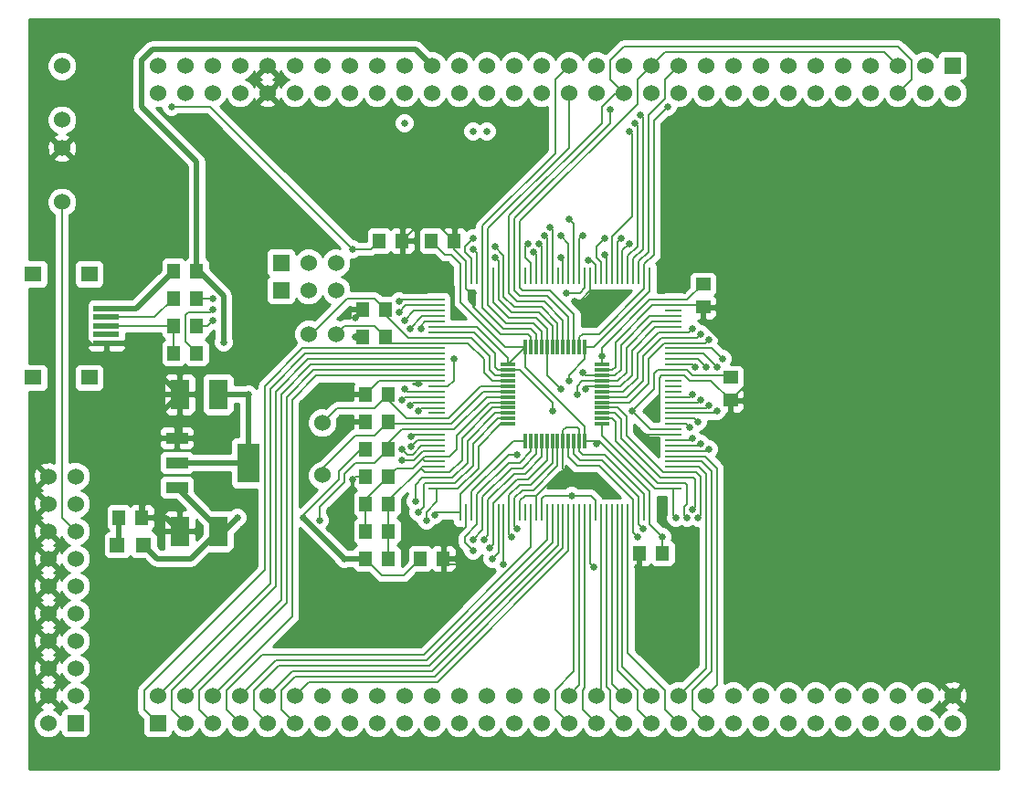
<source format=gtl>
G04 (created by PCBNEW-RS274X (2012-01-19 BZR 3256)-stable) date 09/08/2012 11:09:05*
G01*
G70*
G90*
%MOIN*%
G04 Gerber Fmt 3.4, Leading zero omitted, Abs format*
%FSLAX34Y34*%
G04 APERTURE LIST*
%ADD10C,0.006000*%
%ADD11R,0.060000X0.010000*%
%ADD12R,0.010000X0.060000*%
%ADD13R,0.080000X0.144000*%
%ADD14R,0.080000X0.040000*%
%ADD15R,0.070000X0.110000*%
%ADD16R,0.045000X0.055000*%
%ADD17C,0.060000*%
%ADD18R,0.060000X0.060000*%
%ADD19R,0.063000X0.055100*%
%ADD20R,0.092500X0.019700*%
%ADD21R,0.055000X0.055000*%
%ADD22R,0.011800X0.057200*%
%ADD23R,0.057200X0.011800*%
%ADD24R,0.055000X0.045000*%
%ADD25C,0.025000*%
%ADD26C,0.020000*%
%ADD27C,0.008000*%
%ADD28C,0.010000*%
G04 APERTURE END LIST*
G54D10*
G54D11*
X75675Y-43055D03*
X75675Y-43255D03*
X75675Y-43450D03*
X75675Y-43645D03*
X75675Y-43845D03*
X75675Y-44040D03*
X75675Y-44235D03*
X75675Y-44435D03*
X75675Y-44630D03*
X75675Y-44825D03*
X75675Y-45025D03*
X75675Y-45220D03*
X75675Y-45415D03*
X75675Y-45615D03*
X75675Y-45810D03*
X75675Y-46005D03*
X75675Y-46205D03*
X75675Y-46400D03*
X75675Y-46600D03*
X75675Y-46795D03*
X75675Y-46995D03*
X75675Y-47190D03*
X75675Y-47385D03*
X75675Y-47585D03*
X75675Y-47780D03*
X75675Y-47975D03*
X75675Y-48175D03*
X75675Y-48370D03*
X75675Y-48565D03*
X75675Y-48765D03*
X75675Y-48960D03*
X75675Y-49155D03*
X75675Y-49355D03*
X75675Y-49550D03*
X75675Y-49745D03*
X75675Y-49945D03*
G54D12*
X82265Y-50825D03*
X82460Y-50825D03*
X82655Y-50825D03*
X82855Y-50825D03*
X83050Y-50825D03*
X83245Y-50825D03*
X83445Y-50825D03*
X82460Y-42175D03*
X82265Y-42175D03*
X82065Y-42175D03*
X81870Y-42175D03*
X81675Y-42175D03*
X81475Y-42175D03*
X81280Y-42175D03*
X81085Y-42175D03*
X80885Y-42175D03*
X80690Y-42175D03*
X80495Y-42175D03*
X80295Y-42175D03*
X80100Y-42175D03*
X79900Y-42175D03*
X79705Y-42175D03*
X79505Y-42175D03*
X79310Y-42175D03*
X79115Y-42175D03*
X78915Y-42175D03*
X78720Y-42175D03*
X78525Y-42175D03*
X78325Y-42175D03*
X78130Y-42175D03*
X77935Y-42175D03*
X77735Y-42175D03*
X77540Y-42175D03*
X77345Y-42175D03*
X77145Y-42175D03*
X76950Y-42175D03*
X76755Y-42175D03*
X76555Y-42175D03*
X76555Y-50825D03*
X76755Y-50825D03*
X76950Y-50825D03*
X77145Y-50825D03*
X77345Y-50825D03*
X77540Y-50825D03*
X77735Y-50825D03*
X77935Y-50825D03*
X78130Y-50825D03*
X78325Y-50825D03*
X78525Y-50825D03*
X78720Y-50825D03*
X78915Y-50825D03*
X79115Y-50825D03*
X79310Y-50825D03*
X79505Y-50825D03*
X79705Y-50825D03*
X79900Y-50825D03*
X80100Y-50825D03*
X80295Y-50825D03*
X80495Y-50825D03*
X80690Y-50825D03*
X80885Y-50825D03*
X81085Y-50825D03*
X81280Y-50825D03*
X81475Y-50825D03*
X81675Y-50825D03*
X81870Y-50825D03*
X82065Y-50825D03*
G54D11*
X84325Y-48960D03*
X84325Y-48765D03*
X84325Y-48565D03*
X84325Y-48370D03*
X84325Y-48175D03*
X84325Y-47975D03*
X84325Y-47780D03*
X84325Y-47585D03*
X84325Y-47385D03*
X84325Y-47190D03*
X84325Y-46995D03*
X84325Y-46795D03*
X84325Y-46600D03*
X84325Y-46400D03*
X84325Y-46205D03*
X84325Y-46005D03*
X84325Y-45810D03*
X84325Y-45615D03*
X84325Y-45415D03*
X84325Y-45220D03*
X84325Y-45025D03*
X84325Y-44825D03*
X84325Y-44630D03*
X84325Y-44435D03*
X84325Y-44235D03*
X84325Y-44040D03*
X84325Y-43845D03*
X84325Y-43645D03*
X84325Y-43450D03*
X84325Y-43255D03*
X84325Y-43055D03*
X84325Y-49945D03*
X84325Y-49745D03*
X84325Y-49550D03*
X84325Y-49355D03*
X84325Y-49155D03*
G54D12*
X83445Y-42175D03*
X83245Y-42175D03*
X83050Y-42175D03*
X82855Y-42175D03*
X82655Y-42175D03*
G54D13*
X68800Y-49000D03*
G54D14*
X66200Y-49000D03*
X66200Y-49900D03*
X66200Y-48100D03*
G54D15*
X67700Y-51500D03*
X66300Y-51500D03*
X67700Y-46500D03*
X66300Y-46500D03*
G54D16*
X73075Y-52500D03*
X73925Y-52500D03*
X74425Y-40900D03*
X73575Y-40900D03*
X73075Y-48500D03*
X73925Y-48500D03*
X66075Y-44000D03*
X66925Y-44000D03*
X66075Y-45000D03*
X66925Y-45000D03*
X66075Y-43000D03*
X66925Y-43000D03*
X73925Y-49500D03*
X73075Y-49500D03*
X73925Y-50500D03*
X73075Y-50500D03*
X66075Y-42000D03*
X66925Y-42000D03*
X73925Y-51500D03*
X73075Y-51500D03*
X73075Y-46500D03*
X73925Y-46500D03*
X73925Y-47500D03*
X73075Y-47500D03*
G54D17*
X61500Y-58500D03*
X62500Y-57500D03*
G54D18*
X62500Y-58500D03*
G54D17*
X61500Y-57500D03*
X62500Y-56500D03*
X61500Y-56500D03*
X62500Y-55500D03*
X61500Y-55500D03*
X62500Y-54500D03*
X61500Y-54500D03*
X62500Y-53500D03*
X61500Y-53500D03*
X62500Y-52500D03*
X61500Y-52500D03*
X62500Y-51500D03*
X61500Y-51500D03*
X62500Y-50500D03*
X61500Y-50500D03*
X62500Y-49500D03*
X61500Y-49500D03*
G54D19*
X60953Y-42110D03*
X63000Y-42110D03*
X60953Y-45890D03*
X63000Y-45890D03*
G54D20*
X63630Y-43370D03*
X63630Y-43685D03*
X63630Y-44000D03*
X63630Y-44315D03*
X63630Y-44630D03*
G54D17*
X71500Y-47539D03*
X71500Y-49461D03*
G54D16*
X73825Y-44400D03*
X72975Y-44400D03*
X72975Y-43400D03*
X73825Y-43400D03*
G54D17*
X71000Y-44300D03*
X72000Y-44300D03*
X62000Y-39484D03*
X62000Y-37516D03*
X62000Y-36484D03*
X62000Y-34516D03*
G54D16*
X64925Y-51000D03*
X64075Y-51000D03*
G54D21*
X64025Y-52000D03*
X64975Y-52000D03*
G54D18*
X94500Y-34500D03*
G54D17*
X94500Y-35500D03*
X89500Y-34500D03*
X93500Y-35500D03*
X88500Y-34500D03*
X92500Y-35500D03*
X87500Y-34500D03*
X91500Y-35500D03*
X86500Y-34500D03*
X90500Y-35500D03*
X85500Y-34500D03*
X89500Y-35500D03*
X84500Y-34500D03*
X88500Y-35500D03*
X83500Y-34500D03*
X87500Y-35500D03*
X82500Y-34500D03*
X86500Y-35500D03*
X81500Y-34500D03*
X85500Y-35500D03*
X80500Y-34500D03*
X84500Y-35500D03*
X79500Y-34500D03*
X83500Y-35500D03*
X82500Y-35500D03*
X78500Y-34500D03*
X81500Y-35500D03*
X79500Y-35500D03*
X78500Y-35500D03*
X77500Y-35500D03*
X76500Y-35500D03*
X77500Y-34500D03*
X76500Y-34500D03*
X93500Y-34500D03*
X92500Y-34500D03*
X91500Y-34500D03*
X90500Y-34500D03*
X75500Y-34500D03*
X75500Y-35500D03*
X80500Y-35500D03*
X74500Y-34500D03*
X74500Y-35500D03*
X73500Y-34500D03*
X73500Y-35500D03*
X72500Y-34500D03*
X72500Y-35500D03*
X71500Y-34500D03*
X71500Y-35500D03*
X70500Y-34500D03*
X70500Y-35500D03*
X69500Y-34500D03*
X69500Y-35500D03*
X68500Y-34500D03*
X68500Y-35500D03*
X67500Y-34500D03*
X67500Y-35500D03*
X66500Y-34500D03*
X66500Y-35500D03*
X65500Y-34500D03*
X65500Y-35500D03*
G54D18*
X65500Y-58500D03*
G54D17*
X65500Y-57500D03*
X70500Y-58500D03*
X66500Y-57500D03*
X71500Y-58500D03*
X67500Y-57500D03*
X72500Y-58500D03*
X68500Y-57500D03*
X73500Y-58500D03*
X69500Y-57500D03*
X74500Y-58500D03*
X70500Y-57500D03*
X75500Y-58500D03*
X71500Y-57500D03*
X76500Y-58500D03*
X72500Y-57500D03*
X77500Y-58500D03*
X73500Y-57500D03*
X78500Y-58500D03*
X74500Y-57500D03*
X79500Y-58500D03*
X75500Y-57500D03*
X80500Y-58500D03*
X76500Y-57500D03*
X77500Y-57500D03*
X81500Y-58500D03*
X78500Y-57500D03*
X80500Y-57500D03*
X81500Y-57500D03*
X82500Y-57500D03*
X83500Y-57500D03*
X82500Y-58500D03*
X83500Y-58500D03*
X66500Y-58500D03*
X67500Y-58500D03*
X68500Y-58500D03*
X69500Y-58500D03*
X84500Y-58500D03*
X84500Y-57500D03*
X79500Y-57500D03*
X85500Y-58500D03*
X85500Y-57500D03*
X86500Y-58500D03*
X86500Y-57500D03*
X87500Y-58500D03*
X87500Y-57500D03*
X88500Y-58500D03*
X88500Y-57500D03*
X89500Y-58500D03*
X89500Y-57500D03*
X90500Y-58500D03*
X90500Y-57500D03*
X91500Y-58500D03*
X91500Y-57500D03*
X92500Y-58500D03*
X92500Y-57500D03*
X93500Y-58500D03*
X93500Y-57500D03*
X94500Y-58500D03*
X94500Y-57500D03*
G54D22*
X80689Y-44777D03*
X80492Y-44777D03*
X80295Y-44777D03*
X80098Y-44777D03*
X79902Y-44777D03*
X79705Y-44777D03*
X80886Y-44777D03*
X81083Y-44777D03*
G54D23*
X81723Y-45417D03*
X81723Y-45614D03*
X81723Y-45811D03*
G54D22*
X79705Y-48223D03*
X79508Y-48223D03*
X79311Y-48223D03*
X79114Y-48223D03*
X78917Y-48223D03*
G54D23*
X78277Y-47583D03*
G54D22*
X79902Y-48223D03*
X80098Y-48223D03*
X80295Y-48223D03*
X80492Y-48223D03*
X80689Y-48223D03*
G54D23*
X78277Y-46402D03*
X81723Y-46992D03*
X78277Y-46598D03*
X81723Y-47189D03*
X81723Y-47386D03*
X78277Y-46795D03*
X78277Y-46992D03*
X81723Y-47583D03*
G54D22*
X81083Y-48223D03*
G54D23*
X78277Y-47189D03*
X78277Y-47386D03*
G54D22*
X80886Y-48223D03*
G54D23*
X81723Y-46795D03*
X78277Y-46205D03*
X78277Y-46008D03*
X81723Y-46598D03*
X81723Y-46402D03*
X78277Y-45811D03*
X78277Y-45614D03*
X81723Y-46205D03*
X81723Y-46008D03*
X78277Y-45417D03*
G54D22*
X79508Y-44777D03*
X79311Y-44777D03*
X79114Y-44777D03*
X78917Y-44777D03*
G54D16*
X75925Y-52500D03*
X75075Y-52500D03*
X83075Y-52300D03*
X83925Y-52300D03*
G54D24*
X86400Y-46725D03*
X86400Y-45875D03*
X85400Y-43325D03*
X85400Y-42475D03*
G54D16*
X76325Y-40900D03*
X75475Y-40900D03*
G54D18*
X70000Y-41700D03*
G54D17*
X71000Y-41700D03*
X72000Y-41700D03*
G54D18*
X70000Y-42700D03*
G54D17*
X71000Y-42700D03*
X72000Y-42700D03*
G54D25*
X68400Y-51000D03*
X67900Y-44600D03*
X74500Y-46300D03*
X74400Y-46700D03*
X74700Y-46900D03*
X75000Y-47100D03*
X80200Y-46300D03*
X72600Y-41200D03*
X66000Y-36000D03*
X77000Y-51800D03*
X85900Y-47100D03*
X85600Y-46900D03*
X85300Y-46700D03*
X85000Y-46500D03*
X85600Y-48500D03*
X85300Y-48300D03*
X85000Y-48100D03*
X74300Y-43500D03*
X74500Y-43800D03*
X74700Y-44100D03*
X75100Y-44100D03*
X74300Y-43100D03*
X79600Y-40700D03*
X79400Y-41000D03*
X80200Y-41500D03*
X79800Y-40400D03*
X81800Y-41400D03*
X84900Y-47700D03*
X85200Y-47500D03*
X82700Y-41000D03*
X82400Y-40800D03*
X77800Y-41500D03*
X77000Y-41200D03*
X77000Y-40800D03*
X80500Y-40100D03*
X80200Y-40700D03*
X81800Y-40800D03*
X81000Y-40700D03*
X81200Y-41600D03*
X81100Y-46300D03*
X80800Y-46500D03*
X74750Y-48050D03*
X74750Y-48400D03*
X74400Y-48500D03*
X74400Y-48900D03*
X77000Y-36900D03*
X77700Y-52500D03*
X77500Y-36900D03*
X78100Y-52700D03*
X85100Y-45500D03*
X85500Y-45500D03*
X83000Y-51700D03*
X83200Y-51400D03*
X84100Y-36000D03*
X71400Y-51100D03*
X85600Y-44500D03*
X74500Y-36600D03*
X77600Y-52100D03*
X85300Y-44300D03*
X78400Y-51700D03*
X85000Y-44100D03*
X78600Y-51400D03*
X77800Y-41100D03*
X77400Y-51800D03*
X82900Y-36600D03*
X82700Y-36900D03*
X85900Y-45500D03*
X86100Y-45200D03*
X83100Y-36300D03*
X85000Y-50700D03*
X85200Y-51000D03*
X84400Y-51000D03*
X84800Y-51000D03*
X82000Y-36100D03*
X80500Y-46000D03*
X81000Y-45700D03*
X77000Y-52200D03*
X74900Y-50400D03*
X75000Y-50800D03*
X75600Y-50900D03*
X75300Y-51100D03*
X67500Y-43000D03*
X67500Y-43400D03*
X67500Y-43800D03*
X79900Y-47100D03*
X80400Y-49300D03*
X81400Y-52800D03*
X79200Y-41300D03*
X72700Y-43700D03*
X77200Y-52700D03*
X77000Y-42800D03*
X72700Y-44400D03*
X83000Y-52800D03*
X71900Y-48200D03*
X80700Y-43100D03*
X75000Y-46100D03*
X83600Y-46900D03*
X83000Y-47800D03*
X64600Y-46500D03*
X72600Y-49600D03*
X72300Y-52500D03*
X78600Y-48700D03*
X81700Y-45100D03*
X81500Y-48300D03*
X83900Y-51700D03*
X68800Y-46500D03*
X80600Y-50200D03*
X76300Y-45200D03*
X82800Y-47100D03*
X79000Y-41000D03*
X80400Y-42800D03*
X70800Y-51000D03*
G54D26*
X67900Y-42900D02*
X67900Y-44600D01*
X67900Y-51500D02*
X68400Y-51000D01*
X65475Y-52500D02*
X66700Y-52500D01*
X67700Y-51400D02*
X66200Y-49900D01*
X64900Y-36000D02*
X66925Y-38025D01*
X67000Y-42000D02*
X67900Y-42900D01*
X66925Y-38025D02*
X66925Y-42000D01*
X64900Y-34300D02*
X65300Y-33900D01*
X65300Y-33900D02*
X74900Y-33900D01*
X67700Y-51500D02*
X67900Y-51500D01*
X67700Y-51500D02*
X67700Y-51400D01*
X66925Y-42000D02*
X67000Y-42000D01*
X74900Y-33900D02*
X75500Y-34500D01*
X64975Y-52000D02*
X65475Y-52500D01*
X66700Y-52500D02*
X67700Y-51500D01*
X64925Y-34275D02*
X64900Y-34300D01*
X64900Y-34300D02*
X64900Y-36000D01*
G54D27*
X74600Y-46400D02*
X74500Y-46300D01*
X75675Y-46400D02*
X74600Y-46400D01*
X74500Y-46600D02*
X74400Y-46700D01*
X75675Y-46600D02*
X74500Y-46600D01*
X74805Y-46795D02*
X74700Y-46900D01*
X75675Y-46795D02*
X74805Y-46795D01*
X75105Y-46995D02*
X75000Y-47100D01*
X75675Y-46995D02*
X75105Y-46995D01*
X76400Y-48000D02*
X77605Y-46795D01*
X75100Y-48900D02*
X75235Y-48765D01*
X77605Y-46795D02*
X78277Y-46795D01*
X75260Y-48960D02*
X75150Y-48850D01*
X73075Y-50500D02*
X73075Y-50350D01*
X73075Y-50500D02*
X73075Y-51500D01*
X76400Y-48500D02*
X76400Y-48000D01*
X75675Y-48960D02*
X75260Y-48960D01*
X74225Y-49200D02*
X74800Y-49200D01*
X75675Y-48765D02*
X76135Y-48765D01*
X73925Y-49500D02*
X74225Y-49200D01*
X75150Y-48850D02*
X75100Y-48900D01*
X76135Y-48765D02*
X76400Y-48500D01*
X74800Y-49200D02*
X75100Y-48900D01*
X73075Y-50350D02*
X73925Y-49500D01*
X75235Y-48765D02*
X75675Y-48765D01*
X75675Y-49355D02*
X75255Y-49355D01*
X73925Y-50375D02*
X73925Y-50500D01*
X73925Y-51500D02*
X73925Y-50500D01*
X77708Y-46992D02*
X78277Y-46992D01*
X75675Y-49355D02*
X76145Y-49355D01*
X75675Y-49155D02*
X75145Y-49155D01*
X75255Y-49355D02*
X75100Y-49200D01*
X76600Y-48100D02*
X77708Y-46992D01*
X75145Y-49155D02*
X75100Y-49200D01*
X75100Y-49200D02*
X73925Y-50375D01*
X73925Y-52500D02*
X73925Y-51500D01*
X76145Y-49355D02*
X76600Y-48900D01*
X76600Y-48900D02*
X76600Y-48100D01*
X79300Y-43700D02*
X79705Y-44105D01*
X78300Y-43700D02*
X79300Y-43700D01*
X72600Y-41200D02*
X73275Y-41200D01*
X79705Y-44777D02*
X79705Y-45805D01*
X79705Y-45805D02*
X80200Y-46300D01*
X66000Y-36000D02*
X67400Y-36000D01*
X67400Y-36000D02*
X72600Y-41200D01*
X77735Y-42175D02*
X77735Y-43135D01*
X79705Y-44105D02*
X79705Y-44777D01*
X73275Y-41200D02*
X73575Y-40900D01*
X77735Y-43135D02*
X78300Y-43700D01*
X79508Y-44208D02*
X79508Y-44777D01*
X77540Y-40460D02*
X80500Y-37500D01*
X77540Y-43240D02*
X78200Y-43900D01*
X77540Y-42175D02*
X77540Y-43240D01*
X79200Y-43900D02*
X79508Y-44208D01*
X77540Y-42175D02*
X77540Y-40460D01*
X80500Y-37500D02*
X80500Y-35500D01*
X78200Y-43900D02*
X79200Y-43900D01*
X79311Y-44311D02*
X79311Y-44777D01*
X77345Y-42175D02*
X77345Y-43345D01*
X77345Y-43345D02*
X78100Y-44100D01*
X77345Y-40355D02*
X77345Y-42175D01*
X80500Y-34500D02*
X80000Y-35000D01*
X80000Y-37700D02*
X80000Y-35000D01*
X77345Y-40355D02*
X80000Y-37700D01*
X79100Y-44100D02*
X79311Y-44311D01*
X78100Y-44100D02*
X79100Y-44100D01*
X77345Y-50255D02*
X78400Y-49200D01*
X77345Y-51455D02*
X77000Y-51800D01*
X78400Y-49200D02*
X78800Y-49200D01*
X77345Y-50825D02*
X77345Y-50255D01*
X79311Y-48689D02*
X79311Y-48223D01*
X78800Y-49200D02*
X79311Y-48689D01*
X77345Y-50825D02*
X77345Y-51455D01*
X65000Y-57300D02*
X65000Y-58000D01*
X75675Y-44825D02*
X70775Y-44825D01*
X65000Y-58000D02*
X65500Y-58500D01*
X70775Y-44825D02*
X69400Y-46200D01*
X69400Y-46200D02*
X69400Y-52900D01*
X69400Y-52900D02*
X65000Y-57300D01*
X69600Y-53400D02*
X65500Y-57500D01*
X70875Y-45025D02*
X69600Y-46300D01*
X69600Y-46300D02*
X69600Y-53400D01*
X75675Y-45025D02*
X70875Y-45025D01*
X80295Y-52105D02*
X75600Y-56800D01*
X75600Y-56800D02*
X70500Y-56800D01*
X70000Y-57300D02*
X70500Y-56800D01*
X80295Y-50825D02*
X80295Y-52105D01*
X70000Y-58000D02*
X70500Y-58500D01*
X70000Y-57300D02*
X70000Y-58000D01*
X80495Y-50825D02*
X80495Y-52205D01*
X70500Y-57500D02*
X71000Y-57000D01*
X75700Y-57000D02*
X71000Y-57000D01*
X80495Y-52205D02*
X75700Y-57000D01*
X84325Y-47190D02*
X85810Y-47190D01*
X85810Y-47190D02*
X85900Y-47100D01*
X84325Y-46995D02*
X85505Y-46995D01*
X85505Y-46995D02*
X85600Y-46900D01*
X85205Y-46795D02*
X85300Y-46700D01*
X84325Y-46795D02*
X85205Y-46795D01*
X84325Y-46600D02*
X84900Y-46600D01*
X84900Y-46600D02*
X85000Y-46500D01*
X85535Y-48565D02*
X85600Y-48500D01*
X84325Y-48565D02*
X85535Y-48565D01*
X85230Y-48370D02*
X85300Y-48300D01*
X84325Y-48370D02*
X85230Y-48370D01*
X84925Y-48175D02*
X85000Y-48100D01*
X84325Y-48175D02*
X84925Y-48175D01*
X75675Y-43255D02*
X74545Y-43255D01*
X74545Y-43255D02*
X74300Y-43500D01*
X70980Y-45220D02*
X69800Y-46400D01*
X69800Y-46400D02*
X69800Y-53500D01*
X66000Y-58000D02*
X66500Y-58500D01*
X69800Y-53500D02*
X66000Y-57300D01*
X66000Y-57300D02*
X66000Y-58000D01*
X75675Y-45220D02*
X70980Y-45220D01*
X75675Y-43450D02*
X74850Y-43450D01*
X74850Y-43450D02*
X74500Y-43800D01*
X75675Y-43645D02*
X75155Y-43645D01*
X75155Y-43645D02*
X74700Y-44100D01*
X75675Y-43845D02*
X75255Y-43845D01*
X75255Y-43845D02*
X75100Y-44000D01*
X75100Y-44000D02*
X75100Y-44100D01*
X75675Y-43055D02*
X74345Y-43055D01*
X74345Y-43055D02*
X74300Y-43100D01*
X79705Y-42175D02*
X79705Y-40805D01*
X79705Y-40805D02*
X79600Y-40700D01*
X79505Y-42175D02*
X79505Y-41105D01*
X79505Y-41105D02*
X79400Y-41000D01*
X71085Y-45415D02*
X70000Y-46500D01*
X70000Y-46500D02*
X70000Y-54000D01*
X75675Y-45415D02*
X71085Y-45415D01*
X70000Y-54000D02*
X66500Y-57500D01*
X67000Y-57300D02*
X67000Y-58000D01*
X71185Y-45615D02*
X70200Y-46600D01*
X70200Y-54100D02*
X67000Y-57300D01*
X75675Y-45615D02*
X71185Y-45615D01*
X70200Y-46600D02*
X70200Y-54100D01*
X67000Y-58000D02*
X67500Y-58500D01*
X70400Y-46700D02*
X70400Y-54600D01*
X75675Y-45810D02*
X71290Y-45810D01*
X71290Y-45810D02*
X70400Y-46700D01*
X70400Y-54600D02*
X67500Y-57500D01*
X75200Y-56000D02*
X69300Y-56000D01*
X79115Y-52085D02*
X75200Y-56000D01*
X68000Y-57300D02*
X68000Y-58000D01*
X68000Y-58000D02*
X68500Y-58500D01*
X79115Y-50825D02*
X79115Y-52085D01*
X68000Y-57300D02*
X69300Y-56000D01*
X68500Y-57500D02*
X69800Y-56200D01*
X79705Y-51795D02*
X75300Y-56200D01*
X75300Y-56200D02*
X69800Y-56200D01*
X79705Y-50825D02*
X79705Y-51795D01*
X69000Y-58000D02*
X69500Y-58500D01*
X79900Y-51900D02*
X75400Y-56400D01*
X69000Y-57300D02*
X69900Y-56400D01*
X75400Y-56400D02*
X69900Y-56400D01*
X79900Y-50825D02*
X79900Y-51900D01*
X69000Y-57300D02*
X69000Y-58000D01*
X75500Y-56600D02*
X70400Y-56600D01*
X69500Y-57500D02*
X70400Y-56600D01*
X80100Y-50825D02*
X80100Y-52000D01*
X80100Y-52000D02*
X75500Y-56600D01*
X80295Y-42175D02*
X80295Y-41595D01*
X80295Y-41595D02*
X80200Y-41500D01*
X79900Y-42175D02*
X79900Y-40500D01*
X79900Y-40500D02*
X79800Y-40400D01*
X81870Y-42175D02*
X81870Y-41470D01*
X81870Y-41470D02*
X81800Y-41400D01*
X84785Y-47585D02*
X84900Y-47700D01*
X84325Y-47585D02*
X84785Y-47585D01*
X85085Y-47385D02*
X85200Y-47500D01*
X84325Y-47385D02*
X85085Y-47385D01*
X83000Y-58000D02*
X83500Y-58500D01*
X82265Y-50825D02*
X82265Y-56565D01*
X82265Y-56565D02*
X83000Y-57300D01*
X83000Y-57300D02*
X83000Y-58000D01*
X82460Y-56460D02*
X83500Y-57500D01*
X82460Y-50825D02*
X82460Y-56460D01*
X82655Y-50825D02*
X82655Y-55955D01*
X84000Y-57300D02*
X84000Y-58000D01*
X82655Y-55955D02*
X84000Y-57300D01*
X84000Y-58000D02*
X84500Y-58500D01*
X85500Y-56500D02*
X84500Y-57500D01*
X85255Y-49155D02*
X85500Y-49400D01*
X84325Y-49155D02*
X85255Y-49155D01*
X85500Y-49400D02*
X85500Y-56500D01*
X85000Y-57300D02*
X85000Y-58000D01*
X85000Y-58000D02*
X85500Y-58500D01*
X85700Y-56600D02*
X85000Y-57300D01*
X85700Y-49300D02*
X85700Y-56600D01*
X84325Y-48960D02*
X85360Y-48960D01*
X85360Y-48960D02*
X85700Y-49300D01*
X84325Y-48765D02*
X85465Y-48765D01*
X85465Y-48765D02*
X85900Y-49200D01*
X85900Y-57100D02*
X85500Y-57500D01*
X85900Y-49200D02*
X85900Y-57100D01*
X82460Y-41240D02*
X82460Y-42175D01*
X82460Y-41240D02*
X82700Y-41000D01*
X82265Y-42175D02*
X82265Y-40935D01*
X82265Y-40935D02*
X82400Y-40800D01*
X80690Y-56610D02*
X80000Y-57300D01*
X80000Y-58000D02*
X80500Y-58500D01*
X80690Y-50825D02*
X80690Y-56610D01*
X80000Y-57300D02*
X80000Y-58000D01*
X80885Y-57115D02*
X80500Y-57500D01*
X80885Y-50825D02*
X80885Y-57115D01*
X81085Y-50825D02*
X81085Y-57215D01*
X81000Y-58000D02*
X81500Y-58500D01*
X81000Y-57300D02*
X81000Y-58000D01*
X81085Y-57215D02*
X81000Y-57300D01*
X81675Y-50825D02*
X81675Y-57325D01*
X81675Y-57325D02*
X81500Y-57500D01*
X81870Y-57170D02*
X82000Y-57300D01*
X82000Y-57300D02*
X82000Y-58000D01*
X81870Y-50825D02*
X81870Y-57170D01*
X82000Y-58000D02*
X82500Y-58500D01*
X82065Y-50825D02*
X82065Y-57065D01*
X82065Y-57065D02*
X82500Y-57500D01*
X79902Y-44002D02*
X79902Y-44777D01*
X77935Y-43035D02*
X78400Y-43500D01*
X77935Y-42175D02*
X77935Y-43035D01*
X77935Y-42175D02*
X77935Y-41635D01*
X78400Y-43500D02*
X79400Y-43500D01*
X77935Y-41635D02*
X77800Y-41500D01*
X79400Y-43500D02*
X79902Y-44002D01*
X77145Y-42175D02*
X77145Y-41345D01*
X77145Y-41345D02*
X77000Y-41200D01*
X76950Y-42175D02*
X76950Y-41550D01*
X76950Y-41550D02*
X76700Y-41300D01*
X76700Y-41300D02*
X76700Y-41100D01*
X76700Y-41100D02*
X77000Y-40800D01*
X80690Y-40290D02*
X80500Y-40100D01*
X80690Y-40290D02*
X80690Y-42175D01*
X80495Y-40995D02*
X80200Y-40700D01*
X80495Y-40995D02*
X80495Y-42175D01*
X81675Y-42175D02*
X81675Y-41675D01*
X81500Y-41100D02*
X81800Y-40800D01*
X81675Y-42175D02*
X81675Y-41675D01*
X81500Y-41500D02*
X81500Y-41100D01*
X81675Y-41675D02*
X81500Y-41500D01*
X80885Y-42175D02*
X80885Y-40815D01*
X80885Y-40815D02*
X81000Y-40700D01*
X81300Y-41600D02*
X81200Y-41600D01*
X81475Y-41775D02*
X81300Y-41600D01*
X81475Y-42175D02*
X81475Y-41775D01*
X81723Y-46205D02*
X81195Y-46205D01*
X81195Y-46205D02*
X81100Y-46300D01*
X82800Y-44900D02*
X82800Y-45800D01*
X84325Y-44040D02*
X83660Y-44040D01*
X83660Y-44040D02*
X82800Y-44900D01*
X82800Y-45800D02*
X82395Y-46205D01*
X82395Y-46205D02*
X81723Y-46205D01*
X80800Y-46200D02*
X80800Y-46500D01*
X81723Y-46008D02*
X80992Y-46008D01*
X80992Y-46008D02*
X80800Y-46200D01*
X82600Y-44800D02*
X82600Y-45700D01*
X82292Y-46008D02*
X82600Y-45700D01*
X83555Y-43845D02*
X82600Y-44800D01*
X81723Y-46008D02*
X82292Y-46008D01*
X84325Y-43845D02*
X83555Y-43845D01*
X74825Y-47975D02*
X75675Y-47975D01*
X74825Y-47975D02*
X74750Y-48050D01*
X74975Y-48175D02*
X74750Y-48400D01*
X74975Y-48175D02*
X75675Y-48175D01*
X74400Y-48500D02*
X74600Y-48700D01*
X74600Y-48700D02*
X74800Y-48700D01*
X74800Y-48700D02*
X75130Y-48370D01*
X75130Y-48370D02*
X75675Y-48370D01*
X74850Y-48900D02*
X75185Y-48565D01*
X75185Y-48565D02*
X75675Y-48565D01*
X74400Y-48900D02*
X74850Y-48900D01*
X77935Y-50825D02*
X77935Y-52265D01*
X77935Y-52265D02*
X77700Y-52500D01*
X78130Y-52670D02*
X78100Y-52700D01*
X78130Y-52670D02*
X78130Y-50825D01*
X85015Y-45415D02*
X84325Y-45415D01*
X85015Y-45415D02*
X85100Y-45500D01*
X85220Y-45220D02*
X85500Y-45500D01*
X85220Y-45220D02*
X84325Y-45220D01*
X80492Y-48792D02*
X80492Y-48223D01*
X82855Y-50825D02*
X82855Y-51555D01*
X81600Y-49100D02*
X80800Y-49100D01*
X82855Y-51555D02*
X83000Y-51700D01*
X80800Y-49100D02*
X80492Y-48792D01*
X82855Y-50355D02*
X81600Y-49100D01*
X82855Y-50825D02*
X82855Y-50355D01*
X80689Y-48689D02*
X80689Y-48223D01*
X83050Y-50825D02*
X83050Y-51250D01*
X83050Y-51250D02*
X83200Y-51400D01*
X83050Y-50250D02*
X81700Y-48900D01*
X80900Y-48900D02*
X80689Y-48689D01*
X83050Y-50825D02*
X83050Y-50250D01*
X81700Y-48900D02*
X80900Y-48900D01*
X83000Y-35900D02*
X83000Y-35000D01*
X84000Y-34000D02*
X92000Y-34000D01*
X78720Y-40180D02*
X83000Y-35900D01*
X80689Y-43589D02*
X80689Y-44777D01*
X78720Y-42620D02*
X78800Y-42700D01*
X83500Y-34500D02*
X83000Y-35000D01*
X78800Y-42700D02*
X79800Y-42700D01*
X78720Y-40180D02*
X78720Y-42175D01*
X83500Y-34500D02*
X84000Y-34000D01*
X79800Y-42700D02*
X80689Y-43589D01*
X92000Y-34000D02*
X92500Y-34500D01*
X78720Y-42175D02*
X78720Y-42620D01*
X92500Y-33800D02*
X93000Y-34300D01*
X78600Y-43100D02*
X79600Y-43100D01*
X81700Y-36000D02*
X82200Y-35500D01*
X82500Y-35500D02*
X82000Y-35000D01*
X78325Y-39975D02*
X81700Y-36600D01*
X93000Y-34300D02*
X93000Y-35000D01*
X82000Y-35000D02*
X82000Y-34300D01*
X78325Y-42175D02*
X78325Y-42825D01*
X82000Y-34300D02*
X82500Y-33800D01*
X93000Y-35000D02*
X92500Y-35500D01*
X78325Y-42825D02*
X78600Y-43100D01*
X79600Y-43100D02*
X80295Y-43795D01*
X82200Y-35500D02*
X82500Y-35500D01*
X81700Y-36600D02*
X81700Y-36000D01*
X78325Y-42175D02*
X78325Y-39975D01*
X80295Y-43795D02*
X80295Y-44777D01*
X82500Y-33800D02*
X92500Y-33800D01*
X81600Y-44300D02*
X81000Y-44300D01*
X83245Y-41755D02*
X83600Y-41400D01*
X81000Y-44300D02*
X80886Y-44414D01*
X83600Y-41400D02*
X83600Y-36500D01*
X83245Y-42655D02*
X81600Y-44300D01*
X80886Y-44414D02*
X80886Y-44777D01*
X83600Y-36500D02*
X84100Y-36000D01*
X83245Y-42175D02*
X83245Y-41755D01*
X83245Y-42175D02*
X83245Y-42655D01*
X71400Y-50600D02*
X72300Y-49700D01*
X73925Y-48275D02*
X73925Y-48500D01*
X62000Y-51000D02*
X62500Y-51500D01*
X72700Y-49000D02*
X72300Y-49400D01*
X75675Y-47780D02*
X74420Y-47780D01*
X73425Y-49000D02*
X73925Y-48500D01*
X73425Y-49000D02*
X72700Y-49000D01*
X71400Y-51100D02*
X71400Y-50600D01*
X72300Y-49400D02*
X72300Y-49700D01*
X76320Y-47780D02*
X77502Y-46598D01*
X74420Y-47780D02*
X73925Y-48275D01*
X62000Y-39484D02*
X62000Y-51000D01*
X75675Y-47780D02*
X76320Y-47780D01*
X77502Y-46598D02*
X78277Y-46598D01*
X77600Y-45600D02*
X77811Y-45811D01*
X71000Y-44300D02*
X71100Y-44300D01*
X73425Y-43000D02*
X73825Y-43400D01*
X72400Y-43000D02*
X73425Y-43000D01*
X71100Y-44300D02*
X72400Y-43000D01*
X75675Y-44435D02*
X76935Y-44435D01*
X76935Y-44435D02*
X77600Y-45100D01*
X77600Y-45100D02*
X77600Y-45600D01*
X77811Y-45811D02*
X78277Y-45811D01*
X74635Y-44435D02*
X73825Y-43625D01*
X73825Y-43625D02*
X73825Y-43400D01*
X75675Y-44435D02*
X74635Y-44435D01*
X77400Y-45700D02*
X77708Y-46008D01*
X77708Y-46008D02*
X78277Y-46008D01*
X72300Y-44000D02*
X73425Y-44000D01*
X75675Y-44630D02*
X76830Y-44630D01*
X75675Y-44630D02*
X74055Y-44630D01*
X74055Y-44630D02*
X73825Y-44400D01*
X73425Y-44000D02*
X73825Y-44400D01*
X76830Y-44630D02*
X77400Y-45200D01*
X72000Y-44300D02*
X72300Y-44000D01*
X77400Y-45200D02*
X77400Y-45700D01*
X72039Y-47000D02*
X73425Y-47000D01*
X71500Y-47539D02*
X72039Y-47000D01*
X74585Y-47385D02*
X73925Y-46725D01*
X76115Y-47385D02*
X77295Y-46205D01*
X73925Y-46725D02*
X73925Y-46500D01*
X77295Y-46205D02*
X78277Y-46205D01*
X75675Y-47385D02*
X74585Y-47385D01*
X75675Y-47385D02*
X76115Y-47385D01*
X73425Y-47000D02*
X73925Y-46500D01*
X74010Y-47585D02*
X73925Y-47500D01*
X72700Y-48000D02*
X71500Y-49200D01*
X73425Y-48000D02*
X73925Y-47500D01*
X72700Y-48000D02*
X73425Y-48000D01*
X75675Y-47585D02*
X76215Y-47585D01*
X77398Y-46402D02*
X78277Y-46402D01*
X75675Y-47585D02*
X74010Y-47585D01*
X76215Y-47585D02*
X77398Y-46402D01*
X71500Y-49200D02*
X71500Y-49461D01*
X82705Y-46795D02*
X81723Y-46795D01*
X85470Y-44630D02*
X84325Y-44630D01*
X83970Y-44630D02*
X83400Y-45200D01*
X83400Y-45200D02*
X83400Y-46100D01*
X85470Y-44630D02*
X85600Y-44500D01*
X84325Y-44630D02*
X83970Y-44630D01*
X83400Y-46100D02*
X82705Y-46795D01*
X78600Y-49600D02*
X79000Y-49600D01*
X79705Y-48895D02*
X79705Y-48223D01*
X79000Y-49600D02*
X79705Y-48895D01*
X77735Y-51965D02*
X77600Y-52100D01*
X77735Y-50825D02*
X77735Y-50465D01*
X77735Y-50825D02*
X77735Y-51965D01*
X77735Y-50465D02*
X78600Y-49600D01*
X85165Y-44435D02*
X84325Y-44435D01*
X83200Y-45998D02*
X83200Y-45100D01*
X82600Y-46598D02*
X81723Y-46598D01*
X83865Y-44435D02*
X83200Y-45100D01*
X85165Y-44435D02*
X85300Y-44300D01*
X84325Y-44435D02*
X83865Y-44435D01*
X82600Y-46598D02*
X83200Y-45998D01*
X79902Y-48998D02*
X79902Y-48223D01*
X79100Y-49800D02*
X79902Y-48998D01*
X78325Y-50825D02*
X78325Y-51625D01*
X78325Y-51625D02*
X78400Y-51700D01*
X78700Y-49800D02*
X79100Y-49800D01*
X78325Y-50175D02*
X78700Y-49800D01*
X78325Y-50825D02*
X78325Y-50175D01*
X83765Y-44235D02*
X83000Y-45000D01*
X84865Y-44235D02*
X84325Y-44235D01*
X84325Y-44235D02*
X83765Y-44235D01*
X83000Y-45000D02*
X83000Y-45900D01*
X84865Y-44235D02*
X85000Y-44100D01*
X82498Y-46402D02*
X81723Y-46402D01*
X83000Y-45900D02*
X82498Y-46402D01*
X78525Y-50825D02*
X78525Y-51325D01*
X78525Y-51325D02*
X78600Y-51400D01*
X80098Y-49102D02*
X80098Y-48223D01*
X79200Y-50000D02*
X80098Y-49102D01*
X78525Y-50275D02*
X78800Y-50000D01*
X78800Y-50000D02*
X79200Y-50000D01*
X78525Y-50825D02*
X78525Y-50275D01*
X78500Y-43300D02*
X79500Y-43300D01*
X78130Y-42930D02*
X78500Y-43300D01*
X78130Y-42175D02*
X78130Y-41430D01*
X80098Y-43898D02*
X80098Y-44777D01*
X78130Y-42175D02*
X78130Y-42930D01*
X79500Y-43300D02*
X80098Y-43898D01*
X78130Y-41430D02*
X77800Y-41100D01*
X79508Y-48792D02*
X79508Y-48223D01*
X78900Y-49400D02*
X79508Y-48792D01*
X77540Y-51660D02*
X77400Y-51800D01*
X77540Y-50360D02*
X78500Y-49400D01*
X78500Y-49400D02*
X78900Y-49400D01*
X77540Y-50825D02*
X77540Y-50360D01*
X77540Y-50825D02*
X77540Y-51660D01*
X83000Y-36700D02*
X82900Y-36600D01*
X82655Y-42175D02*
X82655Y-41445D01*
X82655Y-41445D02*
X83000Y-41100D01*
X83000Y-41100D02*
X83000Y-36700D01*
X82065Y-42175D02*
X82065Y-40735D01*
X82065Y-40735D02*
X82800Y-40000D01*
X82800Y-37000D02*
X82700Y-36900D01*
X82800Y-40000D02*
X82800Y-37000D01*
X84325Y-45025D02*
X85425Y-45025D01*
X85425Y-45025D02*
X85900Y-45500D01*
X84325Y-44825D02*
X85725Y-44825D01*
X85725Y-44825D02*
X86100Y-45200D01*
X83400Y-41300D02*
X83400Y-36300D01*
X84000Y-35700D02*
X84000Y-35000D01*
X84000Y-35000D02*
X84500Y-34500D01*
X83050Y-41650D02*
X83400Y-41300D01*
X83050Y-42175D02*
X83050Y-41650D01*
X83400Y-36300D02*
X84000Y-35700D01*
X83200Y-36400D02*
X83100Y-36300D01*
X82855Y-41545D02*
X83200Y-41200D01*
X82855Y-42175D02*
X82855Y-41545D01*
X83200Y-41200D02*
X83200Y-36400D01*
X85100Y-49600D02*
X85100Y-50600D01*
X85100Y-50600D02*
X85000Y-50700D01*
X84325Y-49550D02*
X83850Y-49550D01*
X83850Y-49550D02*
X82400Y-48100D01*
X84325Y-49550D02*
X85050Y-49550D01*
X85050Y-49550D02*
X85100Y-49600D01*
X82400Y-48100D02*
X82400Y-47400D01*
X82400Y-47400D02*
X82189Y-47189D01*
X82189Y-47189D02*
X81723Y-47189D01*
X83955Y-49355D02*
X82600Y-48000D01*
X82600Y-47300D02*
X82292Y-46992D01*
X82600Y-48000D02*
X82600Y-47300D01*
X82292Y-46992D02*
X81723Y-46992D01*
X85300Y-49500D02*
X85300Y-50900D01*
X84325Y-49355D02*
X85155Y-49355D01*
X84325Y-49355D02*
X83955Y-49355D01*
X85200Y-51000D02*
X85300Y-50900D01*
X85155Y-49355D02*
X85300Y-49500D01*
X83645Y-49945D02*
X81723Y-48023D01*
X81723Y-48023D02*
X81723Y-47583D01*
X84325Y-49945D02*
X84325Y-50925D01*
X84325Y-50925D02*
X84400Y-51000D01*
X84325Y-49945D02*
X83645Y-49945D01*
X82200Y-48200D02*
X82200Y-47500D01*
X84325Y-49745D02*
X83745Y-49745D01*
X82086Y-47386D02*
X81723Y-47386D01*
X84700Y-50900D02*
X84800Y-51000D01*
X84800Y-50500D02*
X84700Y-50600D01*
X84700Y-50600D02*
X84700Y-50900D01*
X84800Y-49800D02*
X84800Y-50500D01*
X84325Y-49745D02*
X84745Y-49745D01*
X82200Y-47500D02*
X82086Y-47386D01*
X84745Y-49745D02*
X84800Y-49800D01*
X83745Y-49745D02*
X82200Y-48200D01*
X78525Y-40075D02*
X82000Y-36600D01*
X79700Y-42900D02*
X80492Y-43692D01*
X78525Y-42175D02*
X78525Y-42725D01*
X78700Y-42900D02*
X79700Y-42900D01*
X78525Y-42725D02*
X78700Y-42900D01*
X82000Y-36600D02*
X82000Y-36100D01*
X78525Y-40075D02*
X78525Y-42175D01*
X80492Y-43692D02*
X80492Y-44777D01*
X83445Y-42755D02*
X81423Y-44777D01*
X80500Y-45800D02*
X80500Y-46000D01*
X81423Y-44777D02*
X81083Y-44777D01*
X81083Y-45217D02*
X80500Y-45800D01*
X83445Y-42175D02*
X83445Y-42755D01*
X81083Y-44777D02*
X81083Y-45217D01*
X83455Y-43645D02*
X82400Y-44700D01*
X81111Y-45811D02*
X81000Y-45700D01*
X82189Y-45811D02*
X81723Y-45811D01*
X82400Y-44700D02*
X82400Y-45600D01*
X82400Y-45600D02*
X82189Y-45811D01*
X81111Y-45811D02*
X81723Y-45811D01*
X84325Y-43645D02*
X83455Y-43645D01*
X77145Y-50155D02*
X78300Y-49000D01*
X77000Y-52200D02*
X76700Y-51900D01*
X76700Y-51700D02*
X76700Y-51900D01*
X79114Y-48586D02*
X79114Y-48223D01*
X77145Y-51255D02*
X76700Y-51700D01*
X78300Y-49000D02*
X78700Y-49000D01*
X77145Y-50825D02*
X77145Y-50155D01*
X78700Y-49000D02*
X79114Y-48586D01*
X77145Y-50825D02*
X77145Y-51255D01*
X75675Y-49550D02*
X75150Y-49550D01*
X76800Y-49000D02*
X76800Y-48200D01*
X74900Y-49800D02*
X74900Y-50400D01*
X76250Y-49550D02*
X76800Y-49000D01*
X75675Y-49550D02*
X76250Y-49550D01*
X77811Y-47189D02*
X78277Y-47189D01*
X76800Y-48200D02*
X77811Y-47189D01*
X75150Y-49550D02*
X74900Y-49800D01*
X76355Y-49745D02*
X77000Y-49100D01*
X77000Y-49100D02*
X77000Y-48300D01*
X77914Y-47386D02*
X78277Y-47386D01*
X75200Y-50600D02*
X75000Y-50800D01*
X75675Y-49745D02*
X76355Y-49745D01*
X75255Y-49745D02*
X75200Y-49800D01*
X75675Y-49745D02*
X75255Y-49745D01*
X77000Y-48300D02*
X77914Y-47386D01*
X75200Y-49800D02*
X75200Y-50600D01*
X76555Y-50825D02*
X75675Y-50825D01*
X76555Y-50145D02*
X78477Y-48223D01*
X78477Y-48223D02*
X78917Y-48223D01*
X75675Y-50825D02*
X75600Y-50900D01*
X76555Y-50825D02*
X76555Y-50145D01*
X75675Y-49945D02*
X75675Y-50425D01*
X75675Y-50425D02*
X75300Y-50800D01*
X77200Y-48400D02*
X78017Y-47583D01*
X76455Y-49945D02*
X77200Y-49200D01*
X75675Y-49945D02*
X76455Y-49945D01*
X75300Y-50800D02*
X75300Y-51100D01*
X77200Y-49200D02*
X77200Y-48400D01*
X78017Y-47583D02*
X78277Y-47583D01*
X67500Y-43000D02*
X66925Y-43000D01*
X67400Y-43500D02*
X67500Y-43400D01*
X66925Y-45000D02*
X66500Y-44575D01*
X66500Y-43600D02*
X66600Y-43500D01*
X66500Y-44575D02*
X66500Y-43600D01*
X66600Y-43500D02*
X67400Y-43500D01*
X67300Y-44000D02*
X66925Y-44000D01*
X77800Y-45000D02*
X77800Y-45500D01*
X78714Y-45614D02*
X79900Y-46800D01*
X77914Y-45614D02*
X78277Y-45614D01*
X77800Y-45500D02*
X77914Y-45614D01*
X75675Y-44235D02*
X77035Y-44235D01*
X79900Y-46800D02*
X79900Y-47100D01*
X67300Y-44000D02*
X67500Y-43800D01*
X77035Y-44235D02*
X77800Y-45000D01*
X78277Y-45614D02*
X78714Y-45614D01*
X81800Y-48700D02*
X81000Y-48700D01*
X76755Y-51345D02*
X75925Y-52175D01*
X72700Y-43675D02*
X72700Y-43700D01*
X72975Y-43400D02*
X72700Y-43675D01*
X78720Y-50825D02*
X78720Y-50380D01*
X71100Y-48200D02*
X71900Y-48200D01*
X76125Y-52700D02*
X77200Y-52700D01*
X72700Y-44400D02*
X72975Y-44400D01*
G54D26*
X66300Y-46500D02*
X66300Y-48000D01*
G54D27*
X74425Y-40900D02*
X74925Y-40400D01*
X83600Y-46900D02*
X83800Y-46700D01*
X83545Y-43255D02*
X82200Y-44600D01*
X82200Y-45500D02*
X82086Y-45614D01*
X70900Y-46900D02*
X70900Y-48000D01*
X75925Y-52175D02*
X75925Y-52500D01*
X83175Y-47975D02*
X83000Y-47800D01*
X76755Y-50825D02*
X76755Y-51345D01*
X79310Y-42175D02*
X79310Y-41410D01*
X83800Y-46700D02*
X83800Y-45900D01*
X86900Y-46225D02*
X86400Y-46725D01*
X84325Y-43255D02*
X85330Y-43255D01*
X84325Y-47975D02*
X83175Y-47975D01*
X79114Y-44414D02*
X79114Y-44777D01*
X75095Y-46005D02*
X75675Y-46005D01*
X78000Y-44300D02*
X79000Y-44300D01*
G54D26*
X64925Y-51000D02*
X64925Y-47875D01*
G54D27*
X82200Y-44600D02*
X82200Y-45500D01*
X80886Y-48586D02*
X80886Y-48223D01*
G54D26*
X64600Y-46500D02*
X66300Y-46500D01*
G54D27*
X76125Y-52700D02*
X75925Y-52500D01*
X72700Y-49500D02*
X72600Y-49600D01*
X76755Y-42655D02*
X76900Y-42800D01*
X83075Y-52725D02*
X83000Y-52800D01*
X84325Y-43255D02*
X83545Y-43255D01*
X83245Y-50145D02*
X81800Y-48700D01*
X81280Y-42720D02*
X80900Y-43100D01*
X79310Y-41410D02*
X79200Y-41300D01*
X79000Y-44300D02*
X79114Y-44414D01*
X80295Y-47805D02*
X80295Y-48223D01*
X75825Y-40400D02*
X76325Y-40900D01*
X74925Y-40400D02*
X75825Y-40400D01*
X81000Y-48700D02*
X80886Y-48586D01*
X86900Y-45400D02*
X86900Y-46225D01*
X81400Y-52800D02*
X81280Y-52680D01*
X85400Y-43325D02*
X85400Y-43900D01*
X73075Y-46500D02*
X71300Y-46500D01*
X84710Y-45810D02*
X84900Y-46000D01*
X79300Y-50200D02*
X79310Y-50200D01*
X73570Y-46005D02*
X73075Y-46500D01*
X76900Y-42800D02*
X77000Y-42800D01*
X78900Y-50200D02*
X79300Y-50200D01*
X83245Y-50825D02*
X83245Y-50145D01*
G54D26*
X66300Y-51500D02*
X65800Y-51000D01*
G54D27*
X72600Y-47500D02*
X73075Y-47500D01*
X78720Y-50380D02*
X78900Y-50200D01*
X71300Y-46500D02*
X70900Y-46900D01*
X81280Y-42175D02*
X81280Y-42720D01*
X76755Y-42175D02*
X76755Y-42655D01*
X80886Y-48223D02*
X80886Y-47786D01*
X79300Y-50200D02*
X80200Y-49300D01*
X84325Y-45810D02*
X84710Y-45810D01*
X70900Y-48000D02*
X71100Y-48200D01*
G54D26*
X66300Y-48000D02*
X66200Y-48100D01*
G54D27*
X79310Y-50825D02*
X79310Y-50200D01*
X83800Y-45900D02*
X83890Y-45810D01*
X80886Y-47786D02*
X80800Y-47700D01*
X80295Y-48223D02*
X80295Y-49195D01*
X80800Y-47700D02*
X80400Y-47700D01*
X80900Y-43100D02*
X80700Y-43100D01*
G54D26*
X64925Y-47875D02*
X66300Y-46500D01*
G54D27*
X75095Y-46005D02*
X75000Y-46100D01*
X80295Y-47805D02*
X80400Y-47700D01*
X80200Y-49300D02*
X80400Y-49300D01*
X83075Y-52300D02*
X83075Y-52725D01*
X76325Y-41225D02*
X76325Y-40900D01*
X77000Y-42800D02*
X77000Y-43300D01*
X85400Y-43900D02*
X86900Y-45400D01*
X83890Y-45810D02*
X84325Y-45810D01*
X73075Y-49500D02*
X72700Y-49500D01*
X85330Y-43255D02*
X85400Y-43325D01*
X85675Y-46000D02*
X86400Y-46725D01*
X81280Y-52680D02*
X81280Y-50825D01*
X77000Y-43300D02*
X78000Y-44300D01*
G54D26*
X63630Y-44630D02*
X64430Y-44630D01*
X65800Y-51000D02*
X64925Y-51000D01*
X64430Y-44630D02*
X66300Y-46500D01*
G54D27*
X76755Y-42175D02*
X76755Y-41655D01*
X76755Y-41655D02*
X76325Y-41225D01*
X82086Y-45614D02*
X81723Y-45614D01*
X75675Y-46005D02*
X73570Y-46005D01*
X84900Y-46000D02*
X85675Y-46000D01*
X80295Y-49195D02*
X80400Y-49300D01*
X71900Y-48200D02*
X72600Y-47500D01*
G54D26*
X64075Y-51950D02*
X64025Y-52000D01*
X64075Y-51000D02*
X64075Y-51950D01*
X64705Y-43370D02*
X66075Y-42000D01*
X63630Y-43370D02*
X64705Y-43370D01*
G54D27*
X65390Y-43685D02*
X66075Y-43000D01*
X63630Y-43685D02*
X65390Y-43685D01*
X63630Y-44000D02*
X66075Y-44000D01*
X66075Y-44000D02*
X66075Y-45000D01*
X74475Y-53100D02*
X75075Y-52500D01*
X81083Y-48223D02*
X81083Y-47683D01*
X84325Y-45615D02*
X84815Y-45615D01*
X79505Y-50825D02*
X79505Y-50295D01*
G54D26*
X67700Y-46500D02*
X68800Y-46500D01*
G54D27*
X83600Y-46300D02*
X82800Y-47100D01*
X83925Y-51725D02*
X83900Y-51700D01*
X83737Y-45615D02*
X83600Y-45752D01*
X84325Y-47780D02*
X83480Y-47780D01*
X81085Y-42175D02*
X81085Y-42615D01*
X78277Y-45417D02*
X78917Y-44777D01*
X83925Y-52300D02*
X83925Y-51725D01*
X83445Y-50825D02*
X83445Y-50045D01*
X81083Y-48223D02*
X81423Y-48223D01*
X78900Y-41100D02*
X79000Y-41000D01*
X81700Y-45100D02*
X81700Y-44800D01*
X70800Y-50900D02*
X70800Y-51000D01*
X75975Y-41400D02*
X75475Y-40900D01*
X76555Y-42175D02*
X76555Y-41755D01*
X84815Y-45615D02*
X85000Y-45800D01*
X73075Y-52500D02*
X73675Y-53100D01*
X78917Y-45517D02*
X78917Y-44777D01*
X80900Y-42800D02*
X80400Y-42800D01*
X81083Y-47683D02*
X78917Y-45517D01*
X77140Y-44040D02*
X78277Y-45177D01*
X79505Y-50295D02*
X79600Y-50200D01*
X83445Y-51245D02*
X83900Y-51700D01*
X84325Y-45615D02*
X83737Y-45615D01*
X86325Y-45800D02*
X86400Y-45875D01*
X80600Y-50200D02*
X79600Y-50200D01*
X78300Y-48700D02*
X78600Y-48700D01*
X83445Y-50045D02*
X81623Y-48223D01*
X76555Y-43155D02*
X78177Y-44777D01*
X75675Y-44040D02*
X77140Y-44040D01*
X78277Y-45177D02*
X78277Y-45417D01*
X81723Y-45123D02*
X81700Y-45100D01*
X81700Y-44800D02*
X83445Y-43055D01*
X76555Y-42175D02*
X76555Y-43155D01*
G54D26*
X66200Y-49000D02*
X68800Y-49000D01*
G54D27*
X81623Y-48223D02*
X81083Y-48223D01*
X78177Y-44777D02*
X78917Y-44777D01*
X85000Y-45800D02*
X86325Y-45800D01*
X83480Y-47780D02*
X82800Y-47100D01*
X81423Y-48223D02*
X81500Y-48300D01*
X81723Y-45123D02*
X81723Y-45417D01*
X76200Y-41400D02*
X75975Y-41400D01*
X83445Y-43055D02*
X84325Y-43055D01*
X83600Y-45752D02*
X83600Y-46300D01*
X76950Y-50050D02*
X76950Y-50825D01*
X72100Y-49300D02*
X72900Y-48500D01*
X76950Y-50050D02*
X78300Y-48700D01*
X81475Y-50825D02*
X81475Y-50375D01*
X78900Y-41500D02*
X78900Y-41100D01*
X79115Y-42175D02*
X79115Y-41715D01*
X80600Y-50200D02*
X81300Y-50200D01*
X79115Y-41715D02*
X78900Y-41500D01*
X72100Y-49600D02*
X72100Y-49300D01*
X81475Y-50375D02*
X81300Y-50200D01*
X76300Y-46000D02*
X76300Y-45200D01*
X75675Y-46205D02*
X76095Y-46205D01*
X76095Y-46205D02*
X76300Y-46000D01*
X72900Y-48500D02*
X73075Y-48500D01*
X72100Y-49600D02*
X70800Y-50900D01*
G54D26*
X70800Y-51000D02*
X72300Y-52500D01*
X72300Y-52500D02*
X73075Y-52500D01*
G54D27*
X74475Y-53100D02*
X75075Y-52500D01*
G54D26*
X68800Y-49000D02*
X68800Y-46500D01*
G54D27*
X83445Y-51245D02*
X83445Y-50825D01*
X84820Y-43055D02*
X85400Y-42475D01*
X81085Y-42615D02*
X80900Y-42800D01*
X84325Y-43055D02*
X84820Y-43055D01*
X76555Y-41755D02*
X76200Y-41400D01*
X73675Y-53100D02*
X74475Y-53100D01*
G54D10*
G36*
X72742Y-52000D02*
X72709Y-52014D01*
X72639Y-52084D01*
X72611Y-52150D01*
X72444Y-52150D01*
X71662Y-51367D01*
X71717Y-51313D01*
X71775Y-51175D01*
X71775Y-51026D01*
X71718Y-50888D01*
X71690Y-50860D01*
X71690Y-50720D01*
X72505Y-49906D01*
X72505Y-49905D01*
X72546Y-49843D01*
X72567Y-49812D01*
X72568Y-49811D01*
X72589Y-49701D01*
X72590Y-49700D01*
X72590Y-49520D01*
X72600Y-49510D01*
X72600Y-49600D01*
X72612Y-49600D01*
X72600Y-49612D01*
X72601Y-49726D01*
X72601Y-49825D01*
X72639Y-49916D01*
X72709Y-49986D01*
X72742Y-50000D01*
X72709Y-50014D01*
X72639Y-50084D01*
X72601Y-50175D01*
X72601Y-50274D01*
X72601Y-50824D01*
X72639Y-50916D01*
X72709Y-50986D01*
X72742Y-51000D01*
X72709Y-51014D01*
X72639Y-51084D01*
X72601Y-51175D01*
X72601Y-51274D01*
X72601Y-51824D01*
X72639Y-51916D01*
X72709Y-51986D01*
X72742Y-52000D01*
X72742Y-52000D01*
G37*
G54D28*
X72742Y-52000D02*
X72709Y-52014D01*
X72639Y-52084D01*
X72611Y-52150D01*
X72444Y-52150D01*
X71662Y-51367D01*
X71717Y-51313D01*
X71775Y-51175D01*
X71775Y-51026D01*
X71718Y-50888D01*
X71690Y-50860D01*
X71690Y-50720D01*
X72505Y-49906D01*
X72505Y-49905D01*
X72546Y-49843D01*
X72567Y-49812D01*
X72568Y-49811D01*
X72589Y-49701D01*
X72590Y-49700D01*
X72590Y-49520D01*
X72600Y-49510D01*
X72600Y-49600D01*
X72612Y-49600D01*
X72600Y-49612D01*
X72601Y-49726D01*
X72601Y-49825D01*
X72639Y-49916D01*
X72709Y-49986D01*
X72742Y-50000D01*
X72709Y-50014D01*
X72639Y-50084D01*
X72601Y-50175D01*
X72601Y-50274D01*
X72601Y-50824D01*
X72639Y-50916D01*
X72709Y-50986D01*
X72742Y-51000D01*
X72709Y-51014D01*
X72639Y-51084D01*
X72601Y-51175D01*
X72601Y-51274D01*
X72601Y-51824D01*
X72639Y-51916D01*
X72709Y-51986D01*
X72742Y-52000D01*
G54D10*
G36*
X73025Y-43450D02*
X72925Y-43450D01*
X72875Y-43450D01*
X72562Y-43450D01*
X72500Y-43512D01*
X72501Y-43626D01*
X72501Y-43710D01*
X72300Y-43710D01*
X72189Y-43732D01*
X72140Y-43764D01*
X72109Y-43751D01*
X72059Y-43751D01*
X72511Y-43299D01*
X72562Y-43350D01*
X72875Y-43350D01*
X72925Y-43350D01*
X73025Y-43350D01*
X73025Y-43450D01*
X73025Y-43450D01*
G37*
G54D28*
X73025Y-43450D02*
X72925Y-43450D01*
X72875Y-43450D01*
X72562Y-43450D01*
X72500Y-43512D01*
X72501Y-43626D01*
X72501Y-43710D01*
X72300Y-43710D01*
X72189Y-43732D01*
X72140Y-43764D01*
X72109Y-43751D01*
X72059Y-43751D01*
X72511Y-43299D01*
X72562Y-43350D01*
X72875Y-43350D01*
X72925Y-43350D01*
X73025Y-43350D01*
X73025Y-43450D01*
G54D10*
G36*
X73025Y-44450D02*
X72925Y-44450D01*
X72925Y-44350D01*
X73025Y-44350D01*
X73025Y-44450D01*
X73025Y-44450D01*
G37*
G54D28*
X73025Y-44450D02*
X72925Y-44450D01*
X72925Y-44350D01*
X73025Y-44350D01*
X73025Y-44450D01*
G54D10*
G36*
X73125Y-47550D02*
X73025Y-47550D01*
X72975Y-47550D01*
X72662Y-47550D01*
X72600Y-47612D01*
X72601Y-47726D01*
X72601Y-47729D01*
X72589Y-47732D01*
X72495Y-47795D01*
X71368Y-48921D01*
X71189Y-48996D01*
X71035Y-49150D01*
X70951Y-49352D01*
X70951Y-49570D01*
X71035Y-49772D01*
X71189Y-49926D01*
X71312Y-49977D01*
X70690Y-50600D01*
X70690Y-46820D01*
X71410Y-46100D01*
X72632Y-46100D01*
X72601Y-46175D01*
X72601Y-46274D01*
X72600Y-46388D01*
X72662Y-46450D01*
X72975Y-46450D01*
X73025Y-46450D01*
X73125Y-46450D01*
X73125Y-46550D01*
X73025Y-46550D01*
X72975Y-46550D01*
X72662Y-46550D01*
X72600Y-46612D01*
X72600Y-46710D01*
X72039Y-46710D01*
X71928Y-46732D01*
X71834Y-46795D01*
X71630Y-46998D01*
X71609Y-46990D01*
X71391Y-46990D01*
X71189Y-47074D01*
X71035Y-47228D01*
X70951Y-47430D01*
X70951Y-47648D01*
X71035Y-47850D01*
X71189Y-48004D01*
X71391Y-48088D01*
X71609Y-48088D01*
X71811Y-48004D01*
X71965Y-47850D01*
X72049Y-47648D01*
X72049Y-47430D01*
X72040Y-47408D01*
X72159Y-47290D01*
X72600Y-47290D01*
X72600Y-47388D01*
X72662Y-47450D01*
X72975Y-47450D01*
X73025Y-47450D01*
X73125Y-47450D01*
X73125Y-47550D01*
X73125Y-47550D01*
G37*
G54D28*
X73125Y-47550D02*
X73025Y-47550D01*
X72975Y-47550D01*
X72662Y-47550D01*
X72600Y-47612D01*
X72601Y-47726D01*
X72601Y-47729D01*
X72589Y-47732D01*
X72495Y-47795D01*
X71368Y-48921D01*
X71189Y-48996D01*
X71035Y-49150D01*
X70951Y-49352D01*
X70951Y-49570D01*
X71035Y-49772D01*
X71189Y-49926D01*
X71312Y-49977D01*
X70690Y-50600D01*
X70690Y-46820D01*
X71410Y-46100D01*
X72632Y-46100D01*
X72601Y-46175D01*
X72601Y-46274D01*
X72600Y-46388D01*
X72662Y-46450D01*
X72975Y-46450D01*
X73025Y-46450D01*
X73125Y-46450D01*
X73125Y-46550D01*
X73025Y-46550D01*
X72975Y-46550D01*
X72662Y-46550D01*
X72600Y-46612D01*
X72600Y-46710D01*
X72039Y-46710D01*
X71928Y-46732D01*
X71834Y-46795D01*
X71630Y-46998D01*
X71609Y-46990D01*
X71391Y-46990D01*
X71189Y-47074D01*
X71035Y-47228D01*
X70951Y-47430D01*
X70951Y-47648D01*
X71035Y-47850D01*
X71189Y-48004D01*
X71391Y-48088D01*
X71609Y-48088D01*
X71811Y-48004D01*
X71965Y-47850D01*
X72049Y-47648D01*
X72049Y-47430D01*
X72040Y-47408D01*
X72159Y-47290D01*
X72600Y-47290D01*
X72600Y-47388D01*
X72662Y-47450D01*
X72975Y-47450D01*
X73025Y-47450D01*
X73125Y-47450D01*
X73125Y-47550D01*
G54D10*
G36*
X73125Y-49550D02*
X73025Y-49550D01*
X73025Y-49450D01*
X73125Y-49450D01*
X73125Y-49550D01*
X73125Y-49550D01*
G37*
G54D28*
X73125Y-49550D02*
X73025Y-49550D01*
X73025Y-49450D01*
X73125Y-49450D01*
X73125Y-49550D01*
G54D10*
G36*
X75126Y-46110D02*
X74827Y-46110D01*
X74822Y-46100D01*
X75125Y-46100D01*
X75125Y-46105D01*
X75126Y-46105D01*
X75126Y-46110D01*
X75126Y-46110D01*
G37*
G54D28*
X75126Y-46110D02*
X74827Y-46110D01*
X74822Y-46100D01*
X75125Y-46100D01*
X75125Y-46105D01*
X75126Y-46105D01*
X75126Y-46110D01*
G54D10*
G36*
X77055Y-43245D02*
X76845Y-43035D01*
X76845Y-42725D01*
X76855Y-42725D01*
X76855Y-42724D01*
X76949Y-42724D01*
X77045Y-42724D01*
X77049Y-42724D01*
X77055Y-42724D01*
X77055Y-43245D01*
X77055Y-43245D01*
G37*
G54D28*
X77055Y-43245D02*
X76845Y-43035D01*
X76845Y-42725D01*
X76855Y-42725D01*
X76855Y-42724D01*
X76949Y-42724D01*
X77045Y-42724D01*
X77049Y-42724D01*
X77055Y-42724D01*
X77055Y-43245D01*
G54D10*
G36*
X77829Y-52959D02*
X76400Y-54388D01*
X76400Y-52612D01*
X76400Y-52388D01*
X76399Y-52274D01*
X76399Y-52175D01*
X76361Y-52084D01*
X76291Y-52014D01*
X76199Y-51976D01*
X76037Y-51975D01*
X75975Y-52037D01*
X75975Y-52450D01*
X76338Y-52450D01*
X76400Y-52388D01*
X76400Y-52612D01*
X76338Y-52550D01*
X75975Y-52550D01*
X75975Y-52963D01*
X76037Y-53025D01*
X76199Y-53024D01*
X76291Y-52986D01*
X76361Y-52916D01*
X76399Y-52825D01*
X76399Y-52726D01*
X76400Y-52612D01*
X76400Y-54388D01*
X75079Y-55710D01*
X69700Y-55710D01*
X70605Y-54805D01*
X70668Y-54711D01*
X70690Y-54600D01*
X70690Y-51384D01*
X71957Y-52652D01*
X71982Y-52712D01*
X72087Y-52817D01*
X72225Y-52875D01*
X72374Y-52875D01*
X72434Y-52850D01*
X72611Y-52850D01*
X72639Y-52916D01*
X72709Y-52986D01*
X72800Y-53024D01*
X72899Y-53024D01*
X73189Y-53024D01*
X73470Y-53305D01*
X73564Y-53368D01*
X73675Y-53390D01*
X74475Y-53390D01*
X74586Y-53368D01*
X74680Y-53305D01*
X74961Y-53024D01*
X75349Y-53024D01*
X75441Y-52986D01*
X75500Y-52927D01*
X75559Y-52986D01*
X75651Y-53024D01*
X75813Y-53025D01*
X75875Y-52963D01*
X75875Y-52600D01*
X75875Y-52550D01*
X75875Y-52450D01*
X75875Y-52400D01*
X75875Y-52037D01*
X75813Y-51975D01*
X75651Y-51976D01*
X75559Y-52014D01*
X75500Y-52073D01*
X75441Y-52014D01*
X75350Y-51976D01*
X75251Y-51976D01*
X74801Y-51976D01*
X74709Y-52014D01*
X74639Y-52084D01*
X74601Y-52175D01*
X74601Y-52274D01*
X74601Y-52564D01*
X74399Y-52766D01*
X74399Y-52726D01*
X74399Y-52176D01*
X74361Y-52084D01*
X74291Y-52014D01*
X74257Y-51999D01*
X74291Y-51986D01*
X74361Y-51916D01*
X74399Y-51825D01*
X74399Y-51726D01*
X74399Y-51176D01*
X74361Y-51084D01*
X74291Y-51014D01*
X74257Y-50999D01*
X74291Y-50986D01*
X74361Y-50916D01*
X74399Y-50825D01*
X74399Y-50726D01*
X74399Y-50311D01*
X74610Y-50100D01*
X74610Y-50160D01*
X74583Y-50187D01*
X74525Y-50325D01*
X74525Y-50474D01*
X74582Y-50612D01*
X74645Y-50675D01*
X74625Y-50725D01*
X74625Y-50874D01*
X74682Y-51012D01*
X74787Y-51117D01*
X74925Y-51175D01*
X74982Y-51312D01*
X75087Y-51417D01*
X75225Y-51475D01*
X75374Y-51475D01*
X75512Y-51418D01*
X75617Y-51313D01*
X75632Y-51275D01*
X75674Y-51275D01*
X75812Y-51218D01*
X75915Y-51115D01*
X76256Y-51115D01*
X76256Y-51174D01*
X76294Y-51266D01*
X76364Y-51336D01*
X76455Y-51374D01*
X76554Y-51374D01*
X76616Y-51374D01*
X76495Y-51495D01*
X76432Y-51589D01*
X76410Y-51700D01*
X76410Y-51900D01*
X76432Y-52011D01*
X76495Y-52105D01*
X76625Y-52235D01*
X76625Y-52274D01*
X76682Y-52412D01*
X76787Y-52517D01*
X76925Y-52575D01*
X77074Y-52575D01*
X77212Y-52518D01*
X77317Y-52413D01*
X77336Y-52366D01*
X77345Y-52375D01*
X77325Y-52425D01*
X77325Y-52574D01*
X77382Y-52712D01*
X77487Y-52817D01*
X77625Y-52875D01*
X77766Y-52875D01*
X77782Y-52912D01*
X77829Y-52959D01*
X77829Y-52959D01*
G37*
G54D28*
X77829Y-52959D02*
X76400Y-54388D01*
X76400Y-52612D01*
X76400Y-52388D01*
X76399Y-52274D01*
X76399Y-52175D01*
X76361Y-52084D01*
X76291Y-52014D01*
X76199Y-51976D01*
X76037Y-51975D01*
X75975Y-52037D01*
X75975Y-52450D01*
X76338Y-52450D01*
X76400Y-52388D01*
X76400Y-52612D01*
X76338Y-52550D01*
X75975Y-52550D01*
X75975Y-52963D01*
X76037Y-53025D01*
X76199Y-53024D01*
X76291Y-52986D01*
X76361Y-52916D01*
X76399Y-52825D01*
X76399Y-52726D01*
X76400Y-52612D01*
X76400Y-54388D01*
X75079Y-55710D01*
X69700Y-55710D01*
X70605Y-54805D01*
X70668Y-54711D01*
X70690Y-54600D01*
X70690Y-51384D01*
X71957Y-52652D01*
X71982Y-52712D01*
X72087Y-52817D01*
X72225Y-52875D01*
X72374Y-52875D01*
X72434Y-52850D01*
X72611Y-52850D01*
X72639Y-52916D01*
X72709Y-52986D01*
X72800Y-53024D01*
X72899Y-53024D01*
X73189Y-53024D01*
X73470Y-53305D01*
X73564Y-53368D01*
X73675Y-53390D01*
X74475Y-53390D01*
X74586Y-53368D01*
X74680Y-53305D01*
X74961Y-53024D01*
X75349Y-53024D01*
X75441Y-52986D01*
X75500Y-52927D01*
X75559Y-52986D01*
X75651Y-53024D01*
X75813Y-53025D01*
X75875Y-52963D01*
X75875Y-52600D01*
X75875Y-52550D01*
X75875Y-52450D01*
X75875Y-52400D01*
X75875Y-52037D01*
X75813Y-51975D01*
X75651Y-51976D01*
X75559Y-52014D01*
X75500Y-52073D01*
X75441Y-52014D01*
X75350Y-51976D01*
X75251Y-51976D01*
X74801Y-51976D01*
X74709Y-52014D01*
X74639Y-52084D01*
X74601Y-52175D01*
X74601Y-52274D01*
X74601Y-52564D01*
X74399Y-52766D01*
X74399Y-52726D01*
X74399Y-52176D01*
X74361Y-52084D01*
X74291Y-52014D01*
X74257Y-51999D01*
X74291Y-51986D01*
X74361Y-51916D01*
X74399Y-51825D01*
X74399Y-51726D01*
X74399Y-51176D01*
X74361Y-51084D01*
X74291Y-51014D01*
X74257Y-50999D01*
X74291Y-50986D01*
X74361Y-50916D01*
X74399Y-50825D01*
X74399Y-50726D01*
X74399Y-50311D01*
X74610Y-50100D01*
X74610Y-50160D01*
X74583Y-50187D01*
X74525Y-50325D01*
X74525Y-50474D01*
X74582Y-50612D01*
X74645Y-50675D01*
X74625Y-50725D01*
X74625Y-50874D01*
X74682Y-51012D01*
X74787Y-51117D01*
X74925Y-51175D01*
X74982Y-51312D01*
X75087Y-51417D01*
X75225Y-51475D01*
X75374Y-51475D01*
X75512Y-51418D01*
X75617Y-51313D01*
X75632Y-51275D01*
X75674Y-51275D01*
X75812Y-51218D01*
X75915Y-51115D01*
X76256Y-51115D01*
X76256Y-51174D01*
X76294Y-51266D01*
X76364Y-51336D01*
X76455Y-51374D01*
X76554Y-51374D01*
X76616Y-51374D01*
X76495Y-51495D01*
X76432Y-51589D01*
X76410Y-51700D01*
X76410Y-51900D01*
X76432Y-52011D01*
X76495Y-52105D01*
X76625Y-52235D01*
X76625Y-52274D01*
X76682Y-52412D01*
X76787Y-52517D01*
X76925Y-52575D01*
X77074Y-52575D01*
X77212Y-52518D01*
X77317Y-52413D01*
X77336Y-52366D01*
X77345Y-52375D01*
X77325Y-52425D01*
X77325Y-52574D01*
X77382Y-52712D01*
X77487Y-52817D01*
X77625Y-52875D01*
X77766Y-52875D01*
X77782Y-52912D01*
X77829Y-52959D01*
G54D10*
G36*
X79710Y-37579D02*
X77875Y-39414D01*
X77875Y-36975D01*
X77875Y-36826D01*
X77818Y-36688D01*
X77713Y-36583D01*
X77575Y-36525D01*
X77426Y-36525D01*
X77288Y-36582D01*
X77250Y-36620D01*
X77213Y-36583D01*
X77075Y-36525D01*
X76926Y-36525D01*
X76788Y-36582D01*
X76683Y-36687D01*
X76625Y-36825D01*
X76625Y-36974D01*
X76682Y-37112D01*
X76787Y-37217D01*
X76925Y-37275D01*
X77074Y-37275D01*
X77212Y-37218D01*
X77250Y-37180D01*
X77287Y-37217D01*
X77425Y-37275D01*
X77574Y-37275D01*
X77712Y-37218D01*
X77817Y-37113D01*
X77875Y-36975D01*
X77875Y-39414D01*
X77140Y-40150D01*
X77077Y-40244D01*
X77055Y-40355D01*
X77055Y-40425D01*
X76926Y-40425D01*
X76788Y-40482D01*
X76768Y-40501D01*
X76761Y-40484D01*
X76691Y-40414D01*
X76599Y-40376D01*
X76437Y-40375D01*
X76375Y-40437D01*
X76375Y-40800D01*
X76375Y-40850D01*
X76375Y-40950D01*
X76275Y-40950D01*
X76275Y-40850D01*
X76275Y-40800D01*
X76275Y-40437D01*
X76213Y-40375D01*
X76051Y-40376D01*
X75959Y-40414D01*
X75900Y-40473D01*
X75841Y-40414D01*
X75750Y-40376D01*
X75651Y-40376D01*
X75201Y-40376D01*
X75109Y-40414D01*
X75039Y-40484D01*
X75001Y-40575D01*
X75001Y-40674D01*
X75001Y-41224D01*
X75039Y-41316D01*
X75109Y-41386D01*
X75200Y-41424D01*
X75299Y-41424D01*
X75589Y-41424D01*
X75770Y-41605D01*
X75864Y-41668D01*
X75975Y-41690D01*
X76080Y-41690D01*
X76256Y-41866D01*
X76256Y-41924D01*
X76256Y-42524D01*
X76265Y-42545D01*
X76265Y-43155D01*
X76287Y-43266D01*
X76350Y-43360D01*
X76740Y-43750D01*
X76224Y-43750D01*
X76224Y-43746D01*
X76223Y-43745D01*
X76224Y-43745D01*
X76224Y-43646D01*
X76224Y-43550D01*
X76224Y-43546D01*
X76224Y-43451D01*
X76224Y-43355D01*
X76224Y-43351D01*
X76224Y-43256D01*
X76224Y-43156D01*
X76223Y-43155D01*
X76224Y-43155D01*
X76224Y-43056D01*
X76224Y-42956D01*
X76186Y-42864D01*
X76116Y-42794D01*
X76025Y-42756D01*
X75926Y-42756D01*
X75326Y-42756D01*
X75304Y-42765D01*
X74900Y-42765D01*
X74900Y-41012D01*
X74900Y-40788D01*
X74899Y-40674D01*
X74899Y-40575D01*
X74875Y-40517D01*
X74875Y-36675D01*
X74875Y-36526D01*
X74818Y-36388D01*
X74713Y-36283D01*
X74575Y-36225D01*
X74426Y-36225D01*
X74288Y-36282D01*
X74183Y-36387D01*
X74125Y-36525D01*
X74125Y-36674D01*
X74182Y-36812D01*
X74287Y-36917D01*
X74425Y-36975D01*
X74574Y-36975D01*
X74712Y-36918D01*
X74817Y-36813D01*
X74875Y-36675D01*
X74875Y-40517D01*
X74861Y-40484D01*
X74791Y-40414D01*
X74699Y-40376D01*
X74537Y-40375D01*
X74475Y-40437D01*
X74475Y-40850D01*
X74838Y-40850D01*
X74900Y-40788D01*
X74900Y-41012D01*
X74838Y-40950D01*
X74475Y-40950D01*
X74475Y-41363D01*
X74537Y-41425D01*
X74699Y-41424D01*
X74791Y-41386D01*
X74861Y-41316D01*
X74899Y-41225D01*
X74899Y-41126D01*
X74900Y-41012D01*
X74900Y-42765D01*
X74470Y-42765D01*
X74375Y-42725D01*
X74226Y-42725D01*
X74088Y-42782D01*
X73994Y-42876D01*
X73711Y-42876D01*
X73630Y-42795D01*
X73536Y-42732D01*
X73425Y-42710D01*
X72549Y-42710D01*
X72549Y-42591D01*
X72465Y-42389D01*
X72311Y-42235D01*
X72226Y-42200D01*
X72311Y-42165D01*
X72465Y-42011D01*
X72549Y-41809D01*
X72549Y-41591D01*
X72542Y-41575D01*
X72674Y-41575D01*
X72812Y-41518D01*
X72840Y-41490D01*
X73275Y-41490D01*
X73386Y-41468D01*
X73451Y-41424D01*
X73849Y-41424D01*
X73941Y-41386D01*
X74000Y-41327D01*
X74059Y-41386D01*
X74151Y-41424D01*
X74313Y-41425D01*
X74375Y-41363D01*
X74375Y-41000D01*
X74375Y-40950D01*
X74375Y-40850D01*
X74375Y-40800D01*
X74375Y-40437D01*
X74313Y-40375D01*
X74151Y-40376D01*
X74059Y-40414D01*
X74000Y-40473D01*
X73941Y-40414D01*
X73850Y-40376D01*
X73751Y-40376D01*
X73301Y-40376D01*
X73209Y-40414D01*
X73139Y-40484D01*
X73101Y-40575D01*
X73101Y-40674D01*
X73101Y-40910D01*
X72840Y-40910D01*
X72813Y-40883D01*
X72675Y-40825D01*
X72635Y-40825D01*
X69808Y-37998D01*
X69808Y-35878D01*
X69500Y-35571D01*
X69192Y-35878D01*
X69219Y-35972D01*
X69421Y-36043D01*
X69634Y-36032D01*
X69781Y-35972D01*
X69808Y-35878D01*
X69808Y-37998D01*
X67785Y-35975D01*
X67811Y-35965D01*
X67965Y-35811D01*
X68000Y-35726D01*
X68035Y-35811D01*
X68189Y-35965D01*
X68391Y-36049D01*
X68609Y-36049D01*
X68811Y-35965D01*
X68965Y-35811D01*
X69002Y-35719D01*
X69028Y-35781D01*
X69122Y-35808D01*
X69429Y-35500D01*
X69122Y-35192D01*
X69028Y-35219D01*
X69004Y-35284D01*
X68965Y-35189D01*
X68811Y-35035D01*
X68726Y-35000D01*
X68811Y-34965D01*
X68965Y-34811D01*
X69002Y-34719D01*
X69028Y-34781D01*
X69122Y-34808D01*
X69394Y-34535D01*
X69429Y-34500D01*
X69500Y-34429D01*
X69571Y-34500D01*
X69606Y-34535D01*
X69878Y-34808D01*
X69972Y-34781D01*
X69995Y-34715D01*
X70035Y-34811D01*
X70189Y-34965D01*
X70273Y-35000D01*
X70189Y-35035D01*
X70035Y-35189D01*
X69997Y-35280D01*
X69972Y-35219D01*
X69878Y-35192D01*
X69808Y-35262D01*
X69808Y-35122D01*
X69781Y-35028D01*
X69707Y-35002D01*
X69781Y-34972D01*
X69808Y-34878D01*
X69500Y-34571D01*
X69192Y-34878D01*
X69219Y-34972D01*
X69292Y-34997D01*
X69219Y-35028D01*
X69192Y-35122D01*
X69500Y-35429D01*
X69808Y-35122D01*
X69808Y-35262D01*
X69571Y-35500D01*
X69878Y-35808D01*
X69972Y-35781D01*
X69995Y-35715D01*
X70035Y-35811D01*
X70189Y-35965D01*
X70391Y-36049D01*
X70609Y-36049D01*
X70811Y-35965D01*
X70965Y-35811D01*
X71000Y-35726D01*
X71035Y-35811D01*
X71189Y-35965D01*
X71391Y-36049D01*
X71609Y-36049D01*
X71811Y-35965D01*
X71965Y-35811D01*
X72000Y-35726D01*
X72035Y-35811D01*
X72189Y-35965D01*
X72391Y-36049D01*
X72609Y-36049D01*
X72811Y-35965D01*
X72965Y-35811D01*
X73000Y-35726D01*
X73035Y-35811D01*
X73189Y-35965D01*
X73391Y-36049D01*
X73609Y-36049D01*
X73811Y-35965D01*
X73965Y-35811D01*
X74000Y-35726D01*
X74035Y-35811D01*
X74189Y-35965D01*
X74391Y-36049D01*
X74609Y-36049D01*
X74811Y-35965D01*
X74965Y-35811D01*
X75000Y-35726D01*
X75035Y-35811D01*
X75189Y-35965D01*
X75391Y-36049D01*
X75609Y-36049D01*
X75811Y-35965D01*
X75965Y-35811D01*
X76000Y-35726D01*
X76035Y-35811D01*
X76189Y-35965D01*
X76391Y-36049D01*
X76609Y-36049D01*
X76811Y-35965D01*
X76965Y-35811D01*
X77000Y-35726D01*
X77035Y-35811D01*
X77189Y-35965D01*
X77391Y-36049D01*
X77609Y-36049D01*
X77811Y-35965D01*
X77965Y-35811D01*
X78000Y-35726D01*
X78035Y-35811D01*
X78189Y-35965D01*
X78391Y-36049D01*
X78609Y-36049D01*
X78811Y-35965D01*
X78965Y-35811D01*
X79000Y-35726D01*
X79035Y-35811D01*
X79189Y-35965D01*
X79391Y-36049D01*
X79609Y-36049D01*
X79710Y-36007D01*
X79710Y-37579D01*
X79710Y-37579D01*
G37*
G54D28*
X79710Y-37579D02*
X77875Y-39414D01*
X77875Y-36975D01*
X77875Y-36826D01*
X77818Y-36688D01*
X77713Y-36583D01*
X77575Y-36525D01*
X77426Y-36525D01*
X77288Y-36582D01*
X77250Y-36620D01*
X77213Y-36583D01*
X77075Y-36525D01*
X76926Y-36525D01*
X76788Y-36582D01*
X76683Y-36687D01*
X76625Y-36825D01*
X76625Y-36974D01*
X76682Y-37112D01*
X76787Y-37217D01*
X76925Y-37275D01*
X77074Y-37275D01*
X77212Y-37218D01*
X77250Y-37180D01*
X77287Y-37217D01*
X77425Y-37275D01*
X77574Y-37275D01*
X77712Y-37218D01*
X77817Y-37113D01*
X77875Y-36975D01*
X77875Y-39414D01*
X77140Y-40150D01*
X77077Y-40244D01*
X77055Y-40355D01*
X77055Y-40425D01*
X76926Y-40425D01*
X76788Y-40482D01*
X76768Y-40501D01*
X76761Y-40484D01*
X76691Y-40414D01*
X76599Y-40376D01*
X76437Y-40375D01*
X76375Y-40437D01*
X76375Y-40800D01*
X76375Y-40850D01*
X76375Y-40950D01*
X76275Y-40950D01*
X76275Y-40850D01*
X76275Y-40800D01*
X76275Y-40437D01*
X76213Y-40375D01*
X76051Y-40376D01*
X75959Y-40414D01*
X75900Y-40473D01*
X75841Y-40414D01*
X75750Y-40376D01*
X75651Y-40376D01*
X75201Y-40376D01*
X75109Y-40414D01*
X75039Y-40484D01*
X75001Y-40575D01*
X75001Y-40674D01*
X75001Y-41224D01*
X75039Y-41316D01*
X75109Y-41386D01*
X75200Y-41424D01*
X75299Y-41424D01*
X75589Y-41424D01*
X75770Y-41605D01*
X75864Y-41668D01*
X75975Y-41690D01*
X76080Y-41690D01*
X76256Y-41866D01*
X76256Y-41924D01*
X76256Y-42524D01*
X76265Y-42545D01*
X76265Y-43155D01*
X76287Y-43266D01*
X76350Y-43360D01*
X76740Y-43750D01*
X76224Y-43750D01*
X76224Y-43746D01*
X76223Y-43745D01*
X76224Y-43745D01*
X76224Y-43646D01*
X76224Y-43550D01*
X76224Y-43546D01*
X76224Y-43451D01*
X76224Y-43355D01*
X76224Y-43351D01*
X76224Y-43256D01*
X76224Y-43156D01*
X76223Y-43155D01*
X76224Y-43155D01*
X76224Y-43056D01*
X76224Y-42956D01*
X76186Y-42864D01*
X76116Y-42794D01*
X76025Y-42756D01*
X75926Y-42756D01*
X75326Y-42756D01*
X75304Y-42765D01*
X74900Y-42765D01*
X74900Y-41012D01*
X74900Y-40788D01*
X74899Y-40674D01*
X74899Y-40575D01*
X74875Y-40517D01*
X74875Y-36675D01*
X74875Y-36526D01*
X74818Y-36388D01*
X74713Y-36283D01*
X74575Y-36225D01*
X74426Y-36225D01*
X74288Y-36282D01*
X74183Y-36387D01*
X74125Y-36525D01*
X74125Y-36674D01*
X74182Y-36812D01*
X74287Y-36917D01*
X74425Y-36975D01*
X74574Y-36975D01*
X74712Y-36918D01*
X74817Y-36813D01*
X74875Y-36675D01*
X74875Y-40517D01*
X74861Y-40484D01*
X74791Y-40414D01*
X74699Y-40376D01*
X74537Y-40375D01*
X74475Y-40437D01*
X74475Y-40850D01*
X74838Y-40850D01*
X74900Y-40788D01*
X74900Y-41012D01*
X74838Y-40950D01*
X74475Y-40950D01*
X74475Y-41363D01*
X74537Y-41425D01*
X74699Y-41424D01*
X74791Y-41386D01*
X74861Y-41316D01*
X74899Y-41225D01*
X74899Y-41126D01*
X74900Y-41012D01*
X74900Y-42765D01*
X74470Y-42765D01*
X74375Y-42725D01*
X74226Y-42725D01*
X74088Y-42782D01*
X73994Y-42876D01*
X73711Y-42876D01*
X73630Y-42795D01*
X73536Y-42732D01*
X73425Y-42710D01*
X72549Y-42710D01*
X72549Y-42591D01*
X72465Y-42389D01*
X72311Y-42235D01*
X72226Y-42200D01*
X72311Y-42165D01*
X72465Y-42011D01*
X72549Y-41809D01*
X72549Y-41591D01*
X72542Y-41575D01*
X72674Y-41575D01*
X72812Y-41518D01*
X72840Y-41490D01*
X73275Y-41490D01*
X73386Y-41468D01*
X73451Y-41424D01*
X73849Y-41424D01*
X73941Y-41386D01*
X74000Y-41327D01*
X74059Y-41386D01*
X74151Y-41424D01*
X74313Y-41425D01*
X74375Y-41363D01*
X74375Y-41000D01*
X74375Y-40950D01*
X74375Y-40850D01*
X74375Y-40800D01*
X74375Y-40437D01*
X74313Y-40375D01*
X74151Y-40376D01*
X74059Y-40414D01*
X74000Y-40473D01*
X73941Y-40414D01*
X73850Y-40376D01*
X73751Y-40376D01*
X73301Y-40376D01*
X73209Y-40414D01*
X73139Y-40484D01*
X73101Y-40575D01*
X73101Y-40674D01*
X73101Y-40910D01*
X72840Y-40910D01*
X72813Y-40883D01*
X72675Y-40825D01*
X72635Y-40825D01*
X69808Y-37998D01*
X69808Y-35878D01*
X69500Y-35571D01*
X69192Y-35878D01*
X69219Y-35972D01*
X69421Y-36043D01*
X69634Y-36032D01*
X69781Y-35972D01*
X69808Y-35878D01*
X69808Y-37998D01*
X67785Y-35975D01*
X67811Y-35965D01*
X67965Y-35811D01*
X68000Y-35726D01*
X68035Y-35811D01*
X68189Y-35965D01*
X68391Y-36049D01*
X68609Y-36049D01*
X68811Y-35965D01*
X68965Y-35811D01*
X69002Y-35719D01*
X69028Y-35781D01*
X69122Y-35808D01*
X69429Y-35500D01*
X69122Y-35192D01*
X69028Y-35219D01*
X69004Y-35284D01*
X68965Y-35189D01*
X68811Y-35035D01*
X68726Y-35000D01*
X68811Y-34965D01*
X68965Y-34811D01*
X69002Y-34719D01*
X69028Y-34781D01*
X69122Y-34808D01*
X69394Y-34535D01*
X69429Y-34500D01*
X69500Y-34429D01*
X69571Y-34500D01*
X69606Y-34535D01*
X69878Y-34808D01*
X69972Y-34781D01*
X69995Y-34715D01*
X70035Y-34811D01*
X70189Y-34965D01*
X70273Y-35000D01*
X70189Y-35035D01*
X70035Y-35189D01*
X69997Y-35280D01*
X69972Y-35219D01*
X69878Y-35192D01*
X69808Y-35262D01*
X69808Y-35122D01*
X69781Y-35028D01*
X69707Y-35002D01*
X69781Y-34972D01*
X69808Y-34878D01*
X69500Y-34571D01*
X69192Y-34878D01*
X69219Y-34972D01*
X69292Y-34997D01*
X69219Y-35028D01*
X69192Y-35122D01*
X69500Y-35429D01*
X69808Y-35122D01*
X69808Y-35262D01*
X69571Y-35500D01*
X69878Y-35808D01*
X69972Y-35781D01*
X69995Y-35715D01*
X70035Y-35811D01*
X70189Y-35965D01*
X70391Y-36049D01*
X70609Y-36049D01*
X70811Y-35965D01*
X70965Y-35811D01*
X71000Y-35726D01*
X71035Y-35811D01*
X71189Y-35965D01*
X71391Y-36049D01*
X71609Y-36049D01*
X71811Y-35965D01*
X71965Y-35811D01*
X72000Y-35726D01*
X72035Y-35811D01*
X72189Y-35965D01*
X72391Y-36049D01*
X72609Y-36049D01*
X72811Y-35965D01*
X72965Y-35811D01*
X73000Y-35726D01*
X73035Y-35811D01*
X73189Y-35965D01*
X73391Y-36049D01*
X73609Y-36049D01*
X73811Y-35965D01*
X73965Y-35811D01*
X74000Y-35726D01*
X74035Y-35811D01*
X74189Y-35965D01*
X74391Y-36049D01*
X74609Y-36049D01*
X74811Y-35965D01*
X74965Y-35811D01*
X75000Y-35726D01*
X75035Y-35811D01*
X75189Y-35965D01*
X75391Y-36049D01*
X75609Y-36049D01*
X75811Y-35965D01*
X75965Y-35811D01*
X76000Y-35726D01*
X76035Y-35811D01*
X76189Y-35965D01*
X76391Y-36049D01*
X76609Y-36049D01*
X76811Y-35965D01*
X76965Y-35811D01*
X77000Y-35726D01*
X77035Y-35811D01*
X77189Y-35965D01*
X77391Y-36049D01*
X77609Y-36049D01*
X77811Y-35965D01*
X77965Y-35811D01*
X78000Y-35726D01*
X78035Y-35811D01*
X78189Y-35965D01*
X78391Y-36049D01*
X78609Y-36049D01*
X78811Y-35965D01*
X78965Y-35811D01*
X79000Y-35726D01*
X79035Y-35811D01*
X79189Y-35965D01*
X79391Y-36049D01*
X79609Y-36049D01*
X79710Y-36007D01*
X79710Y-37579D01*
G54D10*
G36*
X82366Y-50276D02*
X82365Y-50276D01*
X82361Y-50276D01*
X82266Y-50276D01*
X82166Y-50276D01*
X82165Y-50276D01*
X82066Y-50276D01*
X81970Y-50276D01*
X81966Y-50276D01*
X81871Y-50276D01*
X81775Y-50276D01*
X81771Y-50276D01*
X81745Y-50276D01*
X81743Y-50264D01*
X81680Y-50170D01*
X81505Y-49995D01*
X81411Y-49932D01*
X81300Y-49910D01*
X80840Y-49910D01*
X80813Y-49883D01*
X80675Y-49825D01*
X80526Y-49825D01*
X80388Y-49882D01*
X80360Y-49910D01*
X79700Y-49910D01*
X80302Y-49308D01*
X80302Y-49307D01*
X80303Y-49307D01*
X80365Y-49214D01*
X80366Y-49213D01*
X80387Y-49103D01*
X80388Y-49102D01*
X80388Y-49098D01*
X80595Y-49305D01*
X80689Y-49368D01*
X80800Y-49390D01*
X81480Y-49390D01*
X82366Y-50276D01*
X82366Y-50276D01*
G37*
G54D28*
X82366Y-50276D02*
X82365Y-50276D01*
X82361Y-50276D01*
X82266Y-50276D01*
X82166Y-50276D01*
X82165Y-50276D01*
X82066Y-50276D01*
X81970Y-50276D01*
X81966Y-50276D01*
X81871Y-50276D01*
X81775Y-50276D01*
X81771Y-50276D01*
X81745Y-50276D01*
X81743Y-50264D01*
X81680Y-50170D01*
X81505Y-49995D01*
X81411Y-49932D01*
X81300Y-49910D01*
X80840Y-49910D01*
X80813Y-49883D01*
X80675Y-49825D01*
X80526Y-49825D01*
X80388Y-49882D01*
X80360Y-49910D01*
X79700Y-49910D01*
X80302Y-49308D01*
X80302Y-49307D01*
X80303Y-49307D01*
X80365Y-49214D01*
X80366Y-49213D01*
X80387Y-49103D01*
X80388Y-49102D01*
X80388Y-49098D01*
X80595Y-49305D01*
X80689Y-49368D01*
X80800Y-49390D01*
X81480Y-49390D01*
X82366Y-50276D01*
G54D10*
G36*
X82766Y-42724D02*
X81480Y-44010D01*
X81000Y-44010D01*
X80979Y-44014D01*
X80979Y-43589D01*
X80957Y-43478D01*
X80894Y-43384D01*
X80620Y-43110D01*
X80640Y-43090D01*
X80900Y-43090D01*
X81011Y-43068D01*
X81105Y-43005D01*
X81290Y-42821D01*
X81290Y-42820D01*
X81353Y-42726D01*
X81353Y-42725D01*
X81380Y-42725D01*
X81380Y-42724D01*
X81474Y-42724D01*
X81574Y-42724D01*
X81574Y-42723D01*
X81575Y-42724D01*
X81674Y-42724D01*
X81770Y-42724D01*
X81774Y-42724D01*
X81869Y-42724D01*
X81965Y-42724D01*
X81969Y-42724D01*
X82064Y-42724D01*
X82164Y-42724D01*
X82164Y-42723D01*
X82165Y-42724D01*
X82264Y-42724D01*
X82360Y-42724D01*
X82364Y-42724D01*
X82459Y-42724D01*
X82555Y-42724D01*
X82559Y-42724D01*
X82654Y-42724D01*
X82754Y-42724D01*
X82754Y-42723D01*
X82755Y-42724D01*
X82766Y-42724D01*
X82766Y-42724D01*
G37*
G54D28*
X82766Y-42724D02*
X81480Y-44010D01*
X81000Y-44010D01*
X80979Y-44014D01*
X80979Y-43589D01*
X80957Y-43478D01*
X80894Y-43384D01*
X80620Y-43110D01*
X80640Y-43090D01*
X80900Y-43090D01*
X81011Y-43068D01*
X81105Y-43005D01*
X81290Y-42821D01*
X81290Y-42820D01*
X81353Y-42726D01*
X81353Y-42725D01*
X81380Y-42725D01*
X81380Y-42724D01*
X81474Y-42724D01*
X81574Y-42724D01*
X81574Y-42723D01*
X81575Y-42724D01*
X81674Y-42724D01*
X81770Y-42724D01*
X81774Y-42724D01*
X81869Y-42724D01*
X81965Y-42724D01*
X81969Y-42724D01*
X82064Y-42724D01*
X82164Y-42724D01*
X82164Y-42723D01*
X82165Y-42724D01*
X82264Y-42724D01*
X82360Y-42724D01*
X82364Y-42724D01*
X82459Y-42724D01*
X82555Y-42724D01*
X82559Y-42724D01*
X82654Y-42724D01*
X82754Y-42724D01*
X82754Y-42723D01*
X82755Y-42724D01*
X82766Y-42724D01*
G54D10*
G36*
X83776Y-47490D02*
X83600Y-47490D01*
X83210Y-47099D01*
X83776Y-46534D01*
X83776Y-46599D01*
X83776Y-46695D01*
X83776Y-46699D01*
X83776Y-46794D01*
X83776Y-46894D01*
X83776Y-46895D01*
X83776Y-46994D01*
X83776Y-47090D01*
X83776Y-47094D01*
X83776Y-47189D01*
X83776Y-47285D01*
X83776Y-47289D01*
X83776Y-47384D01*
X83776Y-47484D01*
X83776Y-47485D01*
X83776Y-47490D01*
X83776Y-47490D01*
G37*
G54D28*
X83776Y-47490D02*
X83600Y-47490D01*
X83210Y-47099D01*
X83776Y-46534D01*
X83776Y-46599D01*
X83776Y-46695D01*
X83776Y-46699D01*
X83776Y-46794D01*
X83776Y-46894D01*
X83776Y-46895D01*
X83776Y-46994D01*
X83776Y-47090D01*
X83776Y-47094D01*
X83776Y-47189D01*
X83776Y-47285D01*
X83776Y-47289D01*
X83776Y-47384D01*
X83776Y-47484D01*
X83776Y-47485D01*
X83776Y-47490D01*
G54D10*
G36*
X83776Y-48766D02*
X82890Y-47880D01*
X82890Y-47600D01*
X83274Y-47985D01*
X83275Y-47985D01*
X83369Y-48048D01*
X83480Y-48070D01*
X83775Y-48070D01*
X83775Y-48075D01*
X83776Y-48075D01*
X83776Y-48174D01*
X83776Y-48270D01*
X83776Y-48274D01*
X83776Y-48369D01*
X83776Y-48465D01*
X83776Y-48469D01*
X83776Y-48564D01*
X83776Y-48664D01*
X83776Y-48665D01*
X83776Y-48764D01*
X83776Y-48766D01*
X83776Y-48766D01*
G37*
G54D28*
X83776Y-48766D02*
X82890Y-47880D01*
X82890Y-47600D01*
X83274Y-47985D01*
X83275Y-47985D01*
X83369Y-48048D01*
X83480Y-48070D01*
X83775Y-48070D01*
X83775Y-48075D01*
X83776Y-48075D01*
X83776Y-48174D01*
X83776Y-48270D01*
X83776Y-48274D01*
X83776Y-48369D01*
X83776Y-48465D01*
X83776Y-48469D01*
X83776Y-48564D01*
X83776Y-48664D01*
X83776Y-48665D01*
X83776Y-48764D01*
X83776Y-48766D01*
G54D10*
G36*
X85210Y-56380D02*
X84630Y-56959D01*
X84609Y-56951D01*
X84391Y-56951D01*
X84189Y-57035D01*
X84167Y-57057D01*
X82945Y-55835D01*
X82945Y-52824D01*
X82963Y-52825D01*
X83025Y-52763D01*
X83025Y-52400D01*
X83025Y-52350D01*
X83025Y-52250D01*
X83125Y-52250D01*
X83125Y-52350D01*
X83125Y-52400D01*
X83125Y-52763D01*
X83187Y-52825D01*
X83349Y-52824D01*
X83441Y-52786D01*
X83500Y-52727D01*
X83559Y-52786D01*
X83650Y-52824D01*
X83749Y-52824D01*
X84199Y-52824D01*
X84291Y-52786D01*
X84361Y-52716D01*
X84399Y-52625D01*
X84399Y-52526D01*
X84399Y-51976D01*
X84361Y-51884D01*
X84291Y-51814D01*
X84263Y-51802D01*
X84275Y-51775D01*
X84275Y-51626D01*
X84218Y-51488D01*
X84113Y-51383D01*
X83975Y-51325D01*
X83935Y-51325D01*
X83744Y-51134D01*
X83744Y-51076D01*
X83744Y-50476D01*
X83735Y-50454D01*
X83735Y-50235D01*
X83953Y-50235D01*
X83975Y-50244D01*
X84035Y-50244D01*
X84035Y-50901D01*
X84025Y-50925D01*
X84025Y-51074D01*
X84082Y-51212D01*
X84187Y-51317D01*
X84325Y-51375D01*
X84474Y-51375D01*
X84600Y-51322D01*
X84725Y-51375D01*
X84874Y-51375D01*
X85000Y-51322D01*
X85125Y-51375D01*
X85210Y-51375D01*
X85210Y-56380D01*
X85210Y-56380D01*
G37*
G54D28*
X85210Y-56380D02*
X84630Y-56959D01*
X84609Y-56951D01*
X84391Y-56951D01*
X84189Y-57035D01*
X84167Y-57057D01*
X82945Y-55835D01*
X82945Y-52824D01*
X82963Y-52825D01*
X83025Y-52763D01*
X83025Y-52400D01*
X83025Y-52350D01*
X83025Y-52250D01*
X83125Y-52250D01*
X83125Y-52350D01*
X83125Y-52400D01*
X83125Y-52763D01*
X83187Y-52825D01*
X83349Y-52824D01*
X83441Y-52786D01*
X83500Y-52727D01*
X83559Y-52786D01*
X83650Y-52824D01*
X83749Y-52824D01*
X84199Y-52824D01*
X84291Y-52786D01*
X84361Y-52716D01*
X84399Y-52625D01*
X84399Y-52526D01*
X84399Y-51976D01*
X84361Y-51884D01*
X84291Y-51814D01*
X84263Y-51802D01*
X84275Y-51775D01*
X84275Y-51626D01*
X84218Y-51488D01*
X84113Y-51383D01*
X83975Y-51325D01*
X83935Y-51325D01*
X83744Y-51134D01*
X83744Y-51076D01*
X83744Y-50476D01*
X83735Y-50454D01*
X83735Y-50235D01*
X83953Y-50235D01*
X83975Y-50244D01*
X84035Y-50244D01*
X84035Y-50901D01*
X84025Y-50925D01*
X84025Y-51074D01*
X84082Y-51212D01*
X84187Y-51317D01*
X84325Y-51375D01*
X84474Y-51375D01*
X84600Y-51322D01*
X84725Y-51375D01*
X84874Y-51375D01*
X85000Y-51322D01*
X85125Y-51375D01*
X85210Y-51375D01*
X85210Y-56380D01*
G54D10*
G36*
X96175Y-60175D02*
X95049Y-60175D01*
X95049Y-58609D01*
X95049Y-58391D01*
X95043Y-58376D01*
X95043Y-57579D01*
X95032Y-57366D01*
X94972Y-57219D01*
X94878Y-57192D01*
X94808Y-57262D01*
X94808Y-57122D01*
X94781Y-57028D01*
X94579Y-56957D01*
X94366Y-56968D01*
X94219Y-57028D01*
X94192Y-57122D01*
X94500Y-57429D01*
X94808Y-57122D01*
X94808Y-57262D01*
X94571Y-57500D01*
X94878Y-57808D01*
X94972Y-57781D01*
X95043Y-57579D01*
X95043Y-58376D01*
X94965Y-58189D01*
X94811Y-58035D01*
X94719Y-57997D01*
X94781Y-57972D01*
X94808Y-57878D01*
X94500Y-57571D01*
X94192Y-57878D01*
X94219Y-57972D01*
X94284Y-57995D01*
X94189Y-58035D01*
X94035Y-58189D01*
X94000Y-58273D01*
X93965Y-58189D01*
X93811Y-58035D01*
X93726Y-58000D01*
X93811Y-57965D01*
X93965Y-57811D01*
X94002Y-57719D01*
X94028Y-57781D01*
X94122Y-57808D01*
X94429Y-57500D01*
X94122Y-57192D01*
X94028Y-57219D01*
X94004Y-57284D01*
X93965Y-57189D01*
X93811Y-57035D01*
X93609Y-56951D01*
X93391Y-56951D01*
X93189Y-57035D01*
X93035Y-57189D01*
X93000Y-57273D01*
X92965Y-57189D01*
X92811Y-57035D01*
X92609Y-56951D01*
X92391Y-56951D01*
X92189Y-57035D01*
X92035Y-57189D01*
X92000Y-57273D01*
X91965Y-57189D01*
X91811Y-57035D01*
X91609Y-56951D01*
X91391Y-56951D01*
X91189Y-57035D01*
X91035Y-57189D01*
X91000Y-57273D01*
X90965Y-57189D01*
X90811Y-57035D01*
X90609Y-56951D01*
X90391Y-56951D01*
X90189Y-57035D01*
X90035Y-57189D01*
X90000Y-57273D01*
X89965Y-57189D01*
X89811Y-57035D01*
X89609Y-56951D01*
X89391Y-56951D01*
X89189Y-57035D01*
X89035Y-57189D01*
X89000Y-57273D01*
X88965Y-57189D01*
X88811Y-57035D01*
X88609Y-56951D01*
X88391Y-56951D01*
X88189Y-57035D01*
X88035Y-57189D01*
X88000Y-57273D01*
X87965Y-57189D01*
X87811Y-57035D01*
X87609Y-56951D01*
X87391Y-56951D01*
X87189Y-57035D01*
X87035Y-57189D01*
X87000Y-57273D01*
X86965Y-57189D01*
X86925Y-57149D01*
X86925Y-46837D01*
X86863Y-46775D01*
X86450Y-46775D01*
X86450Y-47138D01*
X86512Y-47200D01*
X86626Y-47199D01*
X86725Y-47199D01*
X86816Y-47161D01*
X86886Y-47091D01*
X86924Y-46999D01*
X86925Y-46837D01*
X86925Y-57149D01*
X86811Y-57035D01*
X86609Y-56951D01*
X86391Y-56951D01*
X86190Y-57034D01*
X86190Y-49200D01*
X86168Y-49089D01*
X86105Y-48995D01*
X85870Y-48760D01*
X85917Y-48713D01*
X85975Y-48575D01*
X85975Y-48426D01*
X85918Y-48288D01*
X85813Y-48183D01*
X85675Y-48125D01*
X85633Y-48125D01*
X85618Y-48088D01*
X85513Y-47983D01*
X85375Y-47925D01*
X85333Y-47925D01*
X85318Y-47888D01*
X85295Y-47865D01*
X85412Y-47818D01*
X85517Y-47713D01*
X85575Y-47575D01*
X85575Y-47480D01*
X85810Y-47480D01*
X85835Y-47475D01*
X85974Y-47475D01*
X86112Y-47418D01*
X86217Y-47313D01*
X86264Y-47199D01*
X86288Y-47200D01*
X86350Y-47138D01*
X86350Y-46825D01*
X86350Y-46775D01*
X86350Y-46675D01*
X86450Y-46675D01*
X86500Y-46675D01*
X86863Y-46675D01*
X86925Y-46613D01*
X86924Y-46451D01*
X86886Y-46359D01*
X86827Y-46300D01*
X86886Y-46241D01*
X86924Y-46150D01*
X86924Y-46051D01*
X86924Y-45601D01*
X86886Y-45509D01*
X86816Y-45439D01*
X86725Y-45401D01*
X86626Y-45401D01*
X86422Y-45401D01*
X86475Y-45275D01*
X86475Y-45126D01*
X86418Y-44988D01*
X86313Y-44883D01*
X86175Y-44825D01*
X86135Y-44825D01*
X85948Y-44638D01*
X85975Y-44575D01*
X85975Y-44426D01*
X85925Y-44304D01*
X85925Y-43437D01*
X85863Y-43375D01*
X85450Y-43375D01*
X85450Y-43738D01*
X85512Y-43800D01*
X85626Y-43799D01*
X85725Y-43799D01*
X85816Y-43761D01*
X85886Y-43691D01*
X85924Y-43599D01*
X85925Y-43437D01*
X85925Y-44304D01*
X85918Y-44288D01*
X85813Y-44183D01*
X85675Y-44125D01*
X85633Y-44125D01*
X85618Y-44088D01*
X85513Y-43983D01*
X85375Y-43925D01*
X85333Y-43925D01*
X85318Y-43888D01*
X85229Y-43799D01*
X85288Y-43800D01*
X85350Y-43738D01*
X85350Y-43425D01*
X85350Y-43375D01*
X85350Y-43275D01*
X85450Y-43275D01*
X85500Y-43275D01*
X85863Y-43275D01*
X85925Y-43213D01*
X85924Y-43051D01*
X85886Y-42959D01*
X85827Y-42900D01*
X85886Y-42841D01*
X85924Y-42750D01*
X85924Y-42651D01*
X85924Y-42201D01*
X85886Y-42109D01*
X85816Y-42039D01*
X85725Y-42001D01*
X85626Y-42001D01*
X85076Y-42001D01*
X84984Y-42039D01*
X84914Y-42109D01*
X84876Y-42200D01*
X84876Y-42299D01*
X84876Y-42589D01*
X84700Y-42765D01*
X84696Y-42765D01*
X84675Y-42756D01*
X84576Y-42756D01*
X83976Y-42756D01*
X83954Y-42765D01*
X83733Y-42765D01*
X83735Y-42755D01*
X83735Y-42546D01*
X83744Y-42525D01*
X83744Y-42426D01*
X83744Y-41826D01*
X83706Y-41734D01*
X83691Y-41719D01*
X83805Y-41605D01*
X83868Y-41511D01*
X83890Y-41400D01*
X83890Y-36620D01*
X84135Y-36375D01*
X84174Y-36375D01*
X84312Y-36318D01*
X84417Y-36213D01*
X84475Y-36075D01*
X84475Y-36049D01*
X84609Y-36049D01*
X84811Y-35965D01*
X84965Y-35811D01*
X85000Y-35726D01*
X85035Y-35811D01*
X85189Y-35965D01*
X85391Y-36049D01*
X85609Y-36049D01*
X85811Y-35965D01*
X85965Y-35811D01*
X86000Y-35726D01*
X86035Y-35811D01*
X86189Y-35965D01*
X86391Y-36049D01*
X86609Y-36049D01*
X86811Y-35965D01*
X86965Y-35811D01*
X87000Y-35726D01*
X87035Y-35811D01*
X87189Y-35965D01*
X87391Y-36049D01*
X87609Y-36049D01*
X87811Y-35965D01*
X87965Y-35811D01*
X88000Y-35726D01*
X88035Y-35811D01*
X88189Y-35965D01*
X88391Y-36049D01*
X88609Y-36049D01*
X88811Y-35965D01*
X88965Y-35811D01*
X89000Y-35726D01*
X89035Y-35811D01*
X89189Y-35965D01*
X89391Y-36049D01*
X89609Y-36049D01*
X89811Y-35965D01*
X89965Y-35811D01*
X90000Y-35726D01*
X90035Y-35811D01*
X90189Y-35965D01*
X90391Y-36049D01*
X90609Y-36049D01*
X90811Y-35965D01*
X90965Y-35811D01*
X91000Y-35726D01*
X91035Y-35811D01*
X91189Y-35965D01*
X91391Y-36049D01*
X91609Y-36049D01*
X91811Y-35965D01*
X91965Y-35811D01*
X92000Y-35726D01*
X92035Y-35811D01*
X92189Y-35965D01*
X92391Y-36049D01*
X92609Y-36049D01*
X92811Y-35965D01*
X92965Y-35811D01*
X93000Y-35726D01*
X93035Y-35811D01*
X93189Y-35965D01*
X93391Y-36049D01*
X93609Y-36049D01*
X93811Y-35965D01*
X93965Y-35811D01*
X94000Y-35726D01*
X94035Y-35811D01*
X94189Y-35965D01*
X94391Y-36049D01*
X94609Y-36049D01*
X94811Y-35965D01*
X94965Y-35811D01*
X95049Y-35609D01*
X95049Y-35391D01*
X94965Y-35189D01*
X94825Y-35049D01*
X94849Y-35049D01*
X94941Y-35011D01*
X95011Y-34941D01*
X95049Y-34850D01*
X95049Y-34751D01*
X95049Y-34151D01*
X95011Y-34059D01*
X94941Y-33989D01*
X94850Y-33951D01*
X94751Y-33951D01*
X94151Y-33951D01*
X94059Y-33989D01*
X93989Y-34059D01*
X93951Y-34150D01*
X93951Y-34175D01*
X93811Y-34035D01*
X93609Y-33951D01*
X93391Y-33951D01*
X93189Y-34035D01*
X93167Y-34057D01*
X92705Y-33595D01*
X92611Y-33532D01*
X92500Y-33510D01*
X82500Y-33510D01*
X82389Y-33532D01*
X82295Y-33595D01*
X81833Y-34057D01*
X81811Y-34035D01*
X81609Y-33951D01*
X81391Y-33951D01*
X81189Y-34035D01*
X81035Y-34189D01*
X81000Y-34273D01*
X80965Y-34189D01*
X80811Y-34035D01*
X80609Y-33951D01*
X80391Y-33951D01*
X80189Y-34035D01*
X80035Y-34189D01*
X80000Y-34273D01*
X79965Y-34189D01*
X79811Y-34035D01*
X79609Y-33951D01*
X79391Y-33951D01*
X79189Y-34035D01*
X79035Y-34189D01*
X79000Y-34273D01*
X78965Y-34189D01*
X78811Y-34035D01*
X78609Y-33951D01*
X78391Y-33951D01*
X78189Y-34035D01*
X78035Y-34189D01*
X78000Y-34273D01*
X77965Y-34189D01*
X77811Y-34035D01*
X77609Y-33951D01*
X77391Y-33951D01*
X77189Y-34035D01*
X77035Y-34189D01*
X77000Y-34273D01*
X76965Y-34189D01*
X76811Y-34035D01*
X76609Y-33951D01*
X76391Y-33951D01*
X76189Y-34035D01*
X76035Y-34189D01*
X76000Y-34273D01*
X75965Y-34189D01*
X75811Y-34035D01*
X75609Y-33951D01*
X75445Y-33951D01*
X75147Y-33653D01*
X75034Y-33577D01*
X74900Y-33550D01*
X65300Y-33550D01*
X65166Y-33577D01*
X65052Y-33653D01*
X64679Y-34026D01*
X64677Y-34028D01*
X64653Y-34053D01*
X64577Y-34166D01*
X64550Y-34300D01*
X64550Y-36000D01*
X64577Y-36134D01*
X64653Y-36247D01*
X66575Y-38169D01*
X66575Y-41507D01*
X66559Y-41514D01*
X66500Y-41573D01*
X66441Y-41514D01*
X66350Y-41476D01*
X66251Y-41476D01*
X65801Y-41476D01*
X65709Y-41514D01*
X65639Y-41584D01*
X65601Y-41675D01*
X65601Y-41774D01*
X65601Y-41979D01*
X64560Y-43020D01*
X63630Y-43020D01*
X63615Y-43023D01*
X63564Y-43023D01*
X63564Y-42435D01*
X63564Y-42336D01*
X63564Y-41786D01*
X63526Y-41694D01*
X63456Y-41624D01*
X63365Y-41586D01*
X63266Y-41586D01*
X62636Y-41586D01*
X62544Y-41624D01*
X62474Y-41694D01*
X62436Y-41785D01*
X62436Y-41884D01*
X62436Y-42434D01*
X62474Y-42526D01*
X62544Y-42596D01*
X62635Y-42634D01*
X62734Y-42634D01*
X63364Y-42634D01*
X63456Y-42596D01*
X63526Y-42526D01*
X63564Y-42435D01*
X63564Y-43023D01*
X63119Y-43023D01*
X63027Y-43061D01*
X62957Y-43131D01*
X62919Y-43222D01*
X62919Y-43321D01*
X62919Y-43517D01*
X62923Y-43527D01*
X62919Y-43537D01*
X62919Y-43636D01*
X62919Y-43832D01*
X62923Y-43842D01*
X62919Y-43852D01*
X62919Y-43951D01*
X62919Y-44147D01*
X62923Y-44157D01*
X62919Y-44167D01*
X62919Y-44266D01*
X62919Y-44462D01*
X62923Y-44472D01*
X62919Y-44482D01*
X62919Y-44520D01*
X62980Y-44581D01*
X62984Y-44581D01*
X63027Y-44624D01*
X63118Y-44662D01*
X63217Y-44662D01*
X64141Y-44662D01*
X64233Y-44624D01*
X64276Y-44581D01*
X64280Y-44581D01*
X64341Y-44520D01*
X64341Y-44482D01*
X64337Y-44472D01*
X64341Y-44463D01*
X64341Y-44364D01*
X64341Y-44290D01*
X65601Y-44290D01*
X65601Y-44324D01*
X65639Y-44416D01*
X65709Y-44486D01*
X65742Y-44500D01*
X65709Y-44514D01*
X65639Y-44584D01*
X65601Y-44675D01*
X65601Y-44774D01*
X65601Y-45324D01*
X65639Y-45416D01*
X65709Y-45486D01*
X65800Y-45524D01*
X65899Y-45524D01*
X66349Y-45524D01*
X66441Y-45486D01*
X66500Y-45427D01*
X66559Y-45486D01*
X66650Y-45524D01*
X66749Y-45524D01*
X67199Y-45524D01*
X67291Y-45486D01*
X67361Y-45416D01*
X67399Y-45325D01*
X67399Y-45226D01*
X67399Y-44676D01*
X67361Y-44584D01*
X67291Y-44514D01*
X67257Y-44499D01*
X67291Y-44486D01*
X67361Y-44416D01*
X67399Y-44325D01*
X67399Y-44270D01*
X67411Y-44268D01*
X67505Y-44205D01*
X67535Y-44175D01*
X67550Y-44175D01*
X67550Y-44465D01*
X67525Y-44525D01*
X67525Y-44674D01*
X67582Y-44812D01*
X67687Y-44917D01*
X67825Y-44975D01*
X67974Y-44975D01*
X68112Y-44918D01*
X68217Y-44813D01*
X68275Y-44675D01*
X68275Y-44526D01*
X68250Y-44465D01*
X68250Y-42900D01*
X68249Y-42899D01*
X68223Y-42766D01*
X68147Y-42653D01*
X68147Y-42652D01*
X67399Y-41904D01*
X67399Y-41676D01*
X67361Y-41584D01*
X67291Y-41514D01*
X67275Y-41507D01*
X67275Y-38025D01*
X67274Y-38024D01*
X67248Y-37891D01*
X67172Y-37778D01*
X67172Y-37777D01*
X65443Y-36049D01*
X65609Y-36049D01*
X65625Y-36042D01*
X65625Y-36074D01*
X65682Y-36212D01*
X65787Y-36317D01*
X65925Y-36375D01*
X66074Y-36375D01*
X66212Y-36318D01*
X66240Y-36290D01*
X67280Y-36290D01*
X72163Y-41173D01*
X72109Y-41151D01*
X71891Y-41151D01*
X71689Y-41235D01*
X71535Y-41389D01*
X71500Y-41473D01*
X71465Y-41389D01*
X71311Y-41235D01*
X71109Y-41151D01*
X70891Y-41151D01*
X70689Y-41235D01*
X70549Y-41375D01*
X70549Y-41351D01*
X70511Y-41259D01*
X70441Y-41189D01*
X70350Y-41151D01*
X70251Y-41151D01*
X69651Y-41151D01*
X69559Y-41189D01*
X69489Y-41259D01*
X69451Y-41350D01*
X69451Y-41449D01*
X69451Y-42049D01*
X69489Y-42141D01*
X69548Y-42200D01*
X69489Y-42259D01*
X69451Y-42350D01*
X69451Y-42449D01*
X69451Y-43049D01*
X69489Y-43141D01*
X69559Y-43211D01*
X69650Y-43249D01*
X69749Y-43249D01*
X70349Y-43249D01*
X70441Y-43211D01*
X70511Y-43141D01*
X70549Y-43050D01*
X70549Y-43025D01*
X70689Y-43165D01*
X70891Y-43249D01*
X71109Y-43249D01*
X71311Y-43165D01*
X71465Y-43011D01*
X71500Y-42926D01*
X71535Y-43011D01*
X71689Y-43165D01*
X71785Y-43204D01*
X71200Y-43789D01*
X71109Y-43751D01*
X70891Y-43751D01*
X70689Y-43835D01*
X70535Y-43989D01*
X70451Y-44191D01*
X70451Y-44409D01*
X70535Y-44611D01*
X70557Y-44633D01*
X69195Y-45995D01*
X69132Y-46089D01*
X69110Y-46200D01*
X69110Y-46280D01*
X69013Y-46183D01*
X68875Y-46125D01*
X68726Y-46125D01*
X68665Y-46150D01*
X68299Y-46150D01*
X68299Y-45901D01*
X68261Y-45809D01*
X68191Y-45739D01*
X68100Y-45701D01*
X68001Y-45701D01*
X67301Y-45701D01*
X67209Y-45739D01*
X67139Y-45809D01*
X67101Y-45900D01*
X67101Y-45999D01*
X67101Y-47099D01*
X67139Y-47191D01*
X67209Y-47261D01*
X67300Y-47299D01*
X67399Y-47299D01*
X68099Y-47299D01*
X68191Y-47261D01*
X68261Y-47191D01*
X68299Y-47100D01*
X68299Y-47001D01*
X68299Y-46850D01*
X68450Y-46850D01*
X68450Y-48031D01*
X68351Y-48031D01*
X68259Y-48069D01*
X68189Y-48139D01*
X68151Y-48230D01*
X68151Y-48329D01*
X68151Y-48650D01*
X66900Y-48650D01*
X66900Y-46612D01*
X66900Y-46388D01*
X66899Y-45999D01*
X66899Y-45900D01*
X66861Y-45809D01*
X66791Y-45739D01*
X66699Y-45701D01*
X66412Y-45700D01*
X66350Y-45762D01*
X66350Y-46450D01*
X66838Y-46450D01*
X66900Y-46388D01*
X66900Y-46612D01*
X66838Y-46550D01*
X66350Y-46550D01*
X66350Y-47238D01*
X66412Y-47300D01*
X66699Y-47299D01*
X66791Y-47261D01*
X66861Y-47191D01*
X66899Y-47100D01*
X66899Y-47001D01*
X66900Y-46612D01*
X66900Y-48650D01*
X66850Y-48650D01*
X66850Y-48212D01*
X66850Y-47988D01*
X66849Y-47851D01*
X66811Y-47759D01*
X66741Y-47689D01*
X66650Y-47651D01*
X66551Y-47651D01*
X66312Y-47650D01*
X66250Y-47712D01*
X66250Y-47238D01*
X66250Y-46550D01*
X66250Y-46450D01*
X66250Y-45762D01*
X66188Y-45700D01*
X65901Y-45701D01*
X65809Y-45739D01*
X65739Y-45809D01*
X65701Y-45900D01*
X65701Y-45999D01*
X65700Y-46388D01*
X65762Y-46450D01*
X66250Y-46450D01*
X66250Y-46550D01*
X65762Y-46550D01*
X65700Y-46612D01*
X65701Y-47001D01*
X65701Y-47100D01*
X65739Y-47191D01*
X65809Y-47261D01*
X65901Y-47299D01*
X66188Y-47300D01*
X66250Y-47238D01*
X66250Y-47712D01*
X66250Y-48050D01*
X66788Y-48050D01*
X66850Y-47988D01*
X66850Y-48212D01*
X66788Y-48150D01*
X66250Y-48150D01*
X66250Y-48488D01*
X66312Y-48550D01*
X66551Y-48549D01*
X66650Y-48549D01*
X66741Y-48511D01*
X66811Y-48441D01*
X66849Y-48349D01*
X66850Y-48212D01*
X66850Y-48650D01*
X66802Y-48650D01*
X66741Y-48589D01*
X66650Y-48551D01*
X66551Y-48551D01*
X66150Y-48551D01*
X66150Y-48488D01*
X66150Y-48150D01*
X66150Y-48050D01*
X66150Y-47712D01*
X66088Y-47650D01*
X65849Y-47651D01*
X65750Y-47651D01*
X65659Y-47689D01*
X65589Y-47759D01*
X65551Y-47851D01*
X65550Y-47988D01*
X65612Y-48050D01*
X66150Y-48050D01*
X66150Y-48150D01*
X65612Y-48150D01*
X65550Y-48212D01*
X65551Y-48349D01*
X65589Y-48441D01*
X65659Y-48511D01*
X65750Y-48549D01*
X65849Y-48549D01*
X66088Y-48550D01*
X66150Y-48488D01*
X66150Y-48551D01*
X65751Y-48551D01*
X65659Y-48589D01*
X65589Y-48659D01*
X65551Y-48750D01*
X65551Y-48849D01*
X65551Y-49249D01*
X65589Y-49341D01*
X65659Y-49411D01*
X65750Y-49449D01*
X65849Y-49449D01*
X66649Y-49449D01*
X66741Y-49411D01*
X66802Y-49350D01*
X68151Y-49350D01*
X68151Y-49769D01*
X68189Y-49861D01*
X68259Y-49931D01*
X68350Y-49969D01*
X68449Y-49969D01*
X69110Y-49969D01*
X69110Y-52780D01*
X68775Y-53115D01*
X68775Y-51075D01*
X68775Y-50926D01*
X68718Y-50788D01*
X68613Y-50683D01*
X68475Y-50625D01*
X68326Y-50625D01*
X68188Y-50682D01*
X68148Y-50721D01*
X68100Y-50701D01*
X68001Y-50701D01*
X67495Y-50701D01*
X66849Y-50054D01*
X66849Y-50051D01*
X66849Y-49651D01*
X66811Y-49559D01*
X66741Y-49489D01*
X66650Y-49451D01*
X66551Y-49451D01*
X65751Y-49451D01*
X65659Y-49489D01*
X65589Y-49559D01*
X65551Y-49650D01*
X65551Y-49749D01*
X65551Y-50149D01*
X65589Y-50241D01*
X65659Y-50311D01*
X65750Y-50349D01*
X65849Y-50349D01*
X66154Y-50349D01*
X66505Y-50700D01*
X66412Y-50700D01*
X66350Y-50762D01*
X66350Y-51450D01*
X66838Y-51450D01*
X66900Y-51388D01*
X66899Y-51093D01*
X67101Y-51295D01*
X67101Y-51604D01*
X66899Y-51806D01*
X66900Y-51612D01*
X66838Y-51550D01*
X66400Y-51550D01*
X66350Y-51550D01*
X66250Y-51550D01*
X66250Y-51450D01*
X66250Y-50762D01*
X66188Y-50700D01*
X65901Y-50701D01*
X65809Y-50739D01*
X65739Y-50809D01*
X65701Y-50900D01*
X65701Y-50999D01*
X65700Y-51388D01*
X65762Y-51450D01*
X66250Y-51450D01*
X66250Y-51550D01*
X66200Y-51550D01*
X65762Y-51550D01*
X65700Y-51612D01*
X65701Y-52001D01*
X65701Y-52100D01*
X65721Y-52150D01*
X65619Y-52150D01*
X65499Y-52029D01*
X65499Y-51676D01*
X65461Y-51584D01*
X65391Y-51514D01*
X65300Y-51476D01*
X65361Y-51416D01*
X65399Y-51325D01*
X65399Y-51226D01*
X65400Y-51112D01*
X65400Y-50888D01*
X65399Y-50774D01*
X65399Y-50675D01*
X65361Y-50584D01*
X65291Y-50514D01*
X65199Y-50476D01*
X65037Y-50475D01*
X64975Y-50537D01*
X64975Y-50950D01*
X65338Y-50950D01*
X65400Y-50888D01*
X65400Y-51112D01*
X65338Y-51050D01*
X65025Y-51050D01*
X64975Y-51050D01*
X64875Y-51050D01*
X64875Y-50950D01*
X64875Y-50900D01*
X64875Y-50537D01*
X64813Y-50475D01*
X64651Y-50476D01*
X64559Y-50514D01*
X64500Y-50573D01*
X64441Y-50514D01*
X64350Y-50476D01*
X64341Y-50476D01*
X64341Y-44778D01*
X64341Y-44740D01*
X64280Y-44679D01*
X63680Y-44679D01*
X63680Y-44916D01*
X63742Y-44978D01*
X64141Y-44977D01*
X64233Y-44939D01*
X64303Y-44869D01*
X64341Y-44778D01*
X64341Y-50476D01*
X64251Y-50476D01*
X63801Y-50476D01*
X63709Y-50514D01*
X63639Y-50584D01*
X63601Y-50675D01*
X63601Y-50774D01*
X63601Y-51324D01*
X63639Y-51416D01*
X63699Y-51476D01*
X63609Y-51514D01*
X63580Y-51543D01*
X63580Y-44916D01*
X63580Y-44679D01*
X62980Y-44679D01*
X62919Y-44740D01*
X62919Y-44778D01*
X62957Y-44869D01*
X63027Y-44939D01*
X63119Y-44977D01*
X63518Y-44978D01*
X63580Y-44916D01*
X63580Y-51543D01*
X63564Y-51559D01*
X63564Y-46215D01*
X63564Y-46116D01*
X63564Y-45566D01*
X63526Y-45474D01*
X63456Y-45404D01*
X63365Y-45366D01*
X63266Y-45366D01*
X62636Y-45366D01*
X62544Y-45404D01*
X62474Y-45474D01*
X62436Y-45565D01*
X62436Y-45664D01*
X62436Y-46214D01*
X62474Y-46306D01*
X62544Y-46376D01*
X62635Y-46414D01*
X62734Y-46414D01*
X63364Y-46414D01*
X63456Y-46376D01*
X63526Y-46306D01*
X63564Y-46215D01*
X63564Y-51559D01*
X63539Y-51584D01*
X63501Y-51675D01*
X63501Y-51774D01*
X63501Y-52324D01*
X63539Y-52416D01*
X63609Y-52486D01*
X63700Y-52524D01*
X63799Y-52524D01*
X64349Y-52524D01*
X64441Y-52486D01*
X64500Y-52427D01*
X64559Y-52486D01*
X64650Y-52524D01*
X64749Y-52524D01*
X65004Y-52524D01*
X65227Y-52747D01*
X65228Y-52747D01*
X65341Y-52823D01*
X65475Y-52850D01*
X66700Y-52850D01*
X66700Y-52849D01*
X66834Y-52823D01*
X66947Y-52747D01*
X67395Y-52299D01*
X67399Y-52299D01*
X68099Y-52299D01*
X68191Y-52261D01*
X68261Y-52191D01*
X68299Y-52100D01*
X68299Y-52001D01*
X68299Y-51595D01*
X68552Y-51342D01*
X68612Y-51318D01*
X68717Y-51213D01*
X68775Y-51075D01*
X68775Y-53115D01*
X64795Y-57095D01*
X64732Y-57189D01*
X64710Y-57300D01*
X64710Y-58000D01*
X64732Y-58111D01*
X64795Y-58205D01*
X64951Y-58361D01*
X64951Y-58849D01*
X64989Y-58941D01*
X65059Y-59011D01*
X65150Y-59049D01*
X65249Y-59049D01*
X65849Y-59049D01*
X65941Y-59011D01*
X66011Y-58941D01*
X66049Y-58850D01*
X66049Y-58825D01*
X66189Y-58965D01*
X66391Y-59049D01*
X66609Y-59049D01*
X66811Y-58965D01*
X66965Y-58811D01*
X67000Y-58726D01*
X67035Y-58811D01*
X67189Y-58965D01*
X67391Y-59049D01*
X67609Y-59049D01*
X67811Y-58965D01*
X67965Y-58811D01*
X68000Y-58726D01*
X68035Y-58811D01*
X68189Y-58965D01*
X68391Y-59049D01*
X68609Y-59049D01*
X68811Y-58965D01*
X68965Y-58811D01*
X69000Y-58726D01*
X69035Y-58811D01*
X69189Y-58965D01*
X69391Y-59049D01*
X69609Y-59049D01*
X69811Y-58965D01*
X69965Y-58811D01*
X70000Y-58726D01*
X70035Y-58811D01*
X70189Y-58965D01*
X70391Y-59049D01*
X70609Y-59049D01*
X70811Y-58965D01*
X70965Y-58811D01*
X71000Y-58726D01*
X71035Y-58811D01*
X71189Y-58965D01*
X71391Y-59049D01*
X71609Y-59049D01*
X71811Y-58965D01*
X71965Y-58811D01*
X72000Y-58726D01*
X72035Y-58811D01*
X72189Y-58965D01*
X72391Y-59049D01*
X72609Y-59049D01*
X72811Y-58965D01*
X72965Y-58811D01*
X73000Y-58726D01*
X73035Y-58811D01*
X73189Y-58965D01*
X73391Y-59049D01*
X73609Y-59049D01*
X73811Y-58965D01*
X73965Y-58811D01*
X74000Y-58726D01*
X74035Y-58811D01*
X74189Y-58965D01*
X74391Y-59049D01*
X74609Y-59049D01*
X74811Y-58965D01*
X74965Y-58811D01*
X75000Y-58726D01*
X75035Y-58811D01*
X75189Y-58965D01*
X75391Y-59049D01*
X75609Y-59049D01*
X75811Y-58965D01*
X75965Y-58811D01*
X76000Y-58726D01*
X76035Y-58811D01*
X76189Y-58965D01*
X76391Y-59049D01*
X76609Y-59049D01*
X76811Y-58965D01*
X76965Y-58811D01*
X77000Y-58726D01*
X77035Y-58811D01*
X77189Y-58965D01*
X77391Y-59049D01*
X77609Y-59049D01*
X77811Y-58965D01*
X77965Y-58811D01*
X78000Y-58726D01*
X78035Y-58811D01*
X78189Y-58965D01*
X78391Y-59049D01*
X78609Y-59049D01*
X78811Y-58965D01*
X78965Y-58811D01*
X79000Y-58726D01*
X79035Y-58811D01*
X79189Y-58965D01*
X79391Y-59049D01*
X79609Y-59049D01*
X79811Y-58965D01*
X79965Y-58811D01*
X80000Y-58726D01*
X80035Y-58811D01*
X80189Y-58965D01*
X80391Y-59049D01*
X80609Y-59049D01*
X80811Y-58965D01*
X80965Y-58811D01*
X81000Y-58726D01*
X81035Y-58811D01*
X81189Y-58965D01*
X81391Y-59049D01*
X81609Y-59049D01*
X81811Y-58965D01*
X81965Y-58811D01*
X82000Y-58726D01*
X82035Y-58811D01*
X82189Y-58965D01*
X82391Y-59049D01*
X82609Y-59049D01*
X82811Y-58965D01*
X82965Y-58811D01*
X83000Y-58726D01*
X83035Y-58811D01*
X83189Y-58965D01*
X83391Y-59049D01*
X83609Y-59049D01*
X83811Y-58965D01*
X83965Y-58811D01*
X84000Y-58726D01*
X84035Y-58811D01*
X84189Y-58965D01*
X84391Y-59049D01*
X84609Y-59049D01*
X84811Y-58965D01*
X84965Y-58811D01*
X85000Y-58726D01*
X85035Y-58811D01*
X85189Y-58965D01*
X85391Y-59049D01*
X85609Y-59049D01*
X85811Y-58965D01*
X85965Y-58811D01*
X86000Y-58726D01*
X86035Y-58811D01*
X86189Y-58965D01*
X86391Y-59049D01*
X86609Y-59049D01*
X86811Y-58965D01*
X86965Y-58811D01*
X87000Y-58726D01*
X87035Y-58811D01*
X87189Y-58965D01*
X87391Y-59049D01*
X87609Y-59049D01*
X87811Y-58965D01*
X87965Y-58811D01*
X88000Y-58726D01*
X88035Y-58811D01*
X88189Y-58965D01*
X88391Y-59049D01*
X88609Y-59049D01*
X88811Y-58965D01*
X88965Y-58811D01*
X89000Y-58726D01*
X89035Y-58811D01*
X89189Y-58965D01*
X89391Y-59049D01*
X89609Y-59049D01*
X89811Y-58965D01*
X89965Y-58811D01*
X90000Y-58726D01*
X90035Y-58811D01*
X90189Y-58965D01*
X90391Y-59049D01*
X90609Y-59049D01*
X90811Y-58965D01*
X90965Y-58811D01*
X91000Y-58726D01*
X91035Y-58811D01*
X91189Y-58965D01*
X91391Y-59049D01*
X91609Y-59049D01*
X91811Y-58965D01*
X91965Y-58811D01*
X92000Y-58726D01*
X92035Y-58811D01*
X92189Y-58965D01*
X92391Y-59049D01*
X92609Y-59049D01*
X92811Y-58965D01*
X92965Y-58811D01*
X93000Y-58726D01*
X93035Y-58811D01*
X93189Y-58965D01*
X93391Y-59049D01*
X93609Y-59049D01*
X93811Y-58965D01*
X93965Y-58811D01*
X94000Y-58726D01*
X94035Y-58811D01*
X94189Y-58965D01*
X94391Y-59049D01*
X94609Y-59049D01*
X94811Y-58965D01*
X94965Y-58811D01*
X95049Y-58609D01*
X95049Y-60175D01*
X63049Y-60175D01*
X63049Y-58850D01*
X63049Y-58751D01*
X63049Y-58151D01*
X63011Y-58059D01*
X62941Y-57989D01*
X62850Y-57951D01*
X62825Y-57951D01*
X62965Y-57811D01*
X63049Y-57609D01*
X63049Y-57391D01*
X62965Y-57189D01*
X62811Y-57035D01*
X62726Y-57000D01*
X62811Y-56965D01*
X62965Y-56811D01*
X63049Y-56609D01*
X63049Y-56391D01*
X62965Y-56189D01*
X62811Y-56035D01*
X62726Y-56000D01*
X62811Y-55965D01*
X62965Y-55811D01*
X63049Y-55609D01*
X63049Y-55391D01*
X62965Y-55189D01*
X62811Y-55035D01*
X62726Y-55000D01*
X62811Y-54965D01*
X62965Y-54811D01*
X63049Y-54609D01*
X63049Y-54391D01*
X62965Y-54189D01*
X62811Y-54035D01*
X62726Y-54000D01*
X62811Y-53965D01*
X62965Y-53811D01*
X63049Y-53609D01*
X63049Y-53391D01*
X62965Y-53189D01*
X62811Y-53035D01*
X62726Y-53000D01*
X62811Y-52965D01*
X62965Y-52811D01*
X63049Y-52609D01*
X63049Y-52391D01*
X62965Y-52189D01*
X62811Y-52035D01*
X62726Y-52000D01*
X62811Y-51965D01*
X62965Y-51811D01*
X63049Y-51609D01*
X63049Y-51391D01*
X62965Y-51189D01*
X62811Y-51035D01*
X62726Y-51000D01*
X62811Y-50965D01*
X62965Y-50811D01*
X63049Y-50609D01*
X63049Y-50391D01*
X62965Y-50189D01*
X62811Y-50035D01*
X62726Y-50000D01*
X62811Y-49965D01*
X62965Y-49811D01*
X63049Y-49609D01*
X63049Y-49391D01*
X62965Y-49189D01*
X62811Y-49035D01*
X62609Y-48951D01*
X62391Y-48951D01*
X62290Y-48993D01*
X62290Y-39957D01*
X62311Y-39949D01*
X62465Y-39795D01*
X62549Y-39593D01*
X62549Y-39375D01*
X62549Y-36593D01*
X62549Y-36375D01*
X62549Y-34625D01*
X62549Y-34407D01*
X62465Y-34205D01*
X62311Y-34051D01*
X62109Y-33967D01*
X61891Y-33967D01*
X61689Y-34051D01*
X61535Y-34205D01*
X61451Y-34407D01*
X61451Y-34625D01*
X61535Y-34827D01*
X61689Y-34981D01*
X61891Y-35065D01*
X62109Y-35065D01*
X62311Y-34981D01*
X62465Y-34827D01*
X62549Y-34625D01*
X62549Y-36375D01*
X62465Y-36173D01*
X62311Y-36019D01*
X62109Y-35935D01*
X61891Y-35935D01*
X61689Y-36019D01*
X61535Y-36173D01*
X61451Y-36375D01*
X61451Y-36593D01*
X61535Y-36795D01*
X61689Y-36949D01*
X61819Y-37003D01*
X61719Y-37044D01*
X61692Y-37138D01*
X62000Y-37445D01*
X62308Y-37138D01*
X62281Y-37044D01*
X62173Y-37006D01*
X62311Y-36949D01*
X62465Y-36795D01*
X62549Y-36593D01*
X62549Y-39375D01*
X62543Y-39360D01*
X62543Y-37595D01*
X62532Y-37382D01*
X62472Y-37235D01*
X62378Y-37208D01*
X62071Y-37516D01*
X62378Y-37824D01*
X62472Y-37797D01*
X62543Y-37595D01*
X62543Y-39360D01*
X62465Y-39173D01*
X62311Y-39019D01*
X62308Y-39017D01*
X62308Y-37894D01*
X62000Y-37587D01*
X61929Y-37657D01*
X61929Y-37516D01*
X61622Y-37208D01*
X61528Y-37235D01*
X61457Y-37437D01*
X61468Y-37650D01*
X61528Y-37797D01*
X61622Y-37824D01*
X61929Y-37516D01*
X61929Y-37657D01*
X61692Y-37894D01*
X61719Y-37988D01*
X61921Y-38059D01*
X62134Y-38048D01*
X62281Y-37988D01*
X62308Y-37894D01*
X62308Y-39017D01*
X62109Y-38935D01*
X61891Y-38935D01*
X61689Y-39019D01*
X61535Y-39173D01*
X61451Y-39375D01*
X61451Y-39593D01*
X61535Y-39795D01*
X61689Y-39949D01*
X61710Y-39957D01*
X61710Y-49003D01*
X61579Y-48957D01*
X61366Y-48968D01*
X61219Y-49028D01*
X61192Y-49122D01*
X61465Y-49394D01*
X61500Y-49429D01*
X61571Y-49500D01*
X61500Y-49571D01*
X61429Y-49641D01*
X61429Y-49500D01*
X61122Y-49192D01*
X61028Y-49219D01*
X60957Y-49421D01*
X60968Y-49634D01*
X61028Y-49781D01*
X61122Y-49808D01*
X61429Y-49500D01*
X61429Y-49641D01*
X61192Y-49878D01*
X61219Y-49972D01*
X61292Y-49997D01*
X61219Y-50028D01*
X61192Y-50122D01*
X61465Y-50394D01*
X61500Y-50429D01*
X61571Y-50500D01*
X61500Y-50571D01*
X61429Y-50641D01*
X61429Y-50500D01*
X61122Y-50192D01*
X61028Y-50219D01*
X60957Y-50421D01*
X60968Y-50634D01*
X61028Y-50781D01*
X61122Y-50808D01*
X61429Y-50500D01*
X61429Y-50641D01*
X61192Y-50878D01*
X61219Y-50972D01*
X61292Y-50997D01*
X61219Y-51028D01*
X61192Y-51122D01*
X61465Y-51394D01*
X61500Y-51429D01*
X61571Y-51500D01*
X61606Y-51535D01*
X61878Y-51808D01*
X61972Y-51781D01*
X61995Y-51715D01*
X62035Y-51811D01*
X62189Y-51965D01*
X62273Y-52000D01*
X62189Y-52035D01*
X62035Y-52189D01*
X61997Y-52280D01*
X61972Y-52219D01*
X61878Y-52192D01*
X61808Y-52262D01*
X61808Y-52122D01*
X61781Y-52028D01*
X61707Y-52002D01*
X61781Y-51972D01*
X61808Y-51878D01*
X61500Y-51571D01*
X61429Y-51641D01*
X61429Y-51500D01*
X61122Y-51192D01*
X61028Y-51219D01*
X60957Y-51421D01*
X60968Y-51634D01*
X61028Y-51781D01*
X61122Y-51808D01*
X61429Y-51500D01*
X61429Y-51641D01*
X61192Y-51878D01*
X61219Y-51972D01*
X61292Y-51997D01*
X61219Y-52028D01*
X61192Y-52122D01*
X61500Y-52429D01*
X61808Y-52122D01*
X61808Y-52262D01*
X61571Y-52500D01*
X61878Y-52808D01*
X61972Y-52781D01*
X61995Y-52715D01*
X62035Y-52811D01*
X62189Y-52965D01*
X62273Y-53000D01*
X62189Y-53035D01*
X62035Y-53189D01*
X61997Y-53280D01*
X61972Y-53219D01*
X61878Y-53192D01*
X61808Y-53262D01*
X61808Y-53122D01*
X61781Y-53028D01*
X61707Y-53002D01*
X61781Y-52972D01*
X61808Y-52878D01*
X61500Y-52571D01*
X61429Y-52641D01*
X61429Y-52500D01*
X61122Y-52192D01*
X61028Y-52219D01*
X60957Y-52421D01*
X60968Y-52634D01*
X61028Y-52781D01*
X61122Y-52808D01*
X61429Y-52500D01*
X61429Y-52641D01*
X61192Y-52878D01*
X61219Y-52972D01*
X61292Y-52997D01*
X61219Y-53028D01*
X61192Y-53122D01*
X61500Y-53429D01*
X61808Y-53122D01*
X61808Y-53262D01*
X61571Y-53500D01*
X61878Y-53808D01*
X61972Y-53781D01*
X61995Y-53715D01*
X62035Y-53811D01*
X62189Y-53965D01*
X62273Y-54000D01*
X62189Y-54035D01*
X62035Y-54189D01*
X61997Y-54280D01*
X61972Y-54219D01*
X61878Y-54192D01*
X61808Y-54262D01*
X61808Y-54122D01*
X61781Y-54028D01*
X61707Y-54002D01*
X61781Y-53972D01*
X61808Y-53878D01*
X61500Y-53571D01*
X61429Y-53641D01*
X61429Y-53500D01*
X61122Y-53192D01*
X61028Y-53219D01*
X60957Y-53421D01*
X60968Y-53634D01*
X61028Y-53781D01*
X61122Y-53808D01*
X61429Y-53500D01*
X61429Y-53641D01*
X61192Y-53878D01*
X61219Y-53972D01*
X61292Y-53997D01*
X61219Y-54028D01*
X61192Y-54122D01*
X61500Y-54429D01*
X61808Y-54122D01*
X61808Y-54262D01*
X61571Y-54500D01*
X61878Y-54808D01*
X61972Y-54781D01*
X61995Y-54715D01*
X62035Y-54811D01*
X62189Y-54965D01*
X62273Y-55000D01*
X62189Y-55035D01*
X62035Y-55189D01*
X61997Y-55280D01*
X61972Y-55219D01*
X61878Y-55192D01*
X61808Y-55262D01*
X61808Y-55122D01*
X61781Y-55028D01*
X61707Y-55002D01*
X61781Y-54972D01*
X61808Y-54878D01*
X61500Y-54571D01*
X61429Y-54641D01*
X61429Y-54500D01*
X61122Y-54192D01*
X61028Y-54219D01*
X60957Y-54421D01*
X60968Y-54634D01*
X61028Y-54781D01*
X61122Y-54808D01*
X61429Y-54500D01*
X61429Y-54641D01*
X61192Y-54878D01*
X61219Y-54972D01*
X61292Y-54997D01*
X61219Y-55028D01*
X61192Y-55122D01*
X61500Y-55429D01*
X61808Y-55122D01*
X61808Y-55262D01*
X61571Y-55500D01*
X61878Y-55808D01*
X61972Y-55781D01*
X61995Y-55715D01*
X62035Y-55811D01*
X62189Y-55965D01*
X62273Y-56000D01*
X62189Y-56035D01*
X62035Y-56189D01*
X61997Y-56280D01*
X61972Y-56219D01*
X61878Y-56192D01*
X61808Y-56262D01*
X61808Y-56122D01*
X61781Y-56028D01*
X61707Y-56002D01*
X61781Y-55972D01*
X61808Y-55878D01*
X61500Y-55571D01*
X61429Y-55641D01*
X61429Y-55500D01*
X61122Y-55192D01*
X61028Y-55219D01*
X60957Y-55421D01*
X60968Y-55634D01*
X61028Y-55781D01*
X61122Y-55808D01*
X61429Y-55500D01*
X61429Y-55641D01*
X61192Y-55878D01*
X61219Y-55972D01*
X61292Y-55997D01*
X61219Y-56028D01*
X61192Y-56122D01*
X61500Y-56429D01*
X61808Y-56122D01*
X61808Y-56262D01*
X61571Y-56500D01*
X61878Y-56808D01*
X61972Y-56781D01*
X61995Y-56715D01*
X62035Y-56811D01*
X62189Y-56965D01*
X62273Y-57000D01*
X62189Y-57035D01*
X62035Y-57189D01*
X61997Y-57280D01*
X61972Y-57219D01*
X61878Y-57192D01*
X61808Y-57262D01*
X61808Y-57122D01*
X61781Y-57028D01*
X61707Y-57002D01*
X61781Y-56972D01*
X61808Y-56878D01*
X61500Y-56571D01*
X61429Y-56641D01*
X61429Y-56500D01*
X61122Y-56192D01*
X61028Y-56219D01*
X60957Y-56421D01*
X60968Y-56634D01*
X61028Y-56781D01*
X61122Y-56808D01*
X61429Y-56500D01*
X61429Y-56641D01*
X61192Y-56878D01*
X61219Y-56972D01*
X61292Y-56997D01*
X61219Y-57028D01*
X61192Y-57122D01*
X61500Y-57429D01*
X61808Y-57122D01*
X61808Y-57262D01*
X61571Y-57500D01*
X61878Y-57808D01*
X61972Y-57781D01*
X61995Y-57715D01*
X62035Y-57811D01*
X62175Y-57951D01*
X62151Y-57951D01*
X62059Y-57989D01*
X61989Y-58059D01*
X61951Y-58150D01*
X61951Y-58175D01*
X61811Y-58035D01*
X61719Y-57997D01*
X61781Y-57972D01*
X61808Y-57878D01*
X61500Y-57571D01*
X61429Y-57641D01*
X61429Y-57500D01*
X61122Y-57192D01*
X61028Y-57219D01*
X60957Y-57421D01*
X60968Y-57634D01*
X61028Y-57781D01*
X61122Y-57808D01*
X61429Y-57500D01*
X61429Y-57641D01*
X61192Y-57878D01*
X61219Y-57972D01*
X61284Y-57995D01*
X61189Y-58035D01*
X61035Y-58189D01*
X60951Y-58391D01*
X60951Y-58609D01*
X61035Y-58811D01*
X61189Y-58965D01*
X61391Y-59049D01*
X61609Y-59049D01*
X61811Y-58965D01*
X61951Y-58825D01*
X61951Y-58849D01*
X61989Y-58941D01*
X62059Y-59011D01*
X62150Y-59049D01*
X62249Y-59049D01*
X62849Y-59049D01*
X62941Y-59011D01*
X63011Y-58941D01*
X63049Y-58850D01*
X63049Y-60175D01*
X60825Y-60175D01*
X60825Y-46414D01*
X61317Y-46414D01*
X61409Y-46376D01*
X61479Y-46306D01*
X61517Y-46215D01*
X61517Y-46116D01*
X61517Y-45566D01*
X61479Y-45474D01*
X61409Y-45404D01*
X61318Y-45366D01*
X61219Y-45366D01*
X60825Y-45366D01*
X60825Y-42634D01*
X61317Y-42634D01*
X61409Y-42596D01*
X61479Y-42526D01*
X61517Y-42435D01*
X61517Y-42336D01*
X61517Y-41786D01*
X61479Y-41694D01*
X61409Y-41624D01*
X61318Y-41586D01*
X61219Y-41586D01*
X60825Y-41586D01*
X60825Y-32825D01*
X96175Y-32825D01*
X96175Y-60175D01*
X96175Y-60175D01*
G37*
G54D28*
X96175Y-60175D02*
X95049Y-60175D01*
X95049Y-58609D01*
X95049Y-58391D01*
X95043Y-58376D01*
X95043Y-57579D01*
X95032Y-57366D01*
X94972Y-57219D01*
X94878Y-57192D01*
X94808Y-57262D01*
X94808Y-57122D01*
X94781Y-57028D01*
X94579Y-56957D01*
X94366Y-56968D01*
X94219Y-57028D01*
X94192Y-57122D01*
X94500Y-57429D01*
X94808Y-57122D01*
X94808Y-57262D01*
X94571Y-57500D01*
X94878Y-57808D01*
X94972Y-57781D01*
X95043Y-57579D01*
X95043Y-58376D01*
X94965Y-58189D01*
X94811Y-58035D01*
X94719Y-57997D01*
X94781Y-57972D01*
X94808Y-57878D01*
X94500Y-57571D01*
X94192Y-57878D01*
X94219Y-57972D01*
X94284Y-57995D01*
X94189Y-58035D01*
X94035Y-58189D01*
X94000Y-58273D01*
X93965Y-58189D01*
X93811Y-58035D01*
X93726Y-58000D01*
X93811Y-57965D01*
X93965Y-57811D01*
X94002Y-57719D01*
X94028Y-57781D01*
X94122Y-57808D01*
X94429Y-57500D01*
X94122Y-57192D01*
X94028Y-57219D01*
X94004Y-57284D01*
X93965Y-57189D01*
X93811Y-57035D01*
X93609Y-56951D01*
X93391Y-56951D01*
X93189Y-57035D01*
X93035Y-57189D01*
X93000Y-57273D01*
X92965Y-57189D01*
X92811Y-57035D01*
X92609Y-56951D01*
X92391Y-56951D01*
X92189Y-57035D01*
X92035Y-57189D01*
X92000Y-57273D01*
X91965Y-57189D01*
X91811Y-57035D01*
X91609Y-56951D01*
X91391Y-56951D01*
X91189Y-57035D01*
X91035Y-57189D01*
X91000Y-57273D01*
X90965Y-57189D01*
X90811Y-57035D01*
X90609Y-56951D01*
X90391Y-56951D01*
X90189Y-57035D01*
X90035Y-57189D01*
X90000Y-57273D01*
X89965Y-57189D01*
X89811Y-57035D01*
X89609Y-56951D01*
X89391Y-56951D01*
X89189Y-57035D01*
X89035Y-57189D01*
X89000Y-57273D01*
X88965Y-57189D01*
X88811Y-57035D01*
X88609Y-56951D01*
X88391Y-56951D01*
X88189Y-57035D01*
X88035Y-57189D01*
X88000Y-57273D01*
X87965Y-57189D01*
X87811Y-57035D01*
X87609Y-56951D01*
X87391Y-56951D01*
X87189Y-57035D01*
X87035Y-57189D01*
X87000Y-57273D01*
X86965Y-57189D01*
X86925Y-57149D01*
X86925Y-46837D01*
X86863Y-46775D01*
X86450Y-46775D01*
X86450Y-47138D01*
X86512Y-47200D01*
X86626Y-47199D01*
X86725Y-47199D01*
X86816Y-47161D01*
X86886Y-47091D01*
X86924Y-46999D01*
X86925Y-46837D01*
X86925Y-57149D01*
X86811Y-57035D01*
X86609Y-56951D01*
X86391Y-56951D01*
X86190Y-57034D01*
X86190Y-49200D01*
X86168Y-49089D01*
X86105Y-48995D01*
X85870Y-48760D01*
X85917Y-48713D01*
X85975Y-48575D01*
X85975Y-48426D01*
X85918Y-48288D01*
X85813Y-48183D01*
X85675Y-48125D01*
X85633Y-48125D01*
X85618Y-48088D01*
X85513Y-47983D01*
X85375Y-47925D01*
X85333Y-47925D01*
X85318Y-47888D01*
X85295Y-47865D01*
X85412Y-47818D01*
X85517Y-47713D01*
X85575Y-47575D01*
X85575Y-47480D01*
X85810Y-47480D01*
X85835Y-47475D01*
X85974Y-47475D01*
X86112Y-47418D01*
X86217Y-47313D01*
X86264Y-47199D01*
X86288Y-47200D01*
X86350Y-47138D01*
X86350Y-46825D01*
X86350Y-46775D01*
X86350Y-46675D01*
X86450Y-46675D01*
X86500Y-46675D01*
X86863Y-46675D01*
X86925Y-46613D01*
X86924Y-46451D01*
X86886Y-46359D01*
X86827Y-46300D01*
X86886Y-46241D01*
X86924Y-46150D01*
X86924Y-46051D01*
X86924Y-45601D01*
X86886Y-45509D01*
X86816Y-45439D01*
X86725Y-45401D01*
X86626Y-45401D01*
X86422Y-45401D01*
X86475Y-45275D01*
X86475Y-45126D01*
X86418Y-44988D01*
X86313Y-44883D01*
X86175Y-44825D01*
X86135Y-44825D01*
X85948Y-44638D01*
X85975Y-44575D01*
X85975Y-44426D01*
X85925Y-44304D01*
X85925Y-43437D01*
X85863Y-43375D01*
X85450Y-43375D01*
X85450Y-43738D01*
X85512Y-43800D01*
X85626Y-43799D01*
X85725Y-43799D01*
X85816Y-43761D01*
X85886Y-43691D01*
X85924Y-43599D01*
X85925Y-43437D01*
X85925Y-44304D01*
X85918Y-44288D01*
X85813Y-44183D01*
X85675Y-44125D01*
X85633Y-44125D01*
X85618Y-44088D01*
X85513Y-43983D01*
X85375Y-43925D01*
X85333Y-43925D01*
X85318Y-43888D01*
X85229Y-43799D01*
X85288Y-43800D01*
X85350Y-43738D01*
X85350Y-43425D01*
X85350Y-43375D01*
X85350Y-43275D01*
X85450Y-43275D01*
X85500Y-43275D01*
X85863Y-43275D01*
X85925Y-43213D01*
X85924Y-43051D01*
X85886Y-42959D01*
X85827Y-42900D01*
X85886Y-42841D01*
X85924Y-42750D01*
X85924Y-42651D01*
X85924Y-42201D01*
X85886Y-42109D01*
X85816Y-42039D01*
X85725Y-42001D01*
X85626Y-42001D01*
X85076Y-42001D01*
X84984Y-42039D01*
X84914Y-42109D01*
X84876Y-42200D01*
X84876Y-42299D01*
X84876Y-42589D01*
X84700Y-42765D01*
X84696Y-42765D01*
X84675Y-42756D01*
X84576Y-42756D01*
X83976Y-42756D01*
X83954Y-42765D01*
X83733Y-42765D01*
X83735Y-42755D01*
X83735Y-42546D01*
X83744Y-42525D01*
X83744Y-42426D01*
X83744Y-41826D01*
X83706Y-41734D01*
X83691Y-41719D01*
X83805Y-41605D01*
X83868Y-41511D01*
X83890Y-41400D01*
X83890Y-36620D01*
X84135Y-36375D01*
X84174Y-36375D01*
X84312Y-36318D01*
X84417Y-36213D01*
X84475Y-36075D01*
X84475Y-36049D01*
X84609Y-36049D01*
X84811Y-35965D01*
X84965Y-35811D01*
X85000Y-35726D01*
X85035Y-35811D01*
X85189Y-35965D01*
X85391Y-36049D01*
X85609Y-36049D01*
X85811Y-35965D01*
X85965Y-35811D01*
X86000Y-35726D01*
X86035Y-35811D01*
X86189Y-35965D01*
X86391Y-36049D01*
X86609Y-36049D01*
X86811Y-35965D01*
X86965Y-35811D01*
X87000Y-35726D01*
X87035Y-35811D01*
X87189Y-35965D01*
X87391Y-36049D01*
X87609Y-36049D01*
X87811Y-35965D01*
X87965Y-35811D01*
X88000Y-35726D01*
X88035Y-35811D01*
X88189Y-35965D01*
X88391Y-36049D01*
X88609Y-36049D01*
X88811Y-35965D01*
X88965Y-35811D01*
X89000Y-35726D01*
X89035Y-35811D01*
X89189Y-35965D01*
X89391Y-36049D01*
X89609Y-36049D01*
X89811Y-35965D01*
X89965Y-35811D01*
X90000Y-35726D01*
X90035Y-35811D01*
X90189Y-35965D01*
X90391Y-36049D01*
X90609Y-36049D01*
X90811Y-35965D01*
X90965Y-35811D01*
X91000Y-35726D01*
X91035Y-35811D01*
X91189Y-35965D01*
X91391Y-36049D01*
X91609Y-36049D01*
X91811Y-35965D01*
X91965Y-35811D01*
X92000Y-35726D01*
X92035Y-35811D01*
X92189Y-35965D01*
X92391Y-36049D01*
X92609Y-36049D01*
X92811Y-35965D01*
X92965Y-35811D01*
X93000Y-35726D01*
X93035Y-35811D01*
X93189Y-35965D01*
X93391Y-36049D01*
X93609Y-36049D01*
X93811Y-35965D01*
X93965Y-35811D01*
X94000Y-35726D01*
X94035Y-35811D01*
X94189Y-35965D01*
X94391Y-36049D01*
X94609Y-36049D01*
X94811Y-35965D01*
X94965Y-35811D01*
X95049Y-35609D01*
X95049Y-35391D01*
X94965Y-35189D01*
X94825Y-35049D01*
X94849Y-35049D01*
X94941Y-35011D01*
X95011Y-34941D01*
X95049Y-34850D01*
X95049Y-34751D01*
X95049Y-34151D01*
X95011Y-34059D01*
X94941Y-33989D01*
X94850Y-33951D01*
X94751Y-33951D01*
X94151Y-33951D01*
X94059Y-33989D01*
X93989Y-34059D01*
X93951Y-34150D01*
X93951Y-34175D01*
X93811Y-34035D01*
X93609Y-33951D01*
X93391Y-33951D01*
X93189Y-34035D01*
X93167Y-34057D01*
X92705Y-33595D01*
X92611Y-33532D01*
X92500Y-33510D01*
X82500Y-33510D01*
X82389Y-33532D01*
X82295Y-33595D01*
X81833Y-34057D01*
X81811Y-34035D01*
X81609Y-33951D01*
X81391Y-33951D01*
X81189Y-34035D01*
X81035Y-34189D01*
X81000Y-34273D01*
X80965Y-34189D01*
X80811Y-34035D01*
X80609Y-33951D01*
X80391Y-33951D01*
X80189Y-34035D01*
X80035Y-34189D01*
X80000Y-34273D01*
X79965Y-34189D01*
X79811Y-34035D01*
X79609Y-33951D01*
X79391Y-33951D01*
X79189Y-34035D01*
X79035Y-34189D01*
X79000Y-34273D01*
X78965Y-34189D01*
X78811Y-34035D01*
X78609Y-33951D01*
X78391Y-33951D01*
X78189Y-34035D01*
X78035Y-34189D01*
X78000Y-34273D01*
X77965Y-34189D01*
X77811Y-34035D01*
X77609Y-33951D01*
X77391Y-33951D01*
X77189Y-34035D01*
X77035Y-34189D01*
X77000Y-34273D01*
X76965Y-34189D01*
X76811Y-34035D01*
X76609Y-33951D01*
X76391Y-33951D01*
X76189Y-34035D01*
X76035Y-34189D01*
X76000Y-34273D01*
X75965Y-34189D01*
X75811Y-34035D01*
X75609Y-33951D01*
X75445Y-33951D01*
X75147Y-33653D01*
X75034Y-33577D01*
X74900Y-33550D01*
X65300Y-33550D01*
X65166Y-33577D01*
X65052Y-33653D01*
X64679Y-34026D01*
X64677Y-34028D01*
X64653Y-34053D01*
X64577Y-34166D01*
X64550Y-34300D01*
X64550Y-36000D01*
X64577Y-36134D01*
X64653Y-36247D01*
X66575Y-38169D01*
X66575Y-41507D01*
X66559Y-41514D01*
X66500Y-41573D01*
X66441Y-41514D01*
X66350Y-41476D01*
X66251Y-41476D01*
X65801Y-41476D01*
X65709Y-41514D01*
X65639Y-41584D01*
X65601Y-41675D01*
X65601Y-41774D01*
X65601Y-41979D01*
X64560Y-43020D01*
X63630Y-43020D01*
X63615Y-43023D01*
X63564Y-43023D01*
X63564Y-42435D01*
X63564Y-42336D01*
X63564Y-41786D01*
X63526Y-41694D01*
X63456Y-41624D01*
X63365Y-41586D01*
X63266Y-41586D01*
X62636Y-41586D01*
X62544Y-41624D01*
X62474Y-41694D01*
X62436Y-41785D01*
X62436Y-41884D01*
X62436Y-42434D01*
X62474Y-42526D01*
X62544Y-42596D01*
X62635Y-42634D01*
X62734Y-42634D01*
X63364Y-42634D01*
X63456Y-42596D01*
X63526Y-42526D01*
X63564Y-42435D01*
X63564Y-43023D01*
X63119Y-43023D01*
X63027Y-43061D01*
X62957Y-43131D01*
X62919Y-43222D01*
X62919Y-43321D01*
X62919Y-43517D01*
X62923Y-43527D01*
X62919Y-43537D01*
X62919Y-43636D01*
X62919Y-43832D01*
X62923Y-43842D01*
X62919Y-43852D01*
X62919Y-43951D01*
X62919Y-44147D01*
X62923Y-44157D01*
X62919Y-44167D01*
X62919Y-44266D01*
X62919Y-44462D01*
X62923Y-44472D01*
X62919Y-44482D01*
X62919Y-44520D01*
X62980Y-44581D01*
X62984Y-44581D01*
X63027Y-44624D01*
X63118Y-44662D01*
X63217Y-44662D01*
X64141Y-44662D01*
X64233Y-44624D01*
X64276Y-44581D01*
X64280Y-44581D01*
X64341Y-44520D01*
X64341Y-44482D01*
X64337Y-44472D01*
X64341Y-44463D01*
X64341Y-44364D01*
X64341Y-44290D01*
X65601Y-44290D01*
X65601Y-44324D01*
X65639Y-44416D01*
X65709Y-44486D01*
X65742Y-44500D01*
X65709Y-44514D01*
X65639Y-44584D01*
X65601Y-44675D01*
X65601Y-44774D01*
X65601Y-45324D01*
X65639Y-45416D01*
X65709Y-45486D01*
X65800Y-45524D01*
X65899Y-45524D01*
X66349Y-45524D01*
X66441Y-45486D01*
X66500Y-45427D01*
X66559Y-45486D01*
X66650Y-45524D01*
X66749Y-45524D01*
X67199Y-45524D01*
X67291Y-45486D01*
X67361Y-45416D01*
X67399Y-45325D01*
X67399Y-45226D01*
X67399Y-44676D01*
X67361Y-44584D01*
X67291Y-44514D01*
X67257Y-44499D01*
X67291Y-44486D01*
X67361Y-44416D01*
X67399Y-44325D01*
X67399Y-44270D01*
X67411Y-44268D01*
X67505Y-44205D01*
X67535Y-44175D01*
X67550Y-44175D01*
X67550Y-44465D01*
X67525Y-44525D01*
X67525Y-44674D01*
X67582Y-44812D01*
X67687Y-44917D01*
X67825Y-44975D01*
X67974Y-44975D01*
X68112Y-44918D01*
X68217Y-44813D01*
X68275Y-44675D01*
X68275Y-44526D01*
X68250Y-44465D01*
X68250Y-42900D01*
X68249Y-42899D01*
X68223Y-42766D01*
X68147Y-42653D01*
X68147Y-42652D01*
X67399Y-41904D01*
X67399Y-41676D01*
X67361Y-41584D01*
X67291Y-41514D01*
X67275Y-41507D01*
X67275Y-38025D01*
X67274Y-38024D01*
X67248Y-37891D01*
X67172Y-37778D01*
X67172Y-37777D01*
X65443Y-36049D01*
X65609Y-36049D01*
X65625Y-36042D01*
X65625Y-36074D01*
X65682Y-36212D01*
X65787Y-36317D01*
X65925Y-36375D01*
X66074Y-36375D01*
X66212Y-36318D01*
X66240Y-36290D01*
X67280Y-36290D01*
X72163Y-41173D01*
X72109Y-41151D01*
X71891Y-41151D01*
X71689Y-41235D01*
X71535Y-41389D01*
X71500Y-41473D01*
X71465Y-41389D01*
X71311Y-41235D01*
X71109Y-41151D01*
X70891Y-41151D01*
X70689Y-41235D01*
X70549Y-41375D01*
X70549Y-41351D01*
X70511Y-41259D01*
X70441Y-41189D01*
X70350Y-41151D01*
X70251Y-41151D01*
X69651Y-41151D01*
X69559Y-41189D01*
X69489Y-41259D01*
X69451Y-41350D01*
X69451Y-41449D01*
X69451Y-42049D01*
X69489Y-42141D01*
X69548Y-42200D01*
X69489Y-42259D01*
X69451Y-42350D01*
X69451Y-42449D01*
X69451Y-43049D01*
X69489Y-43141D01*
X69559Y-43211D01*
X69650Y-43249D01*
X69749Y-43249D01*
X70349Y-43249D01*
X70441Y-43211D01*
X70511Y-43141D01*
X70549Y-43050D01*
X70549Y-43025D01*
X70689Y-43165D01*
X70891Y-43249D01*
X71109Y-43249D01*
X71311Y-43165D01*
X71465Y-43011D01*
X71500Y-42926D01*
X71535Y-43011D01*
X71689Y-43165D01*
X71785Y-43204D01*
X71200Y-43789D01*
X71109Y-43751D01*
X70891Y-43751D01*
X70689Y-43835D01*
X70535Y-43989D01*
X70451Y-44191D01*
X70451Y-44409D01*
X70535Y-44611D01*
X70557Y-44633D01*
X69195Y-45995D01*
X69132Y-46089D01*
X69110Y-46200D01*
X69110Y-46280D01*
X69013Y-46183D01*
X68875Y-46125D01*
X68726Y-46125D01*
X68665Y-46150D01*
X68299Y-46150D01*
X68299Y-45901D01*
X68261Y-45809D01*
X68191Y-45739D01*
X68100Y-45701D01*
X68001Y-45701D01*
X67301Y-45701D01*
X67209Y-45739D01*
X67139Y-45809D01*
X67101Y-45900D01*
X67101Y-45999D01*
X67101Y-47099D01*
X67139Y-47191D01*
X67209Y-47261D01*
X67300Y-47299D01*
X67399Y-47299D01*
X68099Y-47299D01*
X68191Y-47261D01*
X68261Y-47191D01*
X68299Y-47100D01*
X68299Y-47001D01*
X68299Y-46850D01*
X68450Y-46850D01*
X68450Y-48031D01*
X68351Y-48031D01*
X68259Y-48069D01*
X68189Y-48139D01*
X68151Y-48230D01*
X68151Y-48329D01*
X68151Y-48650D01*
X66900Y-48650D01*
X66900Y-46612D01*
X66900Y-46388D01*
X66899Y-45999D01*
X66899Y-45900D01*
X66861Y-45809D01*
X66791Y-45739D01*
X66699Y-45701D01*
X66412Y-45700D01*
X66350Y-45762D01*
X66350Y-46450D01*
X66838Y-46450D01*
X66900Y-46388D01*
X66900Y-46612D01*
X66838Y-46550D01*
X66350Y-46550D01*
X66350Y-47238D01*
X66412Y-47300D01*
X66699Y-47299D01*
X66791Y-47261D01*
X66861Y-47191D01*
X66899Y-47100D01*
X66899Y-47001D01*
X66900Y-46612D01*
X66900Y-48650D01*
X66850Y-48650D01*
X66850Y-48212D01*
X66850Y-47988D01*
X66849Y-47851D01*
X66811Y-47759D01*
X66741Y-47689D01*
X66650Y-47651D01*
X66551Y-47651D01*
X66312Y-47650D01*
X66250Y-47712D01*
X66250Y-47238D01*
X66250Y-46550D01*
X66250Y-46450D01*
X66250Y-45762D01*
X66188Y-45700D01*
X65901Y-45701D01*
X65809Y-45739D01*
X65739Y-45809D01*
X65701Y-45900D01*
X65701Y-45999D01*
X65700Y-46388D01*
X65762Y-46450D01*
X66250Y-46450D01*
X66250Y-46550D01*
X65762Y-46550D01*
X65700Y-46612D01*
X65701Y-47001D01*
X65701Y-47100D01*
X65739Y-47191D01*
X65809Y-47261D01*
X65901Y-47299D01*
X66188Y-47300D01*
X66250Y-47238D01*
X66250Y-47712D01*
X66250Y-48050D01*
X66788Y-48050D01*
X66850Y-47988D01*
X66850Y-48212D01*
X66788Y-48150D01*
X66250Y-48150D01*
X66250Y-48488D01*
X66312Y-48550D01*
X66551Y-48549D01*
X66650Y-48549D01*
X66741Y-48511D01*
X66811Y-48441D01*
X66849Y-48349D01*
X66850Y-48212D01*
X66850Y-48650D01*
X66802Y-48650D01*
X66741Y-48589D01*
X66650Y-48551D01*
X66551Y-48551D01*
X66150Y-48551D01*
X66150Y-48488D01*
X66150Y-48150D01*
X66150Y-48050D01*
X66150Y-47712D01*
X66088Y-47650D01*
X65849Y-47651D01*
X65750Y-47651D01*
X65659Y-47689D01*
X65589Y-47759D01*
X65551Y-47851D01*
X65550Y-47988D01*
X65612Y-48050D01*
X66150Y-48050D01*
X66150Y-48150D01*
X65612Y-48150D01*
X65550Y-48212D01*
X65551Y-48349D01*
X65589Y-48441D01*
X65659Y-48511D01*
X65750Y-48549D01*
X65849Y-48549D01*
X66088Y-48550D01*
X66150Y-48488D01*
X66150Y-48551D01*
X65751Y-48551D01*
X65659Y-48589D01*
X65589Y-48659D01*
X65551Y-48750D01*
X65551Y-48849D01*
X65551Y-49249D01*
X65589Y-49341D01*
X65659Y-49411D01*
X65750Y-49449D01*
X65849Y-49449D01*
X66649Y-49449D01*
X66741Y-49411D01*
X66802Y-49350D01*
X68151Y-49350D01*
X68151Y-49769D01*
X68189Y-49861D01*
X68259Y-49931D01*
X68350Y-49969D01*
X68449Y-49969D01*
X69110Y-49969D01*
X69110Y-52780D01*
X68775Y-53115D01*
X68775Y-51075D01*
X68775Y-50926D01*
X68718Y-50788D01*
X68613Y-50683D01*
X68475Y-50625D01*
X68326Y-50625D01*
X68188Y-50682D01*
X68148Y-50721D01*
X68100Y-50701D01*
X68001Y-50701D01*
X67495Y-50701D01*
X66849Y-50054D01*
X66849Y-50051D01*
X66849Y-49651D01*
X66811Y-49559D01*
X66741Y-49489D01*
X66650Y-49451D01*
X66551Y-49451D01*
X65751Y-49451D01*
X65659Y-49489D01*
X65589Y-49559D01*
X65551Y-49650D01*
X65551Y-49749D01*
X65551Y-50149D01*
X65589Y-50241D01*
X65659Y-50311D01*
X65750Y-50349D01*
X65849Y-50349D01*
X66154Y-50349D01*
X66505Y-50700D01*
X66412Y-50700D01*
X66350Y-50762D01*
X66350Y-51450D01*
X66838Y-51450D01*
X66900Y-51388D01*
X66899Y-51093D01*
X67101Y-51295D01*
X67101Y-51604D01*
X66899Y-51806D01*
X66900Y-51612D01*
X66838Y-51550D01*
X66400Y-51550D01*
X66350Y-51550D01*
X66250Y-51550D01*
X66250Y-51450D01*
X66250Y-50762D01*
X66188Y-50700D01*
X65901Y-50701D01*
X65809Y-50739D01*
X65739Y-50809D01*
X65701Y-50900D01*
X65701Y-50999D01*
X65700Y-51388D01*
X65762Y-51450D01*
X66250Y-51450D01*
X66250Y-51550D01*
X66200Y-51550D01*
X65762Y-51550D01*
X65700Y-51612D01*
X65701Y-52001D01*
X65701Y-52100D01*
X65721Y-52150D01*
X65619Y-52150D01*
X65499Y-52029D01*
X65499Y-51676D01*
X65461Y-51584D01*
X65391Y-51514D01*
X65300Y-51476D01*
X65361Y-51416D01*
X65399Y-51325D01*
X65399Y-51226D01*
X65400Y-51112D01*
X65400Y-50888D01*
X65399Y-50774D01*
X65399Y-50675D01*
X65361Y-50584D01*
X65291Y-50514D01*
X65199Y-50476D01*
X65037Y-50475D01*
X64975Y-50537D01*
X64975Y-50950D01*
X65338Y-50950D01*
X65400Y-50888D01*
X65400Y-51112D01*
X65338Y-51050D01*
X65025Y-51050D01*
X64975Y-51050D01*
X64875Y-51050D01*
X64875Y-50950D01*
X64875Y-50900D01*
X64875Y-50537D01*
X64813Y-50475D01*
X64651Y-50476D01*
X64559Y-50514D01*
X64500Y-50573D01*
X64441Y-50514D01*
X64350Y-50476D01*
X64341Y-50476D01*
X64341Y-44778D01*
X64341Y-44740D01*
X64280Y-44679D01*
X63680Y-44679D01*
X63680Y-44916D01*
X63742Y-44978D01*
X64141Y-44977D01*
X64233Y-44939D01*
X64303Y-44869D01*
X64341Y-44778D01*
X64341Y-50476D01*
X64251Y-50476D01*
X63801Y-50476D01*
X63709Y-50514D01*
X63639Y-50584D01*
X63601Y-50675D01*
X63601Y-50774D01*
X63601Y-51324D01*
X63639Y-51416D01*
X63699Y-51476D01*
X63609Y-51514D01*
X63580Y-51543D01*
X63580Y-44916D01*
X63580Y-44679D01*
X62980Y-44679D01*
X62919Y-44740D01*
X62919Y-44778D01*
X62957Y-44869D01*
X63027Y-44939D01*
X63119Y-44977D01*
X63518Y-44978D01*
X63580Y-44916D01*
X63580Y-51543D01*
X63564Y-51559D01*
X63564Y-46215D01*
X63564Y-46116D01*
X63564Y-45566D01*
X63526Y-45474D01*
X63456Y-45404D01*
X63365Y-45366D01*
X63266Y-45366D01*
X62636Y-45366D01*
X62544Y-45404D01*
X62474Y-45474D01*
X62436Y-45565D01*
X62436Y-45664D01*
X62436Y-46214D01*
X62474Y-46306D01*
X62544Y-46376D01*
X62635Y-46414D01*
X62734Y-46414D01*
X63364Y-46414D01*
X63456Y-46376D01*
X63526Y-46306D01*
X63564Y-46215D01*
X63564Y-51559D01*
X63539Y-51584D01*
X63501Y-51675D01*
X63501Y-51774D01*
X63501Y-52324D01*
X63539Y-52416D01*
X63609Y-52486D01*
X63700Y-52524D01*
X63799Y-52524D01*
X64349Y-52524D01*
X64441Y-52486D01*
X64500Y-52427D01*
X64559Y-52486D01*
X64650Y-52524D01*
X64749Y-52524D01*
X65004Y-52524D01*
X65227Y-52747D01*
X65228Y-52747D01*
X65341Y-52823D01*
X65475Y-52850D01*
X66700Y-52850D01*
X66700Y-52849D01*
X66834Y-52823D01*
X66947Y-52747D01*
X67395Y-52299D01*
X67399Y-52299D01*
X68099Y-52299D01*
X68191Y-52261D01*
X68261Y-52191D01*
X68299Y-52100D01*
X68299Y-52001D01*
X68299Y-51595D01*
X68552Y-51342D01*
X68612Y-51318D01*
X68717Y-51213D01*
X68775Y-51075D01*
X68775Y-53115D01*
X64795Y-57095D01*
X64732Y-57189D01*
X64710Y-57300D01*
X64710Y-58000D01*
X64732Y-58111D01*
X64795Y-58205D01*
X64951Y-58361D01*
X64951Y-58849D01*
X64989Y-58941D01*
X65059Y-59011D01*
X65150Y-59049D01*
X65249Y-59049D01*
X65849Y-59049D01*
X65941Y-59011D01*
X66011Y-58941D01*
X66049Y-58850D01*
X66049Y-58825D01*
X66189Y-58965D01*
X66391Y-59049D01*
X66609Y-59049D01*
X66811Y-58965D01*
X66965Y-58811D01*
X67000Y-58726D01*
X67035Y-58811D01*
X67189Y-58965D01*
X67391Y-59049D01*
X67609Y-59049D01*
X67811Y-58965D01*
X67965Y-58811D01*
X68000Y-58726D01*
X68035Y-58811D01*
X68189Y-58965D01*
X68391Y-59049D01*
X68609Y-59049D01*
X68811Y-58965D01*
X68965Y-58811D01*
X69000Y-58726D01*
X69035Y-58811D01*
X69189Y-58965D01*
X69391Y-59049D01*
X69609Y-59049D01*
X69811Y-58965D01*
X69965Y-58811D01*
X70000Y-58726D01*
X70035Y-58811D01*
X70189Y-58965D01*
X70391Y-59049D01*
X70609Y-59049D01*
X70811Y-58965D01*
X70965Y-58811D01*
X71000Y-58726D01*
X71035Y-58811D01*
X71189Y-58965D01*
X71391Y-59049D01*
X71609Y-59049D01*
X71811Y-58965D01*
X71965Y-58811D01*
X72000Y-58726D01*
X72035Y-58811D01*
X72189Y-58965D01*
X72391Y-59049D01*
X72609Y-59049D01*
X72811Y-58965D01*
X72965Y-58811D01*
X73000Y-58726D01*
X73035Y-58811D01*
X73189Y-58965D01*
X73391Y-59049D01*
X73609Y-59049D01*
X73811Y-58965D01*
X73965Y-58811D01*
X74000Y-58726D01*
X74035Y-58811D01*
X74189Y-58965D01*
X74391Y-59049D01*
X74609Y-59049D01*
X74811Y-58965D01*
X74965Y-58811D01*
X75000Y-58726D01*
X75035Y-58811D01*
X75189Y-58965D01*
X75391Y-59049D01*
X75609Y-59049D01*
X75811Y-58965D01*
X75965Y-58811D01*
X76000Y-58726D01*
X76035Y-58811D01*
X76189Y-58965D01*
X76391Y-59049D01*
X76609Y-59049D01*
X76811Y-58965D01*
X76965Y-58811D01*
X77000Y-58726D01*
X77035Y-58811D01*
X77189Y-58965D01*
X77391Y-59049D01*
X77609Y-59049D01*
X77811Y-58965D01*
X77965Y-58811D01*
X78000Y-58726D01*
X78035Y-58811D01*
X78189Y-58965D01*
X78391Y-59049D01*
X78609Y-59049D01*
X78811Y-58965D01*
X78965Y-58811D01*
X79000Y-58726D01*
X79035Y-58811D01*
X79189Y-58965D01*
X79391Y-59049D01*
X79609Y-59049D01*
X79811Y-58965D01*
X79965Y-58811D01*
X80000Y-58726D01*
X80035Y-58811D01*
X80189Y-58965D01*
X80391Y-59049D01*
X80609Y-59049D01*
X80811Y-58965D01*
X80965Y-58811D01*
X81000Y-58726D01*
X81035Y-58811D01*
X81189Y-58965D01*
X81391Y-59049D01*
X81609Y-59049D01*
X81811Y-58965D01*
X81965Y-58811D01*
X82000Y-58726D01*
X82035Y-58811D01*
X82189Y-58965D01*
X82391Y-59049D01*
X82609Y-59049D01*
X82811Y-58965D01*
X82965Y-58811D01*
X83000Y-58726D01*
X83035Y-58811D01*
X83189Y-58965D01*
X83391Y-59049D01*
X83609Y-59049D01*
X83811Y-58965D01*
X83965Y-58811D01*
X84000Y-58726D01*
X84035Y-58811D01*
X84189Y-58965D01*
X84391Y-59049D01*
X84609Y-59049D01*
X84811Y-58965D01*
X84965Y-58811D01*
X85000Y-58726D01*
X85035Y-58811D01*
X85189Y-58965D01*
X85391Y-59049D01*
X85609Y-59049D01*
X85811Y-58965D01*
X85965Y-58811D01*
X86000Y-58726D01*
X86035Y-58811D01*
X86189Y-58965D01*
X86391Y-59049D01*
X86609Y-59049D01*
X86811Y-58965D01*
X86965Y-58811D01*
X87000Y-58726D01*
X87035Y-58811D01*
X87189Y-58965D01*
X87391Y-59049D01*
X87609Y-59049D01*
X87811Y-58965D01*
X87965Y-58811D01*
X88000Y-58726D01*
X88035Y-58811D01*
X88189Y-58965D01*
X88391Y-59049D01*
X88609Y-59049D01*
X88811Y-58965D01*
X88965Y-58811D01*
X89000Y-58726D01*
X89035Y-58811D01*
X89189Y-58965D01*
X89391Y-59049D01*
X89609Y-59049D01*
X89811Y-58965D01*
X89965Y-58811D01*
X90000Y-58726D01*
X90035Y-58811D01*
X90189Y-58965D01*
X90391Y-59049D01*
X90609Y-59049D01*
X90811Y-58965D01*
X90965Y-58811D01*
X91000Y-58726D01*
X91035Y-58811D01*
X91189Y-58965D01*
X91391Y-59049D01*
X91609Y-59049D01*
X91811Y-58965D01*
X91965Y-58811D01*
X92000Y-58726D01*
X92035Y-58811D01*
X92189Y-58965D01*
X92391Y-59049D01*
X92609Y-59049D01*
X92811Y-58965D01*
X92965Y-58811D01*
X93000Y-58726D01*
X93035Y-58811D01*
X93189Y-58965D01*
X93391Y-59049D01*
X93609Y-59049D01*
X93811Y-58965D01*
X93965Y-58811D01*
X94000Y-58726D01*
X94035Y-58811D01*
X94189Y-58965D01*
X94391Y-59049D01*
X94609Y-59049D01*
X94811Y-58965D01*
X94965Y-58811D01*
X95049Y-58609D01*
X95049Y-60175D01*
X63049Y-60175D01*
X63049Y-58850D01*
X63049Y-58751D01*
X63049Y-58151D01*
X63011Y-58059D01*
X62941Y-57989D01*
X62850Y-57951D01*
X62825Y-57951D01*
X62965Y-57811D01*
X63049Y-57609D01*
X63049Y-57391D01*
X62965Y-57189D01*
X62811Y-57035D01*
X62726Y-57000D01*
X62811Y-56965D01*
X62965Y-56811D01*
X63049Y-56609D01*
X63049Y-56391D01*
X62965Y-56189D01*
X62811Y-56035D01*
X62726Y-56000D01*
X62811Y-55965D01*
X62965Y-55811D01*
X63049Y-55609D01*
X63049Y-55391D01*
X62965Y-55189D01*
X62811Y-55035D01*
X62726Y-55000D01*
X62811Y-54965D01*
X62965Y-54811D01*
X63049Y-54609D01*
X63049Y-54391D01*
X62965Y-54189D01*
X62811Y-54035D01*
X62726Y-54000D01*
X62811Y-53965D01*
X62965Y-53811D01*
X63049Y-53609D01*
X63049Y-53391D01*
X62965Y-53189D01*
X62811Y-53035D01*
X62726Y-53000D01*
X62811Y-52965D01*
X62965Y-52811D01*
X63049Y-52609D01*
X63049Y-52391D01*
X62965Y-52189D01*
X62811Y-52035D01*
X62726Y-52000D01*
X62811Y-51965D01*
X62965Y-51811D01*
X63049Y-51609D01*
X63049Y-51391D01*
X62965Y-51189D01*
X62811Y-51035D01*
X62726Y-51000D01*
X62811Y-50965D01*
X62965Y-50811D01*
X63049Y-50609D01*
X63049Y-50391D01*
X62965Y-50189D01*
X62811Y-50035D01*
X62726Y-50000D01*
X62811Y-49965D01*
X62965Y-49811D01*
X63049Y-49609D01*
X63049Y-49391D01*
X62965Y-49189D01*
X62811Y-49035D01*
X62609Y-48951D01*
X62391Y-48951D01*
X62290Y-48993D01*
X62290Y-39957D01*
X62311Y-39949D01*
X62465Y-39795D01*
X62549Y-39593D01*
X62549Y-39375D01*
X62549Y-36593D01*
X62549Y-36375D01*
X62549Y-34625D01*
X62549Y-34407D01*
X62465Y-34205D01*
X62311Y-34051D01*
X62109Y-33967D01*
X61891Y-33967D01*
X61689Y-34051D01*
X61535Y-34205D01*
X61451Y-34407D01*
X61451Y-34625D01*
X61535Y-34827D01*
X61689Y-34981D01*
X61891Y-35065D01*
X62109Y-35065D01*
X62311Y-34981D01*
X62465Y-34827D01*
X62549Y-34625D01*
X62549Y-36375D01*
X62465Y-36173D01*
X62311Y-36019D01*
X62109Y-35935D01*
X61891Y-35935D01*
X61689Y-36019D01*
X61535Y-36173D01*
X61451Y-36375D01*
X61451Y-36593D01*
X61535Y-36795D01*
X61689Y-36949D01*
X61819Y-37003D01*
X61719Y-37044D01*
X61692Y-37138D01*
X62000Y-37445D01*
X62308Y-37138D01*
X62281Y-37044D01*
X62173Y-37006D01*
X62311Y-36949D01*
X62465Y-36795D01*
X62549Y-36593D01*
X62549Y-39375D01*
X62543Y-39360D01*
X62543Y-37595D01*
X62532Y-37382D01*
X62472Y-37235D01*
X62378Y-37208D01*
X62071Y-37516D01*
X62378Y-37824D01*
X62472Y-37797D01*
X62543Y-37595D01*
X62543Y-39360D01*
X62465Y-39173D01*
X62311Y-39019D01*
X62308Y-39017D01*
X62308Y-37894D01*
X62000Y-37587D01*
X61929Y-37657D01*
X61929Y-37516D01*
X61622Y-37208D01*
X61528Y-37235D01*
X61457Y-37437D01*
X61468Y-37650D01*
X61528Y-37797D01*
X61622Y-37824D01*
X61929Y-37516D01*
X61929Y-37657D01*
X61692Y-37894D01*
X61719Y-37988D01*
X61921Y-38059D01*
X62134Y-38048D01*
X62281Y-37988D01*
X62308Y-37894D01*
X62308Y-39017D01*
X62109Y-38935D01*
X61891Y-38935D01*
X61689Y-39019D01*
X61535Y-39173D01*
X61451Y-39375D01*
X61451Y-39593D01*
X61535Y-39795D01*
X61689Y-39949D01*
X61710Y-39957D01*
X61710Y-49003D01*
X61579Y-48957D01*
X61366Y-48968D01*
X61219Y-49028D01*
X61192Y-49122D01*
X61465Y-49394D01*
X61500Y-49429D01*
X61571Y-49500D01*
X61500Y-49571D01*
X61429Y-49641D01*
X61429Y-49500D01*
X61122Y-49192D01*
X61028Y-49219D01*
X60957Y-49421D01*
X60968Y-49634D01*
X61028Y-49781D01*
X61122Y-49808D01*
X61429Y-49500D01*
X61429Y-49641D01*
X61192Y-49878D01*
X61219Y-49972D01*
X61292Y-49997D01*
X61219Y-50028D01*
X61192Y-50122D01*
X61465Y-50394D01*
X61500Y-50429D01*
X61571Y-50500D01*
X61500Y-50571D01*
X61429Y-50641D01*
X61429Y-50500D01*
X61122Y-50192D01*
X61028Y-50219D01*
X60957Y-50421D01*
X60968Y-50634D01*
X61028Y-50781D01*
X61122Y-50808D01*
X61429Y-50500D01*
X61429Y-50641D01*
X61192Y-50878D01*
X61219Y-50972D01*
X61292Y-50997D01*
X61219Y-51028D01*
X61192Y-51122D01*
X61465Y-51394D01*
X61500Y-51429D01*
X61571Y-51500D01*
X61606Y-51535D01*
X61878Y-51808D01*
X61972Y-51781D01*
X61995Y-51715D01*
X62035Y-51811D01*
X62189Y-51965D01*
X62273Y-52000D01*
X62189Y-52035D01*
X62035Y-52189D01*
X61997Y-52280D01*
X61972Y-52219D01*
X61878Y-52192D01*
X61808Y-52262D01*
X61808Y-52122D01*
X61781Y-52028D01*
X61707Y-52002D01*
X61781Y-51972D01*
X61808Y-51878D01*
X61500Y-51571D01*
X61429Y-51641D01*
X61429Y-51500D01*
X61122Y-51192D01*
X61028Y-51219D01*
X60957Y-51421D01*
X60968Y-51634D01*
X61028Y-51781D01*
X61122Y-51808D01*
X61429Y-51500D01*
X61429Y-51641D01*
X61192Y-51878D01*
X61219Y-51972D01*
X61292Y-51997D01*
X61219Y-52028D01*
X61192Y-52122D01*
X61500Y-52429D01*
X61808Y-52122D01*
X61808Y-52262D01*
X61571Y-52500D01*
X61878Y-52808D01*
X61972Y-52781D01*
X61995Y-52715D01*
X62035Y-52811D01*
X62189Y-52965D01*
X62273Y-53000D01*
X62189Y-53035D01*
X62035Y-53189D01*
X61997Y-53280D01*
X61972Y-53219D01*
X61878Y-53192D01*
X61808Y-53262D01*
X61808Y-53122D01*
X61781Y-53028D01*
X61707Y-53002D01*
X61781Y-52972D01*
X61808Y-52878D01*
X61500Y-52571D01*
X61429Y-52641D01*
X61429Y-52500D01*
X61122Y-52192D01*
X61028Y-52219D01*
X60957Y-52421D01*
X60968Y-52634D01*
X61028Y-52781D01*
X61122Y-52808D01*
X61429Y-52500D01*
X61429Y-52641D01*
X61192Y-52878D01*
X61219Y-52972D01*
X61292Y-52997D01*
X61219Y-53028D01*
X61192Y-53122D01*
X61500Y-53429D01*
X61808Y-53122D01*
X61808Y-53262D01*
X61571Y-53500D01*
X61878Y-53808D01*
X61972Y-53781D01*
X61995Y-53715D01*
X62035Y-53811D01*
X62189Y-53965D01*
X62273Y-54000D01*
X62189Y-54035D01*
X62035Y-54189D01*
X61997Y-54280D01*
X61972Y-54219D01*
X61878Y-54192D01*
X61808Y-54262D01*
X61808Y-54122D01*
X61781Y-54028D01*
X61707Y-54002D01*
X61781Y-53972D01*
X61808Y-53878D01*
X61500Y-53571D01*
X61429Y-53641D01*
X61429Y-53500D01*
X61122Y-53192D01*
X61028Y-53219D01*
X60957Y-53421D01*
X60968Y-53634D01*
X61028Y-53781D01*
X61122Y-53808D01*
X61429Y-53500D01*
X61429Y-53641D01*
X61192Y-53878D01*
X61219Y-53972D01*
X61292Y-53997D01*
X61219Y-54028D01*
X61192Y-54122D01*
X61500Y-54429D01*
X61808Y-54122D01*
X61808Y-54262D01*
X61571Y-54500D01*
X61878Y-54808D01*
X61972Y-54781D01*
X61995Y-54715D01*
X62035Y-54811D01*
X62189Y-54965D01*
X62273Y-55000D01*
X62189Y-55035D01*
X62035Y-55189D01*
X61997Y-55280D01*
X61972Y-55219D01*
X61878Y-55192D01*
X61808Y-55262D01*
X61808Y-55122D01*
X61781Y-55028D01*
X61707Y-55002D01*
X61781Y-54972D01*
X61808Y-54878D01*
X61500Y-54571D01*
X61429Y-54641D01*
X61429Y-54500D01*
X61122Y-54192D01*
X61028Y-54219D01*
X60957Y-54421D01*
X60968Y-54634D01*
X61028Y-54781D01*
X61122Y-54808D01*
X61429Y-54500D01*
X61429Y-54641D01*
X61192Y-54878D01*
X61219Y-54972D01*
X61292Y-54997D01*
X61219Y-55028D01*
X61192Y-55122D01*
X61500Y-55429D01*
X61808Y-55122D01*
X61808Y-55262D01*
X61571Y-55500D01*
X61878Y-55808D01*
X61972Y-55781D01*
X61995Y-55715D01*
X62035Y-55811D01*
X62189Y-55965D01*
X62273Y-56000D01*
X62189Y-56035D01*
X62035Y-56189D01*
X61997Y-56280D01*
X61972Y-56219D01*
X61878Y-56192D01*
X61808Y-56262D01*
X61808Y-56122D01*
X61781Y-56028D01*
X61707Y-56002D01*
X61781Y-55972D01*
X61808Y-55878D01*
X61500Y-55571D01*
X61429Y-55641D01*
X61429Y-55500D01*
X61122Y-55192D01*
X61028Y-55219D01*
X60957Y-55421D01*
X60968Y-55634D01*
X61028Y-55781D01*
X61122Y-55808D01*
X61429Y-55500D01*
X61429Y-55641D01*
X61192Y-55878D01*
X61219Y-55972D01*
X61292Y-55997D01*
X61219Y-56028D01*
X61192Y-56122D01*
X61500Y-56429D01*
X61808Y-56122D01*
X61808Y-56262D01*
X61571Y-56500D01*
X61878Y-56808D01*
X61972Y-56781D01*
X61995Y-56715D01*
X62035Y-56811D01*
X62189Y-56965D01*
X62273Y-57000D01*
X62189Y-57035D01*
X62035Y-57189D01*
X61997Y-57280D01*
X61972Y-57219D01*
X61878Y-57192D01*
X61808Y-57262D01*
X61808Y-57122D01*
X61781Y-57028D01*
X61707Y-57002D01*
X61781Y-56972D01*
X61808Y-56878D01*
X61500Y-56571D01*
X61429Y-56641D01*
X61429Y-56500D01*
X61122Y-56192D01*
X61028Y-56219D01*
X60957Y-56421D01*
X60968Y-56634D01*
X61028Y-56781D01*
X61122Y-56808D01*
X61429Y-56500D01*
X61429Y-56641D01*
X61192Y-56878D01*
X61219Y-56972D01*
X61292Y-56997D01*
X61219Y-57028D01*
X61192Y-57122D01*
X61500Y-57429D01*
X61808Y-57122D01*
X61808Y-57262D01*
X61571Y-57500D01*
X61878Y-57808D01*
X61972Y-57781D01*
X61995Y-57715D01*
X62035Y-57811D01*
X62175Y-57951D01*
X62151Y-57951D01*
X62059Y-57989D01*
X61989Y-58059D01*
X61951Y-58150D01*
X61951Y-58175D01*
X61811Y-58035D01*
X61719Y-57997D01*
X61781Y-57972D01*
X61808Y-57878D01*
X61500Y-57571D01*
X61429Y-57641D01*
X61429Y-57500D01*
X61122Y-57192D01*
X61028Y-57219D01*
X60957Y-57421D01*
X60968Y-57634D01*
X61028Y-57781D01*
X61122Y-57808D01*
X61429Y-57500D01*
X61429Y-57641D01*
X61192Y-57878D01*
X61219Y-57972D01*
X61284Y-57995D01*
X61189Y-58035D01*
X61035Y-58189D01*
X60951Y-58391D01*
X60951Y-58609D01*
X61035Y-58811D01*
X61189Y-58965D01*
X61391Y-59049D01*
X61609Y-59049D01*
X61811Y-58965D01*
X61951Y-58825D01*
X61951Y-58849D01*
X61989Y-58941D01*
X62059Y-59011D01*
X62150Y-59049D01*
X62249Y-59049D01*
X62849Y-59049D01*
X62941Y-59011D01*
X63011Y-58941D01*
X63049Y-58850D01*
X63049Y-60175D01*
X60825Y-60175D01*
X60825Y-46414D01*
X61317Y-46414D01*
X61409Y-46376D01*
X61479Y-46306D01*
X61517Y-46215D01*
X61517Y-46116D01*
X61517Y-45566D01*
X61479Y-45474D01*
X61409Y-45404D01*
X61318Y-45366D01*
X61219Y-45366D01*
X60825Y-45366D01*
X60825Y-42634D01*
X61317Y-42634D01*
X61409Y-42596D01*
X61479Y-42526D01*
X61517Y-42435D01*
X61517Y-42336D01*
X61517Y-41786D01*
X61479Y-41694D01*
X61409Y-41624D01*
X61318Y-41586D01*
X61219Y-41586D01*
X60825Y-41586D01*
X60825Y-32825D01*
X96175Y-32825D01*
X96175Y-60175D01*
M02*

</source>
